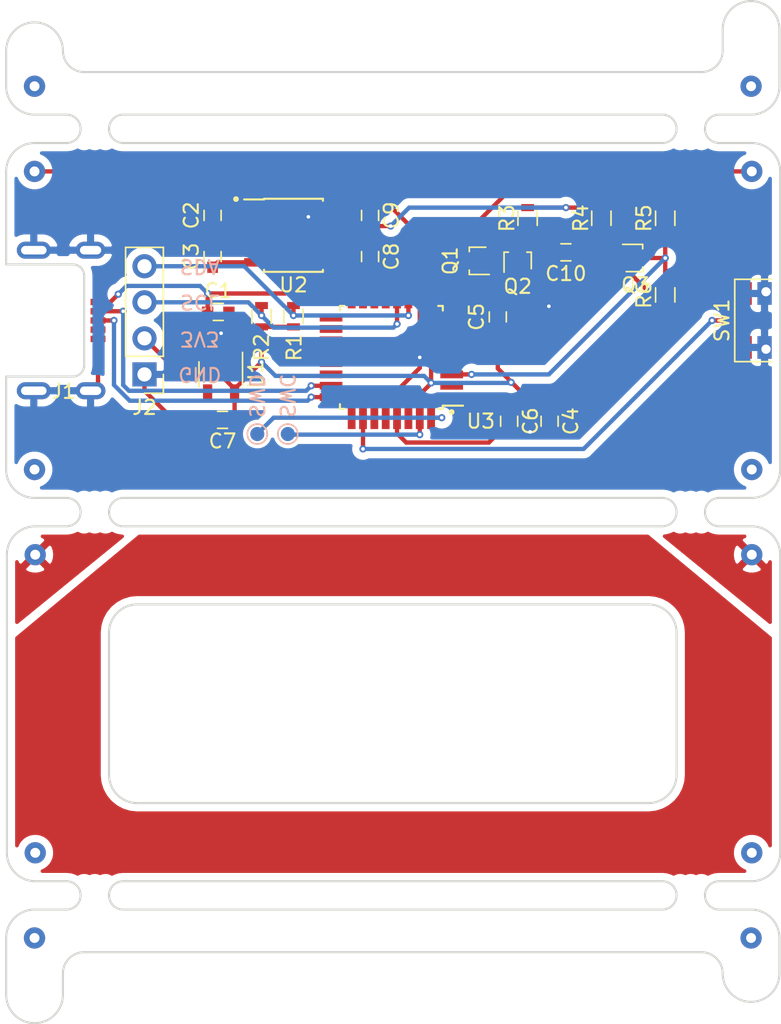
<source format=kicad_pcb>
(kicad_pcb (version 20171130) (host pcbnew "(5.1.4-0-10_14)")

  (general
    (thickness 1.6)
    (drawings 88)
    (tracks 195)
    (zones 0)
    (modules 46)
    (nets 45)
  )

  (page A4)
  (layers
    (0 Top signal)
    (31 Bottom signal)
    (34 B.Paste user)
    (35 F.Paste user)
    (36 B.SilkS user)
    (37 F.SilkS user)
    (38 B.Mask user)
    (39 F.Mask user)
    (40 Dwgs.User user)
    (41 Cmts.User user)
    (42 Eco1.User user)
    (43 Eco2.User user)
    (44 Edge.Cuts user)
    (45 Margin user)
    (46 B.CrtYd user)
    (47 F.CrtYd user)
  )

  (setup
    (last_trace_width 0.3048)
    (user_trace_width 0.3048)
    (trace_clearance 0.1524)
    (zone_clearance 0.508)
    (zone_45_only no)
    (trace_min 0.1524)
    (via_size 0.508)
    (via_drill 0.254)
    (via_min_size 0.508)
    (via_min_drill 0.254)
    (uvia_size 0.508)
    (uvia_drill 0.254)
    (uvias_allowed no)
    (uvia_min_size 0.2)
    (uvia_min_drill 0.1)
    (edge_width 0.15)
    (segment_width 0.2)
    (pcb_text_width 0.3)
    (pcb_text_size 1.5 1.5)
    (mod_edge_width 0.15)
    (mod_text_size 1 1)
    (mod_text_width 0.15)
    (pad_size 1.524 1.524)
    (pad_drill 0.762)
    (pad_to_mask_clearance 0.0508)
    (aux_axis_origin 130 125.5)
    (visible_elements FFFFFF7F)
    (pcbplotparams
      (layerselection 0x010f0_ffffffff)
      (usegerberextensions true)
      (usegerberattributes false)
      (usegerberadvancedattributes false)
      (creategerberjobfile false)
      (excludeedgelayer true)
      (linewidth 0.100000)
      (plotframeref false)
      (viasonmask false)
      (mode 1)
      (useauxorigin true)
      (hpglpennumber 1)
      (hpglpenspeed 20)
      (hpglpendiameter 15.000000)
      (psnegative false)
      (psa4output false)
      (plotreference true)
      (plotvalue true)
      (plotinvisibletext false)
      (padsonsilk false)
      (subtractmaskfromsilk false)
      (outputformat 1)
      (mirror false)
      (drillshape 0)
      (scaleselection 1)
      (outputdirectory "gerbers/"))
  )

  (net 0 "")
  (net 1 +12V)
  (net 2 "Net-(C2-Pad1)")
  (net 3 "Net-(C2-Pad2)")
  (net 4 "Net-(C3-Pad1)")
  (net 5 "Net-(C3-Pad2)")
  (net 6 +3V3)
  (net 7 "Net-(C6-Pad2)")
  (net 8 "Net-(C10-Pad1)")
  (net 9 "Net-(C10-Pad2)")
  (net 10 /D-)
  (net 11 /D+)
  (net 12 "Net-(Q1-Pad1)")
  (net 13 /NOISE)
  (net 14 "Net-(SW1-Pad1)")
  (net 15 GND)
  (net 16 VBUS)
  (net 17 /SDA)
  (net 18 /SCL)
  (net 19 /SWD)
  (net 20 /SWC)
  (net 21 /CAP1)
  (net 22 /CAP2)
  (net 23 "Net-(J1-Pad4)")
  (net 24 "Net-(Q1-Pad3)")
  (net 25 "Net-(U1-Pad4)")
  (net 26 "Net-(U3-Pad1)")
  (net 27 "Net-(U3-Pad2)")
  (net 28 "Net-(U3-Pad4)")
  (net 29 "Net-(U3-Pad5)")
  (net 30 "Net-(U3-Pad6)")
  (net 31 "Net-(U3-Pad13)")
  (net 32 "Net-(U3-Pad14)")
  (net 33 "Net-(U3-Pad15)")
  (net 34 "Net-(U3-Pad16)")
  (net 35 "Net-(U3-Pad17)")
  (net 36 "Net-(U3-Pad18)")
  (net 37 "Net-(U3-Pad19)")
  (net 38 "Net-(U3-Pad20)")
  (net 39 "Net-(U3-Pad21)")
  (net 40 "Net-(U3-Pad22)")
  (net 41 "Net-(U3-Pad25)")
  (net 42 "Net-(U3-Pad27)")
  (net 43 /TouchL)
  (net 44 /TouchR)

  (net_class Default "This is the default net class."
    (clearance 0.1524)
    (trace_width 0.1524)
    (via_dia 0.508)
    (via_drill 0.254)
    (uvia_dia 0.508)
    (uvia_drill 0.254)
    (diff_pair_width 0.1524)
    (diff_pair_gap 0.1524)
    (add_net +12V)
    (add_net +3V3)
    (add_net /CAP1)
    (add_net /CAP2)
    (add_net /D+)
    (add_net /D-)
    (add_net /NOISE)
    (add_net /SCL)
    (add_net /SDA)
    (add_net /SWC)
    (add_net /SWD)
    (add_net /TouchL)
    (add_net /TouchR)
    (add_net GND)
    (add_net "Net-(C10-Pad1)")
    (add_net "Net-(C10-Pad2)")
    (add_net "Net-(C2-Pad1)")
    (add_net "Net-(C2-Pad2)")
    (add_net "Net-(C3-Pad1)")
    (add_net "Net-(C3-Pad2)")
    (add_net "Net-(C6-Pad2)")
    (add_net "Net-(J1-Pad4)")
    (add_net "Net-(Q1-Pad1)")
    (add_net "Net-(Q1-Pad3)")
    (add_net "Net-(SW1-Pad1)")
    (add_net "Net-(U1-Pad4)")
    (add_net "Net-(U3-Pad1)")
    (add_net "Net-(U3-Pad13)")
    (add_net "Net-(U3-Pad14)")
    (add_net "Net-(U3-Pad15)")
    (add_net "Net-(U3-Pad16)")
    (add_net "Net-(U3-Pad17)")
    (add_net "Net-(U3-Pad18)")
    (add_net "Net-(U3-Pad19)")
    (add_net "Net-(U3-Pad2)")
    (add_net "Net-(U3-Pad20)")
    (add_net "Net-(U3-Pad21)")
    (add_net "Net-(U3-Pad22)")
    (add_net "Net-(U3-Pad25)")
    (add_net "Net-(U3-Pad27)")
    (add_net "Net-(U3-Pad4)")
    (add_net "Net-(U3-Pad5)")
    (add_net "Net-(U3-Pad6)")
    (add_net VBUS)
  )

  (module Package_TO_SOT_SMD:SOT-416 (layer Top) (tedit 5BAABB2E) (tstamp 5D94442F)
    (at 175.05 71.1)
    (descr "SOT-416, https://www.nxp.com/docs/en/package-information/SOT416.pdf")
    (tags SOT-416)
    (path /5D19C6E9)
    (attr smd)
    (fp_text reference Q3 (at 0 1.9) (layer F.SilkS)
      (effects (font (size 1 1) (thickness 0.15)))
    )
    (fp_text value MMBT3904 (at 0 -1.7) (layer F.Fab)
      (effects (font (size 1 1) (thickness 0.15)))
    )
    (fp_line (start -0.15 -0.9) (end -0.45 -0.6) (layer F.Fab) (width 0.1))
    (fp_line (start 0.51 0.96) (end -0.65 0.96) (layer F.SilkS) (width 0.12))
    (fp_line (start 0.51 -0.96) (end -0.9 -0.96) (layer F.SilkS) (width 0.12))
    (fp_line (start -1.2 1.15) (end -1.2 -1.15) (layer F.CrtYd) (width 0.05))
    (fp_line (start 1.2 1.15) (end -1.2 1.15) (layer F.CrtYd) (width 0.05))
    (fp_line (start 1.2 -1.15) (end 1.2 1.15) (layer F.CrtYd) (width 0.05))
    (fp_line (start -1.2 -1.15) (end 1.2 -1.15) (layer F.CrtYd) (width 0.05))
    (fp_line (start 0.51 -0.96) (end 0.51 -0.65) (layer F.SilkS) (width 0.12))
    (fp_line (start 0.51 0.96) (end 0.51 0.65) (layer F.SilkS) (width 0.12))
    (fp_line (start -0.45 0.9) (end 0.45 0.9) (layer F.Fab) (width 0.1))
    (fp_line (start 0.45 -0.9) (end 0.45 0.9) (layer F.Fab) (width 0.1))
    (fp_line (start -0.15 -0.9) (end 0.45 -0.9) (layer F.Fab) (width 0.1))
    (fp_line (start -0.45 -0.6) (end -0.45 0.9) (layer F.Fab) (width 0.1))
    (fp_text user %R (at 0 0 90) (layer F.Fab)
      (effects (font (size 0.35 0.35) (thickness 0.05)))
    )
    (pad 3 smd rect (at 0.65 0) (size 0.6 0.5) (layers Top F.Paste F.Mask)
      (net 13 /NOISE))
    (pad 2 smd rect (at -0.65 0.5) (size 0.6 0.5) (layers Top F.Paste F.Mask)
      (net 15 GND))
    (pad 1 smd rect (at -0.65 -0.5) (size 0.6 0.5) (layers Top F.Paste F.Mask)
      (net 8 "Net-(C10-Pad1)"))
    (model ${KISYS3DMOD}/Package_TO_SOT_SMD.3dshapes/SOT-416.wrl
      (at (xyz 0 0 0))
      (scale (xyz 1 1 1))
      (rotate (xyz 0 0 0))
    )
  )

  (module Package_TO_SOT_SMD:SOT-416 (layer Top) (tedit 5BAABB2E) (tstamp 5D9443CC)
    (at 166.75 71.2 90)
    (descr "SOT-416, https://www.nxp.com/docs/en/package-information/SOT416.pdf")
    (tags SOT-416)
    (path /5D199B5A)
    (attr smd)
    (fp_text reference Q2 (at -1.9 0 180) (layer F.SilkS)
      (effects (font (size 1 1) (thickness 0.15)))
    )
    (fp_text value MMBT3904 (at 0 -1.7 90) (layer F.Fab)
      (effects (font (size 1 1) (thickness 0.15)))
    )
    (fp_line (start -0.15 -0.9) (end -0.45 -0.6) (layer F.Fab) (width 0.1))
    (fp_line (start 0.51 0.96) (end -0.65 0.96) (layer F.SilkS) (width 0.12))
    (fp_line (start 0.51 -0.96) (end -0.9 -0.96) (layer F.SilkS) (width 0.12))
    (fp_line (start -1.2 1.15) (end -1.2 -1.15) (layer F.CrtYd) (width 0.05))
    (fp_line (start 1.2 1.15) (end -1.2 1.15) (layer F.CrtYd) (width 0.05))
    (fp_line (start 1.2 -1.15) (end 1.2 1.15) (layer F.CrtYd) (width 0.05))
    (fp_line (start -1.2 -1.15) (end 1.2 -1.15) (layer F.CrtYd) (width 0.05))
    (fp_line (start 0.51 -0.96) (end 0.51 -0.65) (layer F.SilkS) (width 0.12))
    (fp_line (start 0.51 0.96) (end 0.51 0.65) (layer F.SilkS) (width 0.12))
    (fp_line (start -0.45 0.9) (end 0.45 0.9) (layer F.Fab) (width 0.1))
    (fp_line (start 0.45 -0.9) (end 0.45 0.9) (layer F.Fab) (width 0.1))
    (fp_line (start -0.15 -0.9) (end 0.45 -0.9) (layer F.Fab) (width 0.1))
    (fp_line (start -0.45 -0.6) (end -0.45 0.9) (layer F.Fab) (width 0.1))
    (fp_text user %R (at 0 0) (layer F.Fab)
      (effects (font (size 0.35 0.35) (thickness 0.05)))
    )
    (pad 3 smd rect (at 0.65 0 90) (size 0.6 0.5) (layers Top F.Paste F.Mask)
      (net 9 "Net-(C10-Pad2)"))
    (pad 2 smd rect (at -0.65 0.5 90) (size 0.6 0.5) (layers Top F.Paste F.Mask)
      (net 15 GND))
    (pad 1 smd rect (at -0.65 -0.5 90) (size 0.6 0.5) (layers Top F.Paste F.Mask)
      (net 12 "Net-(Q1-Pad1)"))
    (model ${KISYS3DMOD}/Package_TO_SOT_SMD.3dshapes/SOT-416.wrl
      (at (xyz 0 0 0))
      (scale (xyz 1 1 1))
      (rotate (xyz 0 0 0))
    )
  )

  (module Package_TO_SOT_SMD:SOT-416 (layer Top) (tedit 5BAABB2E) (tstamp 5D9448E8)
    (at 163.85 71.3 180)
    (descr "SOT-416, https://www.nxp.com/docs/en/package-information/SOT416.pdf")
    (tags SOT-416)
    (path /5D19A965)
    (attr smd)
    (fp_text reference Q1 (at 1.85 0 90) (layer F.SilkS)
      (effects (font (size 1 1) (thickness 0.15)))
    )
    (fp_text value MMBT3904 (at 0 -1.7) (layer F.Fab)
      (effects (font (size 1 1) (thickness 0.15)))
    )
    (fp_line (start -0.15 -0.9) (end -0.45 -0.6) (layer F.Fab) (width 0.1))
    (fp_line (start 0.51 0.96) (end -0.65 0.96) (layer F.SilkS) (width 0.12))
    (fp_line (start 0.51 -0.96) (end -0.9 -0.96) (layer F.SilkS) (width 0.12))
    (fp_line (start -1.2 1.15) (end -1.2 -1.15) (layer F.CrtYd) (width 0.05))
    (fp_line (start 1.2 1.15) (end -1.2 1.15) (layer F.CrtYd) (width 0.05))
    (fp_line (start 1.2 -1.15) (end 1.2 1.15) (layer F.CrtYd) (width 0.05))
    (fp_line (start -1.2 -1.15) (end 1.2 -1.15) (layer F.CrtYd) (width 0.05))
    (fp_line (start 0.51 -0.96) (end 0.51 -0.65) (layer F.SilkS) (width 0.12))
    (fp_line (start 0.51 0.96) (end 0.51 0.65) (layer F.SilkS) (width 0.12))
    (fp_line (start -0.45 0.9) (end 0.45 0.9) (layer F.Fab) (width 0.1))
    (fp_line (start 0.45 -0.9) (end 0.45 0.9) (layer F.Fab) (width 0.1))
    (fp_line (start -0.15 -0.9) (end 0.45 -0.9) (layer F.Fab) (width 0.1))
    (fp_line (start -0.45 -0.6) (end -0.45 0.9) (layer F.Fab) (width 0.1))
    (fp_text user %R (at 0 0 90) (layer F.Fab)
      (effects (font (size 0.35 0.35) (thickness 0.05)))
    )
    (pad 3 smd rect (at 0.65 0 180) (size 0.6 0.5) (layers Top F.Paste F.Mask)
      (net 24 "Net-(Q1-Pad3)"))
    (pad 2 smd rect (at -0.65 0.5 180) (size 0.6 0.5) (layers Top F.Paste F.Mask)
      (net 9 "Net-(C10-Pad2)"))
    (pad 1 smd rect (at -0.65 -0.5 180) (size 0.6 0.5) (layers Top F.Paste F.Mask)
      (net 12 "Net-(Q1-Pad1)"))
    (model ${KISYS3DMOD}/Package_TO_SOT_SMD.3dshapes/SOT-416.wrl
      (at (xyz 0 0 0))
      (scale (xyz 1 1 1))
      (rotate (xyz 0 0 0))
    )
  )

  (module rng-pcb:mouse-bite-2mm-slot (layer Top) (tedit 5DBF6266) (tstamp 5D94653A)
    (at 178.95 116)
    (fp_text reference mouse-bite-2mm-slot (at 0 -2) (layer F.SilkS) hide
      (effects (font (size 1 1) (thickness 0.2)))
    )
    (fp_text value VAL** (at 0 2.1) (layer F.SilkS) hide
      (effects (font (size 1 1) (thickness 0.2)))
    )
    (fp_line (start 2 0) (end 2 0) (layer Eco1.User) (width 2))
    (fp_line (start -2 0) (end -2 0) (layer Eco1.User) (width 2))
    (fp_circle (center -2 0) (end -2 -0.06) (layer Dwgs.User) (width 0.05))
    (fp_circle (center 2 0) (end 2.06 0) (layer Dwgs.User) (width 0.05))
    (pad "" np_thru_hole circle (at 0.75 0.75) (size 0.5 0.5) (drill 0.5) (layers *.Cu *.Mask))
    (pad "" np_thru_hole circle (at -0.75 0.75) (size 0.5 0.5) (drill 0.5) (layers *.Cu *.Mask))
    (pad "" np_thru_hole circle (at -0.75 -0.75) (size 0.5 0.5) (drill 0.5) (layers *.Cu *.Mask))
    (pad "" np_thru_hole circle (at 0.75 -0.75) (size 0.5 0.5) (drill 0.5) (layers *.Cu *.Mask))
    (pad "" np_thru_hole circle (at 0 0.75) (size 0.5 0.5) (drill 0.5) (layers *.Cu *.Mask))
    (pad "" np_thru_hole circle (at 0 -0.75) (size 0.5 0.5) (drill 0.5) (layers *.Cu *.Mask))
  )

  (module rng-pcb:mouse-bite-2mm-slot (layer Top) (tedit 5DBF6266) (tstamp 5D9464EE)
    (at 136.95 116)
    (fp_text reference mouse-bite-2mm-slot (at 0 -2) (layer F.SilkS) hide
      (effects (font (size 1 1) (thickness 0.2)))
    )
    (fp_text value VAL** (at 0 2.1) (layer F.SilkS) hide
      (effects (font (size 1 1) (thickness 0.2)))
    )
    (fp_line (start 2 0) (end 2 0) (layer Eco1.User) (width 2))
    (fp_line (start -2 0) (end -2 0) (layer Eco1.User) (width 2))
    (fp_circle (center -2 0) (end -2 -0.06) (layer Dwgs.User) (width 0.05))
    (fp_circle (center 2 0) (end 2.06 0) (layer Dwgs.User) (width 0.05))
    (pad "" np_thru_hole circle (at 0.75 0.75) (size 0.5 0.5) (drill 0.5) (layers *.Cu *.Mask))
    (pad "" np_thru_hole circle (at -0.75 0.75) (size 0.5 0.5) (drill 0.5) (layers *.Cu *.Mask))
    (pad "" np_thru_hole circle (at -0.75 -0.75) (size 0.5 0.5) (drill 0.5) (layers *.Cu *.Mask))
    (pad "" np_thru_hole circle (at 0.75 -0.75) (size 0.5 0.5) (drill 0.5) (layers *.Cu *.Mask))
    (pad "" np_thru_hole circle (at 0 0.75) (size 0.5 0.5) (drill 0.5) (layers *.Cu *.Mask))
    (pad "" np_thru_hole circle (at 0 -0.75) (size 0.5 0.5) (drill 0.5) (layers *.Cu *.Mask))
  )

  (module rng-pcb:mouse-bite-2mm-slot (layer Top) (tedit 5DBF6266) (tstamp 5D9464A2)
    (at 136.95 89)
    (fp_text reference mouse-bite-2mm-slot (at 0 -2) (layer F.SilkS) hide
      (effects (font (size 1 1) (thickness 0.2)))
    )
    (fp_text value VAL** (at 0 2.1) (layer F.SilkS) hide
      (effects (font (size 1 1) (thickness 0.2)))
    )
    (fp_line (start 2 0) (end 2 0) (layer Eco1.User) (width 2))
    (fp_line (start -2 0) (end -2 0) (layer Eco1.User) (width 2))
    (fp_circle (center -2 0) (end -2 -0.06) (layer Dwgs.User) (width 0.05))
    (fp_circle (center 2 0) (end 2.06 0) (layer Dwgs.User) (width 0.05))
    (pad "" np_thru_hole circle (at 0.75 0.75) (size 0.5 0.5) (drill 0.5) (layers *.Cu *.Mask))
    (pad "" np_thru_hole circle (at -0.75 0.75) (size 0.5 0.5) (drill 0.5) (layers *.Cu *.Mask))
    (pad "" np_thru_hole circle (at -0.75 -0.75) (size 0.5 0.5) (drill 0.5) (layers *.Cu *.Mask))
    (pad "" np_thru_hole circle (at 0.75 -0.75) (size 0.5 0.5) (drill 0.5) (layers *.Cu *.Mask))
    (pad "" np_thru_hole circle (at 0 0.75) (size 0.5 0.5) (drill 0.5) (layers *.Cu *.Mask))
    (pad "" np_thru_hole circle (at 0 -0.75) (size 0.5 0.5) (drill 0.5) (layers *.Cu *.Mask))
  )

  (module rng-pcb:mouse-bite-2mm-slot (layer Top) (tedit 5DBF6266) (tstamp 5D946456)
    (at 178.95 89)
    (fp_text reference mouse-bite-2mm-slot (at 0 -2) (layer F.SilkS) hide
      (effects (font (size 1 1) (thickness 0.2)))
    )
    (fp_text value VAL** (at 0 2.1) (layer F.SilkS) hide
      (effects (font (size 1 1) (thickness 0.2)))
    )
    (fp_line (start 2 0) (end 2 0) (layer Eco1.User) (width 2))
    (fp_line (start -2 0) (end -2 0) (layer Eco1.User) (width 2))
    (fp_circle (center -2 0) (end -2 -0.06) (layer Dwgs.User) (width 0.05))
    (fp_circle (center 2 0) (end 2.06 0) (layer Dwgs.User) (width 0.05))
    (pad "" np_thru_hole circle (at 0.75 0.75) (size 0.5 0.5) (drill 0.5) (layers *.Cu *.Mask))
    (pad "" np_thru_hole circle (at -0.75 0.75) (size 0.5 0.5) (drill 0.5) (layers *.Cu *.Mask))
    (pad "" np_thru_hole circle (at -0.75 -0.75) (size 0.5 0.5) (drill 0.5) (layers *.Cu *.Mask))
    (pad "" np_thru_hole circle (at 0.75 -0.75) (size 0.5 0.5) (drill 0.5) (layers *.Cu *.Mask))
    (pad "" np_thru_hole circle (at 0 0.75) (size 0.5 0.5) (drill 0.5) (layers *.Cu *.Mask))
    (pad "" np_thru_hole circle (at 0 -0.75) (size 0.5 0.5) (drill 0.5) (layers *.Cu *.Mask))
  )

  (module rng-pcb:mouse-bite-2mm-slot (layer Top) (tedit 5DBF6266) (tstamp 5D94640A)
    (at 178.95 62)
    (fp_text reference mouse-bite-2mm-slot (at 0 -2) (layer F.SilkS) hide
      (effects (font (size 1 1) (thickness 0.2)))
    )
    (fp_text value VAL** (at 0 2.1) (layer F.SilkS) hide
      (effects (font (size 1 1) (thickness 0.2)))
    )
    (fp_line (start 2 0) (end 2 0) (layer Eco1.User) (width 2))
    (fp_line (start -2 0) (end -2 0) (layer Eco1.User) (width 2))
    (fp_circle (center -2 0) (end -2 -0.06) (layer Dwgs.User) (width 0.05))
    (fp_circle (center 2 0) (end 2.06 0) (layer Dwgs.User) (width 0.05))
    (pad "" np_thru_hole circle (at 0.75 0.75) (size 0.5 0.5) (drill 0.5) (layers *.Cu *.Mask))
    (pad "" np_thru_hole circle (at -0.75 0.75) (size 0.5 0.5) (drill 0.5) (layers *.Cu *.Mask))
    (pad "" np_thru_hole circle (at -0.75 -0.75) (size 0.5 0.5) (drill 0.5) (layers *.Cu *.Mask))
    (pad "" np_thru_hole circle (at 0.75 -0.75) (size 0.5 0.5) (drill 0.5) (layers *.Cu *.Mask))
    (pad "" np_thru_hole circle (at 0 0.75) (size 0.5 0.5) (drill 0.5) (layers *.Cu *.Mask))
    (pad "" np_thru_hole circle (at 0 -0.75) (size 0.5 0.5) (drill 0.5) (layers *.Cu *.Mask))
  )

  (module rng-pcb:mouse-bite-2mm-slot (layer Top) (tedit 5DBF6266) (tstamp 5D9463BE)
    (at 136.95 62)
    (fp_text reference mouse-bite-2mm-slot (at 0 -2) (layer F.SilkS) hide
      (effects (font (size 1 1) (thickness 0.2)))
    )
    (fp_text value VAL** (at 0 2.1) (layer F.SilkS) hide
      (effects (font (size 1 1) (thickness 0.2)))
    )
    (fp_line (start 2 0) (end 2 0) (layer Eco1.User) (width 2))
    (fp_line (start -2 0) (end -2 0) (layer Eco1.User) (width 2))
    (fp_circle (center -2 0) (end -2 -0.06) (layer Dwgs.User) (width 0.05))
    (fp_circle (center 2 0) (end 2.06 0) (layer Dwgs.User) (width 0.05))
    (pad "" np_thru_hole circle (at 0.75 0.75) (size 0.5 0.5) (drill 0.5) (layers *.Cu *.Mask))
    (pad "" np_thru_hole circle (at -0.75 0.75) (size 0.5 0.5) (drill 0.5) (layers *.Cu *.Mask))
    (pad "" np_thru_hole circle (at -0.75 -0.75) (size 0.5 0.5) (drill 0.5) (layers *.Cu *.Mask))
    (pad "" np_thru_hole circle (at 0.75 -0.75) (size 0.5 0.5) (drill 0.5) (layers *.Cu *.Mask))
    (pad "" np_thru_hole circle (at 0 0.75) (size 0.5 0.5) (drill 0.5) (layers *.Cu *.Mask))
    (pad "" np_thru_hole circle (at 0 -0.75) (size 0.5 0.5) (drill 0.5) (layers *.Cu *.Mask))
  )

  (module rng-pcb:triangle_pattern (layer Top) (tedit 5D9912CC) (tstamp 5D9A047C)
    (at 157.95 102.45)
    (fp_text reference G*** (at 0 -13.7) (layer F.SilkS) hide
      (effects (font (size 1.524 1.524) (thickness 0.3)))
    )
    (fp_text value LOGO (at 0.75 13.95) (layer F.SilkS) hide
      (effects (font (size 1.524 1.524) (thickness 0.3)))
    )
    (fp_line (start 27.25 10.55) (end 27.25 -10.45) (layer F.CrtYd) (width 0.12))
    (fp_line (start -25.25 12.55) (end 25.25 12.55) (layer F.CrtYd) (width 0.12))
    (fp_line (start -27.25 -10.45) (end -27.25 10.55) (layer F.CrtYd) (width 0.12))
    (fp_line (start 25.25 -12.45) (end -25.25 -12.45) (layer F.CrtYd) (width 0.12))
    (fp_arc (start -25.25 -10.45) (end -25.25 -12.45) (angle -90) (layer F.CrtYd) (width 0.12))
    (fp_arc (start 25.25 -10.45) (end 27.25 -10.45) (angle -90) (layer F.CrtYd) (width 0.12))
    (fp_arc (start 25.25 10.55) (end 25.25 12.55) (angle -90) (layer F.CrtYd) (width 0.12))
    (fp_arc (start -25.25 10.55) (end -27.25 10.55) (angle -90) (layer F.CrtYd) (width 0.12))
    (fp_line (start -15 11.5) (end -14.5 12.55) (layer F.Mask) (width 0.12))
    (fp_line (start -15 11.5) (end -15.4 12.55) (layer F.Mask) (width 0.12))
    (fp_line (start -19.25 12.2) (end -15 11.5) (layer F.Mask) (width 0.12))
    (fp_line (start -19.25 12.2) (end -18.6 12.55) (layer F.Mask) (width 0.12))
    (fp_line (start -19.25 12.2) (end -19.3 12.55) (layer F.Mask) (width 0.12))
    (fp_line (start -19.25 12.2) (end -19.15 9.9) (layer F.Mask) (width 0.12))
    (fp_line (start -20.9 12.55) (end -19.25 12.2) (layer F.Mask) (width 0.12))
    (fp_line (start -19.15 9.9) (end -21.5 12.55) (layer F.Mask) (width 0.12))
    (fp_line (start -15.05 10.15) (end -19.15 9.9) (layer F.Mask) (width 0.12))
    (fp_line (start -15 11.5) (end -15.05 10.15) (layer F.Mask) (width 0.12))
    (fp_line (start -12.65 8.9) (end -15 11.5) (layer F.Mask) (width 0.12))
    (fp_line (start -14.35 7.05) (end -12.65 8.9) (layer F.Mask) (width 0.12))
    (fp_line (start -12.65 8.9) (end -12.4 7.05) (layer F.Mask) (width 0.12))
    (fp_line (start -15.05 10.15) (end -12.65 8.9) (layer F.Mask) (width 0.12))
    (fp_line (start -16.05 7.05) (end -15.05 10.15) (layer F.Mask) (width 0.12))
    (fp_line (start -19.15 9.9) (end -18 7.05) (layer F.Mask) (width 0.12))
    (fp_line (start -20 6.05) (end -19.15 9.9) (layer F.Mask) (width 0.12))
    (fp_line (start -19.15 9.9) (end -20.9 8.2) (layer F.Mask) (width 0.12))
    (fp_line (start -15 11.5) (end -19.15 9.9) (layer F.Mask) (width 0.12))
    (fp_line (start -11.2 11.55) (end -15 11.5) (layer F.Mask) (width 0.12))
    (fp_line (start -12.75 12.55) (end -11.2 11.55) (layer F.Mask) (width 0.12))
    (fp_line (start -11.2 11.55) (end -11.8 12.55) (layer F.Mask) (width 0.12))
    (fp_line (start -11.2 11.55) (end -10.3 12.55) (layer F.Mask) (width 0.12))
    (fp_line (start -11.1 7.65) (end -11.2 11.55) (layer F.Mask) (width 0.12))
    (fp_line (start -11.2 11.55) (end -7.2 10.6) (layer F.Mask) (width 0.12))
    (fp_line (start -12.65 8.9) (end -11.2 11.55) (layer F.Mask) (width 0.12))
    (fp_line (start -11.1 7.65) (end -12.65 8.9) (layer F.Mask) (width 0.12))
    (fp_line (start -11.3 7.05) (end -11.1 7.65) (layer F.Mask) (width 0.12))
    (fp_line (start -11.1 7.65) (end -10.65 7.05) (layer F.Mask) (width 0.12))
    (fp_line (start -7.2 10.6) (end -11.1 7.65) (layer F.Mask) (width 0.12))
    (fp_line (start -9.65 7.05) (end -7.2 10.6) (layer F.Mask) (width 0.12))
    (fp_line (start -8.65 7.05) (end -6.1 8.15) (layer F.Mask) (width 0.12))
    (fp_line (start -7.2 10.6) (end -8.55 12.55) (layer F.Mask) (width 0.12))
    (fp_line (start -6.05 12.55) (end -7.2 10.6) (layer F.Mask) (width 0.12))
    (fp_line (start -7.2 10.6) (end -3.35 11.7) (layer F.Mask) (width 0.12))
    (fp_line (start -6.1 8.15) (end -7.2 10.6) (layer F.Mask) (width 0.12))
    (fp_line (start -5.5 7.05) (end -6.1 8.15) (layer F.Mask) (width 0.12))
    (fp_line (start -6.1 8.15) (end -2.2 7.7) (layer F.Mask) (width 0.12))
    (fp_line (start -3.35 11.7) (end -6.1 8.15) (layer F.Mask) (width 0.12))
    (fp_line (start -3.8 12.55) (end -3.35 11.7) (layer F.Mask) (width 0.12))
    (fp_line (start -3.35 11.7) (end -2.35 12.55) (layer F.Mask) (width 0.12))
    (fp_line (start -2.2 7.7) (end -3.35 11.7) (layer F.Mask) (width 0.12))
    (fp_line (start -4.75 7.05) (end -2.2 7.7) (layer F.Mask) (width 0.12))
    (fp_line (start -2.2 7.7) (end -2.3 7.05) (layer F.Mask) (width 0.12))
    (fp_line (start 0.5 11.15) (end 0.9 12.55) (layer F.Mask) (width 0.12))
    (fp_line (start 0.5 11.15) (end 0.05 12.55) (layer F.Mask) (width 0.12))
    (fp_line (start 0.35 7.35) (end 0.5 11.15) (layer F.Mask) (width 0.12))
    (fp_line (start -1.25 9.15) (end 0.35 7.35) (layer F.Mask) (width 0.12))
    (fp_line (start 0.5 11.15) (end -1.25 9.15) (layer F.Mask) (width 0.12))
    (fp_line (start -3.35 11.7) (end 0.5 11.15) (layer F.Mask) (width 0.12))
    (fp_line (start -1.25 9.15) (end -3.35 11.7) (layer F.Mask) (width 0.12))
    (fp_line (start -2.2 7.7) (end -1.25 9.15) (layer F.Mask) (width 0.12))
    (fp_line (start 0.35 7.35) (end -2.2 7.7) (layer F.Mask) (width 0.12))
    (fp_line (start 0.35 7.35) (end -0.25 7.05) (layer F.Mask) (width 0.12))
    (fp_line (start 0.35 7.35) (end 0.75 7.05) (layer F.Mask) (width 0.12))
    (fp_line (start 0.35 7.35) (end 0.25 7.05) (layer F.Mask) (width 0.12))
    (fp_line (start 3.35 9.3) (end 0.35 7.35) (layer F.Mask) (width 0.12))
    (fp_line (start 0.5 11.15) (end 3.35 9.3) (layer F.Mask) (width 0.12))
    (fp_line (start 3.1 11.75) (end 0.5 11.15) (layer F.Mask) (width 0.12))
    (fp_line (start 2.5 12.55) (end 3.1 11.75) (layer F.Mask) (width 0.12))
    (fp_line (start 3.1 11.75) (end 3.4 12.55) (layer F.Mask) (width 0.12))
    (fp_line (start 3.1 11.75) (end 6.95 12.05) (layer F.Mask) (width 0.12))
    (fp_line (start 3.35 9.3) (end 3.1 11.75) (layer F.Mask) (width 0.12))
    (fp_line (start 3.05 7.05) (end 3.35 9.3) (layer F.Mask) (width 0.12))
    (fp_line (start 3.35 9.3) (end 5.15 7.55) (layer F.Mask) (width 0.12))
    (fp_line (start 6.95 12.05) (end 3.35 9.3) (layer F.Mask) (width 0.12))
    (fp_line (start 5.15 7.55) (end 6.95 12.05) (layer F.Mask) (width 0.12))
    (fp_line (start 5.15 7.55) (end 9.2 9.7) (layer F.Mask) (width 0.12))
    (fp_line (start 5.15 7.55) (end 6.55 7.05) (layer F.Mask) (width 0.12))
    (fp_line (start 5.15 7.55) (end 5.5 7.05) (layer F.Mask) (width 0.12))
    (fp_line (start 4.6 7.05) (end 5.15 7.55) (layer F.Mask) (width 0.12))
    (fp_line (start 6.95 12.05) (end 6.6 12.55) (layer F.Mask) (width 0.12))
    (fp_line (start 6.95 12.05) (end 7.65 12.55) (layer F.Mask) (width 0.12))
    (fp_line (start 9.2 9.7) (end 6.95 12.05) (layer F.Mask) (width 0.12))
    (fp_line (start 9.2 9.7) (end 8.15 12.55) (layer F.Mask) (width 0.12))
    (fp_line (start 9.2 9.7) (end 9.7 12.55) (layer F.Mask) (width 0.12))
    (fp_line (start 9.2 9.7) (end 11.45 12.55) (layer F.Mask) (width 0.12))
    (fp_line (start 13.1 12.55) (end 14.75 10.55) (layer F.Mask) (width 0.12))
    (fp_line (start 11.7 9.25) (end 12.1 12.55) (layer F.Mask) (width 0.12))
    (fp_line (start 14.75 10.55) (end 11.7 9.25) (layer F.Mask) (width 0.12))
    (fp_line (start 15.5 7) (end 14.75 10.55) (layer F.Mask) (width 0.12))
    (fp_line (start 11.7 9.25) (end 14.35 7.05) (layer F.Mask) (width 0.12))
    (fp_line (start 9.2 9.7) (end 11.7 9.25) (layer F.Mask) (width 0.12))
    (fp_line (start 9.55 7.05) (end 9.2 9.7) (layer F.Mask) (width 0.12))
    (fp_line (start 16.15 12.2) (end 15.1 12.55) (layer F.Mask) (width 0.12))
    (fp_line (start 16.15 12.2) (end 15.95 12.55) (layer F.Mask) (width 0.12))
    (fp_line (start 16.15 12.2) (end 16.4 12.55) (layer F.Mask) (width 0.12))
    (fp_line (start 19.7 10.95) (end 16.15 12.2) (layer F.Mask) (width 0.12))
    (fp_line (start 17.95 7.75) (end 19.7 10.95) (layer F.Mask) (width 0.12))
    (fp_line (start 16.15 12.2) (end 17.95 7.75) (layer F.Mask) (width 0.12))
    (fp_line (start 14.75 10.55) (end 16.15 12.2) (layer F.Mask) (width 0.12))
    (fp_line (start 17.95 7.75) (end 14.75 10.55) (layer F.Mask) (width 0.12))
    (fp_line (start 17.95 7.75) (end 17.95 7.05) (layer F.Mask) (width 0.12))
    (fp_line (start 17.15 7.05) (end 17.95 7.75) (layer F.Mask) (width 0.12))
    (fp_line (start 17.95 7.75) (end 21.9 10.05) (layer F.Mask) (width 0.12))
    (fp_line (start 18.6 6.95) (end 17.95 7.75) (layer F.Mask) (width 0.12))
    (fp_line (start 19.7 10.95) (end 19.5 12.55) (layer F.Mask) (width 0.12))
    (fp_line (start 19.7 10.95) (end 21.6 12.55) (layer F.Mask) (width 0.12))
    (fp_line (start 21.9 10.05) (end 19.7 10.95) (layer F.Mask) (width 0.12))
    (fp_line (start 21.9 10.05) (end 25 12.05) (layer F.Mask) (width 0.12))
    (fp_line (start 21.6 12.55) (end 21.9 10.05) (layer F.Mask) (width 0.12))
    (fp_line (start 25 12.05) (end 21.8 12.55) (layer F.Mask) (width 0.12))
    (fp_line (start 25 12.05) (end 24.75 12.55) (layer F.Mask) (width 0.12))
    (fp_line (start 25 12.05) (end 25.65 12.5) (layer F.Mask) (width 0.12))
    (fp_line (start 24.1 8.7) (end 27.1 11.3) (layer F.Mask) (width 0.12))
    (fp_line (start 27.15 11.15) (end 26.5 7.8) (layer F.Mask) (width 0.12))
    (fp_line (start 25 12.05) (end 27.05 11.45) (layer F.Mask) (width 0.12))
    (fp_line (start 24.1 8.7) (end 25 12.05) (layer F.Mask) (width 0.12))
    (fp_line (start 21.9 10.05) (end 24.1 8.7) (layer F.Mask) (width 0.12))
    (fp_line (start 20.3 5.35) (end 21.9 10.05) (layer F.Mask) (width 0.12))
    (fp_line (start 25.25 4.75) (end 20.3 5.35) (layer F.Mask) (width 0.12))
    (fp_line (start 26.5 7.8) (end 27.25 7.4) (layer F.Mask) (width 0.12))
    (fp_line (start 25.3 4.7) (end 24.1 8.7) (layer F.Mask) (width 0.12))
    (fp_line (start 26.5 7.8) (end 25.3 4.7) (layer F.Mask) (width 0.12))
    (fp_line (start 24.1 8.7) (end 26.5 7.8) (layer F.Mask) (width 0.12))
    (fp_line (start 20.3 5.35) (end 24.1 8.7) (layer F.Mask) (width 0.12))
    (fp_line (start 20.3 5.35) (end 19.85 5.8) (layer F.Mask) (width 0.12))
    (fp_line (start 20.3 5.35) (end 19.95 5.35) (layer F.Mask) (width 0.12))
    (fp_line (start 20.3 5.35) (end 20.05 4.5) (layer F.Mask) (width 0.12))
    (fp_line (start 25.3 4.7) (end 24 3.6) (layer F.Mask) (width 0.12))
    (fp_line (start 27.25 5.75) (end 25.3 4.7) (layer F.Mask) (width 0.12))
    (fp_line (start 25.3 4.7) (end 27.25 4.55) (layer F.Mask) (width 0.12))
    (fp_line (start 27.25 2.65) (end 25.3 4.7) (layer F.Mask) (width 0.12))
    (fp_line (start 23.95 3.6) (end 27.25 2.35) (layer F.Mask) (width 0.12))
    (fp_line (start 23.95 3.6) (end 21.15 1.7) (layer F.Mask) (width 0.12))
    (fp_line (start 23.35 0.1) (end 27.25 2.1) (layer F.Mask) (width 0.12))
    (fp_line (start 23.95 3.6) (end 23.35 0.1) (layer F.Mask) (width 0.12))
    (fp_line (start 20.3 5.35) (end 23.95 3.6) (layer F.Mask) (width 0.12))
    (fp_line (start 21.15 1.7) (end 20.3 5.35) (layer F.Mask) (width 0.12))
    (fp_line (start 20 2.5) (end 21.15 1.7) (layer F.Mask) (width 0.12))
    (fp_line (start 21.15 1.7) (end 20.7 -1.65) (layer F.Mask) (width 0.12))
    (fp_line (start 21.15 1.7) (end 20 1.15) (layer F.Mask) (width 0.12))
    (fp_line (start 23.35 0.1) (end 21.15 1.7) (layer F.Mask) (width 0.12))
    (fp_line (start 20.7 -1.65) (end 23.35 0.1) (layer F.Mask) (width 0.12))
    (fp_line (start 23.35 0.1) (end 23.1 -2.9) (layer F.Mask) (width 0.12))
    (fp_line (start 27.2 0.55) (end 23.35 0.1) (layer F.Mask) (width 0.12))
    (fp_line (start 23.1 -2.9) (end 27.25 0.15) (layer F.Mask) (width 0.12))
    (fp_line (start 27.25 -0.8) (end 25.2 -4.85) (layer F.Mask) (width 0.12))
    (fp_line (start 25.2 -4.85) (end 27.25 -4.45) (layer F.Mask) (width 0.12))
    (fp_line (start 26.55 -5.8) (end 27.25 -5.35) (layer F.Mask) (width 0.12))
    (fp_line (start 26.55 -5.8) (end 27.25 -6.2) (layer F.Mask) (width 0.12))
    (fp_line (start 25.2 -4.85) (end 26.05 -8.4) (layer F.Mask) (width 0.12))
    (fp_line (start 26.55 -5.8) (end 25.2 -4.85) (layer F.Mask) (width 0.12))
    (fp_line (start 26.05 -8.4) (end 26.55 -5.8) (layer F.Mask) (width 0.12))
    (fp_line (start 22.65 -6.15) (end 26.05 -8.4) (layer F.Mask) (width 0.12))
    (fp_line (start 25.2 -4.85) (end 22.65 -6.15) (layer F.Mask) (width 0.12))
    (fp_line (start 23.1 -2.9) (end 25.2 -4.85) (layer F.Mask) (width 0.12))
    (fp_line (start 20.7 -1.65) (end 20 -1.3) (layer F.Mask) (width 0.12))
    (fp_line (start 20.7 -1.65) (end 20 -2.1) (layer F.Mask) (width 0.12))
    (fp_line (start 23.1 -2.9) (end 20.7 -1.65) (layer F.Mask) (width 0.12))
    (fp_line (start 22.65 -6.15) (end 23.1 -2.9) (layer F.Mask) (width 0.12))
    (fp_line (start 20.7 -1.65) (end 22.65 -6.15) (layer F.Mask) (width 0.12))
    (fp_line (start 19.95 -6.85) (end 20.7 -1.65) (layer F.Mask) (width 0.12))
    (fp_line (start 22.65 -6.15) (end 19.95 -6.85) (layer F.Mask) (width 0.12))
    (fp_line (start 22.65 -6.15) (end 21.65 -8.55) (layer F.Mask) (width 0.12))
    (fp_line (start 26.7 -10.8) (end 22.75 -12.45) (layer F.Mask) (width 0.12))
    (fp_line (start 26.15 -12.2) (end 26.7 -10.8) (layer F.Mask) (width 0.12))
    (fp_line (start 26.7 -10.8) (end 27.15 -11.05) (layer F.Mask) (width 0.12))
    (fp_line (start 26.05 -8.4) (end 26.7 -10.8) (layer F.Mask) (width 0.12))
    (fp_line (start 27.2 -10.05) (end 26.05 -8.4) (layer F.Mask) (width 0.12))
    (fp_line (start 26.05 -8.4) (end 27.25 -8.45) (layer F.Mask) (width 0.12))
    (fp_line (start 26.05 -8.4) (end 21.65 -8.55) (layer F.Mask) (width 0.12))
    (fp_line (start 22.75 -12.45) (end 26.05 -8.4) (layer F.Mask) (width 0.12))
    (fp_line (start 19.95 -6.85) (end 19.4 -6.4) (layer F.Mask) (width 0.12))
    (fp_line (start 21.6 -8.5) (end 19.95 -6.85) (layer F.Mask) (width 0.12))
    (fp_line (start 19.95 -6.85) (end 18.55 -8.65) (layer F.Mask) (width 0.12))
    (fp_line (start -20 -4.95) (end -20 5.05) (layer F.CrtYd) (width 0.12))
    (fp_line (start 18 -6.95) (end -18 -6.95) (layer F.CrtYd) (width 0.12))
    (fp_line (start 20 5.05) (end 20 -4.95) (layer F.CrtYd) (width 0.12))
    (fp_line (start -18 7.05) (end 18 7.05) (layer F.CrtYd) (width 0.12))
    (fp_arc (start 18 -4.95) (end 20 -4.95) (angle -90) (layer F.CrtYd) (width 0.12))
    (fp_arc (start 18 5.05) (end 18 7.05) (angle -90) (layer F.CrtYd) (width 0.12))
    (fp_arc (start -18 5.05) (end -20 5.05) (angle -90) (layer F.CrtYd) (width 0.12))
    (fp_arc (start -18 -4.95) (end -18 -6.95) (angle -90) (layer F.CrtYd) (width 0.12))
    (fp_line (start 21.65 -8.55) (end 18.55 -8.65) (layer F.Mask) (width 0.12))
    (fp_line (start 22.75 -12.45) (end 21.65 -8.55) (layer F.Mask) (width 0.12))
    (fp_line (start 18.55 -8.65) (end 22.75 -12.45) (layer F.Mask) (width 0.12))
    (fp_line (start 18.5 -12.45) (end 18.55 -8.65) (layer F.Mask) (width 0.12))
    (fp_line (start 14.7 -9.15) (end 17.6 -12.45) (layer F.Mask) (width 0.12))
    (fp_line (start 18.55 -8.65) (end 14.7 -9.15) (layer F.Mask) (width 0.12))
    (fp_line (start 16.8 -7.35) (end 18.55 -8.65) (layer F.Mask) (width 0.12))
    (fp_line (start 16.8 -7.35) (end 19.95 -6.85) (layer F.Mask) (width 0.12))
    (fp_line (start 16.8 -7.35) (end 16.85 -6.95) (layer F.Mask) (width 0.12))
    (fp_line (start 16.8 -7.35) (end 15.9 -6.95) (layer F.Mask) (width 0.12))
    (fp_line (start 14.7 -9.15) (end 16.8 -7.35) (layer F.Mask) (width 0.12))
    (fp_line (start 14.7 -9.15) (end 13.45 -6.95) (layer F.Mask) (width 0.12))
    (fp_line (start 10.4 -9.45) (end 10.45 -9.45) (layer F.Mask) (width 0.12))
    (fp_line (start 14.7 -9.15) (end 10.4 -9.45) (layer F.Mask) (width 0.12))
    (fp_line (start 14.7 -9.15) (end 14 -12.45) (layer F.Mask) (width 0.12))
    (fp_line (start 11.65 -10.4) (end 14.7 -9.15) (layer F.Mask) (width 0.12))
    (fp_line (start 13.45 -12.45) (end 11.65 -10.4) (layer F.Mask) (width 0.12))
    (fp_line (start 11.65 -10.4) (end 11.65 -12.45) (layer F.Mask) (width 0.12))
    (fp_line (start 9 -6.95) (end 9.65 -7.75) (layer F.Mask) (width 0.12))
    (fp_line (start 9.65 -7.75) (end 10.05 -6.95) (layer F.Mask) (width 0.12))
    (fp_line (start 10.85 -6.95) (end 9.65 -7.75) (layer F.Mask) (width 0.12))
    (fp_line (start 10.4 -9.45) (end 11.9 -6.95) (layer F.Mask) (width 0.12))
    (fp_line (start 9.65 -7.75) (end 10.4 -9.45) (layer F.Mask) (width 0.12))
    (fp_line (start 7.2 -7.8) (end 9.65 -7.75) (layer F.Mask) (width 0.12))
    (fp_line (start 7.2 -7.8) (end 7.3 -6.95) (layer F.Mask) (width 0.12))
    (fp_line (start 10.4 -9.45) (end 7.2 -7.8) (layer F.Mask) (width 0.12))
    (fp_line (start 11.65 -10.4) (end 10.4 -9.45) (layer F.Mask) (width 0.12))
    (fp_line (start 9.7 -11.8) (end 11.65 -10.4) (layer F.Mask) (width 0.12))
    (fp_line (start 10.4 -9.45) (end 9.7 -11.8) (layer F.Mask) (width 0.12))
    (fp_line (start 6.7 -11.2) (end 10.4 -9.45) (layer F.Mask) (width 0.12))
    (fp_line (start 9.7 -11.8) (end 6.7 -11.2) (layer F.Mask) (width 0.12))
    (fp_line (start 10.25 -12.45) (end 9.7 -11.8) (layer F.Mask) (width 0.12))
    (fp_line (start 9.7 -11.8) (end 9.75 -12.45) (layer F.Mask) (width 0.12))
    (fp_line (start 8.4 -12.45) (end 9.7 -11.8) (layer F.Mask) (width 0.12))
    (fp_line (start 6.7 -11.2) (end 6.2 -12.45) (layer F.Mask) (width 0.12))
    (fp_line (start 7.2 -7.8) (end 6.7 -11.2) (layer F.Mask) (width 0.12))
    (fp_line (start 2.65 -8.15) (end 7.2 -7.8) (layer F.Mask) (width 0.12))
    (fp_line (start 6.7 -11.2) (end 2.65 -8.15) (layer F.Mask) (width 0.12))
    (fp_line (start 4 -12.45) (end 6.7 -11.2) (layer F.Mask) (width 0.12))
    (fp_line (start 2.65 -8.15) (end 4.45 -6.95) (layer F.Mask) (width 0.12))
    (fp_line (start 2.65 -8.15) (end 2.45 -6.95) (layer F.Mask) (width 0.12))
    (fp_line (start 2.65 -8.15) (end 0.6 -6.95) (layer F.Mask) (width 0.12))
    (fp_line (start 2.65 -8.15) (end 1.55 -8.75) (layer F.Mask) (width 0.12))
    (fp_line (start 4 -12.45) (end 2.65 -8.15) (layer F.Mask) (width 0.12))
    (fp_line (start 1.55 -8.75) (end 4 -12.45) (layer F.Mask) (width 0.12))
    (fp_line (start 1.55 -8.75) (end 0.05 -6.95) (layer F.Mask) (width 0.12))
    (fp_line (start 1.55 -8.75) (end -0.95 -9.5) (layer F.Mask) (width 0.12))
    (fp_line (start -0.95 -12.05) (end 1.55 -8.75) (layer F.Mask) (width 0.12))
    (fp_line (start -0.95 -12.05) (end 2.05 -12.45) (layer F.Mask) (width 0.12))
    (fp_line (start -0.95 -9.5) (end -0.95 -12.05) (layer F.Mask) (width 0.12))
    (fp_line (start -0.95 -9.5) (end -0.6 -6.95) (layer F.Mask) (width 0.12))
    (fp_line (start -0.95 -9.5) (end -3.25 -6.95) (layer F.Mask) (width 0.12))
    (fp_line (start -0.95 -9.5) (end -3.1 -11.1) (layer F.Mask) (width 0.12))
    (fp_line (start -0.95 -12.05) (end -3.1 -11.1) (layer F.Mask) (width 0.12))
    (fp_line (start -1.8 -12.5) (end -0.95 -12.05) (layer F.Mask) (width 0.12))
    (fp_line (start -3.1 -11.1) (end -2.45 -12.45) (layer F.Mask) (width 0.12))
    (fp_line (start -6.6 -8.25) (end -4.95 -6.95) (layer F.Mask) (width 0.12))
    (fp_line (start -3.1 -11.1) (end -3.9 -6.95) (layer F.Mask) (width 0.12))
    (fp_line (start -3.1 -11.1) (end -5.15 -12.45) (layer F.Mask) (width 0.12))
    (fp_line (start -6.6 -8.25) (end -3.1 -11.1) (layer F.Mask) (width 0.12))
    (fp_line (start -5.15 -12.45) (end -6.6 -8.25) (layer F.Mask) (width 0.12))
    (fp_line (start -8.85 -9.95) (end -5.15 -12.45) (layer F.Mask) (width 0.12))
    (fp_line (start -6.6 -8.25) (end -8.85 -9.95) (layer F.Mask) (width 0.12))
    (fp_line (start -6.6 -8.25) (end -6.25 -7) (layer F.Mask) (width 0.12))
    (fp_line (start -7.45 -7.95) (end -6.6 -8.25) (layer F.Mask) (width 0.12))
    (fp_line (start -7.45 -7.95) (end -6.85 -6.95) (layer F.Mask) (width 0.12))
    (fp_line (start -7.45 -7.95) (end -7.8 -6.95) (layer F.Mask) (width 0.12))
    (fp_line (start -7.45 -7.95) (end -8.85 -9.95) (layer F.Mask) (width 0.12))
    (fp_line (start -11.95 -9.85) (end -7.45 -7.95) (layer F.Mask) (width 0.12))
    (fp_line (start -8.85 -9.95) (end -11.95 -9.85) (layer F.Mask) (width 0.12))
    (fp_line (start -7.9 -12.45) (end -8.85 -9.95) (layer F.Mask) (width 0.12))
    (fp_line (start -8.85 -9.95) (end -10.65 -12.45) (layer F.Mask) (width 0.12))
    (fp_line (start -11.35 -11.5) (end -8.85 -9.95) (layer F.Mask) (width 0.12))
    (fp_line (start -20.1 4.2) (end -20 6) (layer F.Mask) (width 0.12))
    (fp_line (start -20.65 4.5) (end -20 6) (layer F.Mask) (width 0.12))
    (fp_line (start -23.65 4.5) (end -20.9 8.2) (layer F.Mask) (width 0.12))
    (fp_line (start -20 6) (end -23.65 4.5) (layer F.Mask) (width 0.12))
    (fp_line (start -20.9 8.2) (end -20 6) (layer F.Mask) (width 0.12))
    (fp_line (start -20.9 8.2) (end -21.65 12.5) (layer F.Mask) (width 0.12))
    (fp_line (start -20.9 8.2) (end -26.1 7.55) (layer F.Mask) (width 0.12))
    (fp_line (start -25.15 11.15) (end -20.9 8.2) (layer F.Mask) (width 0.12))
    (fp_line (start -25.15 11.15) (end -22.1 12.55) (layer F.Mask) (width 0.12))
    (fp_line (start -25.15 11.15) (end -24.55 12.55) (layer F.Mask) (width 0.12))
    (fp_line (start -26.25 12.3) (end -25.15 11.15) (layer F.Mask) (width 0.12))
    (fp_line (start -25.15 11.15) (end -26.85 11.75) (layer F.Mask) (width 0.12))
    (fp_line (start -25.15 11.15) (end -27.25 8.5) (layer F.Mask) (width 0.12))
    (fp_line (start -26.1 7.55) (end -25.15 11.15) (layer F.Mask) (width 0.12))
    (fp_line (start -26.1 7.55) (end -27.25 8) (layer F.Mask) (width 0.12))
    (fp_line (start -26.1 7.55) (end -27.25 5.75) (layer F.Mask) (width 0.12))
    (fp_line (start -23.65 4.5) (end -26.1 7.55) (layer F.Mask) (width 0.12))
    (fp_line (start -23.65 4.5) (end -20.65 4.5) (layer F.Mask) (width 0.12))
    (fp_line (start -20.65 4.5) (end -21.7 2.75) (layer F.Mask) (width 0.12))
    (fp_line (start -20.1 4.2) (end -20.65 4.5) (layer F.Mask) (width 0.12))
    (fp_line (start -21.7 2.75) (end -20.1 4.2) (layer F.Mask) (width 0.12))
    (fp_line (start -23.65 4.5) (end -21.7 2.75) (layer F.Mask) (width 0.12))
    (fp_line (start -27.25 5.3) (end -23.65 4.5) (layer F.Mask) (width 0.12))
    (fp_line (start -26.6 3.55) (end -27.25 4.8) (layer F.Mask) (width 0.12))
    (fp_line (start -26.6 3.55) (end -27.25 3.85) (layer F.Mask) (width 0.12))
    (fp_line (start -26.6 3.55) (end -27 1.1) (layer F.Mask) (width 0.12))
    (fp_line (start -23.65 4.5) (end -26.6 3.55) (layer F.Mask) (width 0.12))
    (fp_line (start -27 1.1) (end -23.65 4.5) (layer F.Mask) (width 0.12))
    (fp_line (start -27 1.1) (end -21.45 0.45) (layer F.Mask) (width 0.12))
    (fp_line (start -27 1.1) (end -25.15 -1.7) (layer F.Mask) (width 0.12))
    (fp_line (start -27 1.1) (end -27.25 1.1) (layer F.Mask) (width 0.12))
    (fp_line (start -21.7 2.75) (end -27 1.1) (layer F.Mask) (width 0.12))
    (fp_line (start -21.7 2.75) (end -20.05 1.05) (layer F.Mask) (width 0.12))
    (fp_line (start -21.45 0.45) (end -21.7 2.75) (layer F.Mask) (width 0.12))
    (fp_line (start -25.15 -1.7) (end -21.45 0.45) (layer F.Mask) (width 0.12))
    (fp_line (start -20.05 -2.45) (end -21.6 -4.95) (layer F.Mask) (width 0.12))
    (fp_line (start -21.45 0.45) (end -20.05 0.05) (layer F.Mask) (width 0.12))
    (fp_line (start -21.6 -4.95) (end -21.45 0.45) (layer F.Mask) (width 0.12))
    (fp_line (start -21.6 -4.95) (end -20.05 -4.35) (layer F.Mask) (width 0.12))
    (fp_line (start -25.15 -1.7) (end -21.6 -4.95) (layer F.Mask) (width 0.12))
    (fp_line (start -25.15 -1.7) (end -27.25 -3.15) (layer F.Mask) (width 0.12))
    (fp_line (start -25.65 -3.1) (end -25.15 -1.7) (layer F.Mask) (width 0.12))
    (fp_line (start -27.25 -3.5) (end -25.65 -3.1) (layer F.Mask) (width 0.12))
    (fp_line (start -26.65 -5.25) (end -27.25 -4.55) (layer F.Mask) (width 0.12))
    (fp_line (start -25.65 -3.1) (end -26.65 -5.25) (layer F.Mask) (width 0.12))
    (fp_line (start -21.6 -4.95) (end -25.65 -3.1) (layer F.Mask) (width 0.12))
    (fp_line (start -21.6 -4.95) (end -18.3 -7) (layer F.Mask) (width 0.12))
    (fp_line (start -14.7 -9.8) (end -16.55 -6.95) (layer F.Mask) (width 0.12))
    (fp_line (start -11.95 -9.85) (end -9.85 -6.95) (layer F.Mask) (width 0.12))
    (fp_line (start -13.55 -6.95) (end -11.95 -9.85) (layer F.Mask) (width 0.12))
    (fp_line (start -14.7 -9.8) (end -13.55 -6.95) (layer F.Mask) (width 0.12))
    (fp_line (start -11.95 -9.85) (end -14.7 -9.8) (layer F.Mask) (width 0.12))
    (fp_line (start -11.35 -11.5) (end -11.95 -9.85) (layer F.Mask) (width 0.12))
    (fp_line (start -11.35 -11.5) (end -11.2 -12.45) (layer F.Mask) (width 0.12))
    (fp_line (start -11.65 -12.45) (end -11.35 -11.5) (layer F.Mask) (width 0.12))
    (fp_line (start -11.35 -11.5) (end -15.8 -11.45) (layer F.Mask) (width 0.12))
    (fp_line (start -14.7 -9.8) (end -11.35 -11.5) (layer F.Mask) (width 0.12))
    (fp_line (start -15.8 -11.45) (end -14.7 -9.8) (layer F.Mask) (width 0.12))
    (fp_line (start -15.8 -11.45) (end -14.75 -12.45) (layer F.Mask) (width 0.12))
    (fp_line (start -16.35 -12.45) (end -15.8 -11.45) (layer F.Mask) (width 0.12))
    (fp_line (start -15.8 -11.45) (end -17.05 -12.45) (layer F.Mask) (width 0.12))
    (fp_line (start -17.7 -10.85) (end -15.8 -11.45) (layer F.Mask) (width 0.12))
    (fp_line (start -14.7 -9.8) (end -17.7 -10.85) (layer F.Mask) (width 0.12))
    (fp_line (start -18.3 -7) (end -14.7 -9.8) (layer F.Mask) (width 0.12))
    (fp_line (start -21.45 -7.45) (end -18.3 -7) (layer F.Mask) (width 0.12))
    (fp_line (start -18.3 -7) (end -21.65 -10.2) (layer F.Mask) (width 0.12))
    (fp_line (start -17.7 -10.85) (end -18.3 -7) (layer F.Mask) (width 0.12))
    (fp_line (start -18.15 -12.45) (end -17.7 -10.85) (layer F.Mask) (width 0.12))
    (fp_line (start -17.7 -10.85) (end -20.2 -12.45) (layer F.Mask) (width 0.12))
    (fp_line (start -21.65 -10.2) (end -17.7 -10.85) (layer F.Mask) (width 0.12))
    (fp_line (start -21.2 -12.45) (end -21.65 -10.2) (layer F.Mask) (width 0.12))
    (fp_line (start -21.65 -10.2) (end -23.3 -12.45) (layer F.Mask) (width 0.12))
    (fp_line (start -21.45 -7.45) (end -26.65 -5.25) (layer F.Mask) (width 0.12))
    (fp_line (start -26.65 -5.25) (end -27.15 -7.45) (layer F.Mask) (width 0.12))
    (fp_line (start -21.6 -4.95) (end -26.65 -5.25) (layer F.Mask) (width 0.12))
    (fp_line (start -21.45 -7.45) (end -21.6 -4.95) (layer F.Mask) (width 0.12))
    (fp_line (start -21.65 -10.2) (end -21.45 -7.45) (layer F.Mask) (width 0.12))
    (fp_line (start -25.55 -11) (end -21.65 -10.2) (layer F.Mask) (width 0.12))
    (fp_line (start -21.45 -7.45) (end -25.55 -11) (layer F.Mask) (width 0.12))
    (fp_line (start -27.15 -7.45) (end -21.45 -7.45) (layer F.Mask) (width 0.12))
    (fp_line (start -25.55 -11) (end -27.15 -7.45) (layer F.Mask) (width 0.12))
    (fp_line (start -25.55 -11) (end -24.95 -12.45) (layer F.Mask) (width 0.12))
    (fp_line (start -27.05 -11.3) (end -25.55 -11) (layer F.Mask) (width 0.12))
  )

  (module rng-pcb:TH_Pad (layer Top) (tedit 5D637C19) (tstamp 5D94667F)
    (at 183.2 119)
    (fp_text reference REF** (at 0 -1.5) (layer F.SilkS) hide
      (effects (font (size 1 1) (thickness 0.15)))
    )
    (fp_text value Through_Hole (at 0 1.5) (layer F.Fab)
      (effects (font (size 1 1) (thickness 0.15)))
    )
    (pad 1 thru_hole circle (at 0 0) (size 1.5 1.5) (drill 0.7) (layers *.Cu *.Mask))
  )

  (module rng-pcb:TH_Pad (layer Top) (tedit 5D637C19) (tstamp 5D94667F)
    (at 132.7 119)
    (fp_text reference REF** (at 0 -1.5) (layer F.SilkS) hide
      (effects (font (size 1 1) (thickness 0.15)))
    )
    (fp_text value Through_Hole (at 0 1.5) (layer F.Fab)
      (effects (font (size 1 1) (thickness 0.15)))
    )
    (pad 1 thru_hole circle (at 0 0) (size 1.5 1.5) (drill 0.7) (layers *.Cu *.Mask))
  )

  (module rng-pcb:TH_Pad (layer Top) (tedit 5D637C19) (tstamp 5D94667F)
    (at 183.25 113)
    (fp_text reference REF** (at 0 -1.5) (layer F.SilkS) hide
      (effects (font (size 1 1) (thickness 0.15)))
    )
    (fp_text value Through_Hole (at 0 1.5) (layer F.Fab)
      (effects (font (size 1 1) (thickness 0.15)))
    )
    (pad 1 thru_hole circle (at 0 0) (size 1.5 1.5) (drill 0.7) (layers *.Cu *.Mask))
  )

  (module rng-pcb:TH_Pad (layer Top) (tedit 5D637C19) (tstamp 5D94667F)
    (at 132.75 113)
    (fp_text reference REF** (at 0 -1.5) (layer F.SilkS) hide
      (effects (font (size 1 1) (thickness 0.15)))
    )
    (fp_text value Through_Hole (at 0 1.5) (layer F.Fab)
      (effects (font (size 1 1) (thickness 0.15)))
    )
    (pad 1 thru_hole circle (at 0 0) (size 1.5 1.5) (drill 0.7) (layers *.Cu *.Mask))
  )

  (module rng-pcb:TH_Pad (layer Top) (tedit 5D637C19) (tstamp 5D94667F)
    (at 132.7 59)
    (fp_text reference REF** (at 0 -1.5) (layer F.SilkS) hide
      (effects (font (size 1 1) (thickness 0.15)))
    )
    (fp_text value Through_Hole (at 0 1.5) (layer F.Fab)
      (effects (font (size 1 1) (thickness 0.15)))
    )
    (pad 1 thru_hole circle (at 0 0) (size 1.5 1.5) (drill 0.7) (layers *.Cu *.Mask))
  )

  (module rng-pcb:TH_Pad (layer Top) (tedit 5D637C19) (tstamp 5D94667F)
    (at 183.2 59)
    (fp_text reference REF** (at 0 -1.5) (layer F.SilkS) hide
      (effects (font (size 1 1) (thickness 0.15)))
    )
    (fp_text value Through_Hole (at 0 1.5) (layer F.Fab)
      (effects (font (size 1 1) (thickness 0.15)))
    )
    (pad 1 thru_hole circle (at 0 0) (size 1.5 1.5) (drill 0.7) (layers *.Cu *.Mask))
  )

  (module rng-pcb:TH_Pad (layer Top) (tedit 5D637C19) (tstamp 5D98412F)
    (at 183.25 86)
    (fp_text reference REF** (at 0 -1.5) (layer F.SilkS) hide
      (effects (font (size 1 1) (thickness 0.15)))
    )
    (fp_text value Through_Hole (at 0 1.5) (layer F.Fab)
      (effects (font (size 1 1) (thickness 0.15)))
    )
    (pad 1 thru_hole circle (at 0 0) (size 1.5 1.5) (drill 0.7) (layers *.Cu *.Mask))
  )

  (module rng-pcb:TH_Pad (layer Top) (tedit 5D637C19) (tstamp 5D946663)
    (at 132.7 86)
    (fp_text reference REF** (at 0 -1.5) (layer F.SilkS) hide
      (effects (font (size 1 1) (thickness 0.15)))
    )
    (fp_text value Through_Hole (at 0 1.5) (layer F.Fab)
      (effects (font (size 1 1) (thickness 0.15)))
    )
    (pad 1 thru_hole circle (at 0 0) (size 1.5 1.5) (drill 0.7) (layers *.Cu *.Mask))
  )

  (module rng-pcb:Molex-476420001 (layer Top) (tedit 5D74471F) (tstamp 5D944462)
    (at 134.75 75.5 270)
    (path /5D1A843B)
    (fp_text reference J1 (at 5 0 180) (layer F.SilkS)
      (effects (font (size 1 1) (thickness 0.15)))
    )
    (fp_text value USB_B_Micro (at 0 5.7 90) (layer F.Fab)
      (effects (font (size 1 1) (thickness 0.15)))
    )
    (fp_arc (start -3.15 -0.65) (end -3.15 -1.45) (angle -90) (layer Dwgs.User) (width 0.05))
    (fp_line (start 4.95 4.05) (end -4.95 4.05) (layer Dwgs.User) (width 0.05))
    (fp_arc (start 3.15 -0.65) (end 3.95 -0.65) (angle -90) (layer Dwgs.User) (width 0.05))
    (fp_line (start -3.95 -0.65) (end -3.95 4.05) (layer Dwgs.User) (width 0.05))
    (fp_line (start -3.15 -1.45) (end 3.15 -1.45) (layer Dwgs.User) (width 0.05))
    (fp_line (start 3.95 -0.65) (end 3.95 4.05) (layer Dwgs.User) (width 0.05))
    (fp_text user "PCB Edge" (at 0 4.05 270) (layer Dwgs.User)
      (effects (font (size 0.5 0.5) (thickness 0.08)))
    )
    (pad 6 thru_hole oval (at -4.95 2.1 270) (size 1.2 2.4) (drill oval 0.6 1.8) (layers *.Cu *.Mask)
      (net 15 GND))
    (pad 6 thru_hole oval (at -4.95 -1.9 270) (size 1.2 2.1) (drill oval 0.6 1.5) (layers *.Cu *.Mask)
      (net 15 GND))
    (pad 6 thru_hole oval (at 4.95 2.1 270) (size 1.2 2.4) (drill oval 0.6 1.8) (layers *.Cu *.Mask)
      (net 15 GND))
    (pad 6 thru_hole oval (at 4.95 -1.9 270) (size 1.2 2.1) (drill oval 0.6 1.5) (layers *.Cu *.Mask)
      (net 15 GND))
    (pad 1 smd rect (at -1.3 -2.425 270) (size 0.45 1.05) (layers Top F.Paste F.Mask)
      (net 16 VBUS))
    (pad 2 smd rect (at -0.65 -2.425 270) (size 0.45 1.05) (layers Top F.Paste F.Mask)
      (net 10 /D-))
    (pad 3 smd rect (at 0 -2.425 270) (size 0.45 1.05) (layers Top F.Paste F.Mask)
      (net 11 /D+))
    (pad 4 smd rect (at 0.65 -2.425 270) (size 0.45 1.05) (layers Top F.Paste F.Mask)
      (net 23 "Net-(J1-Pad4)"))
    (pad 5 smd rect (at 1.3 -2.425 270) (size 0.45 1.05) (layers Top F.Paste F.Mask)
      (net 15 GND))
  )

  (module rng-pcb:Wurth-434331013822 (layer Top) (tedit 5D4F4478) (tstamp 5D944397)
    (at 183.45 75.5 90)
    (path /5D1B4F1D)
    (fp_text reference SW1 (at 0 -2.3 90) (layer F.SilkS)
      (effects (font (size 1 1) (thickness 0.15)))
    )
    (fp_text value SW_Push (at 0 -3 90) (layer F.Fab)
      (effects (font (size 1 1) (thickness 0.15)))
    )
    (fp_line (start -3 1.8) (end 3.1 1.8) (layer Dwgs.User) (width 0.12))
    (fp_line (start 2.9 -1.4) (end 2.9 1.2) (layer F.SilkS) (width 0.12))
    (fp_line (start -2.9 -1.4) (end -2.9 1.2) (layer F.SilkS) (width 0.12))
    (fp_line (start -2.9 -1.4) (end 2.9 -1.4) (layer F.SilkS) (width 0.12))
    (pad 2 thru_hole rect (at 2.025 0.8 90) (size 1.6 1) (drill 0.65 (offset -0.125 -0.1)) (layers *.Cu *.Mask)
      (net 15 GND))
    (pad 2 thru_hole rect (at -2.025 0.8 90) (size 1.6 1) (drill 0.65 (offset 0.125 -0.1)) (layers *.Cu *.Mask)
      (net 15 GND))
    (pad 1 smd rect (at 1.9 -0.7 90) (size 1.6 1) (layers Top F.Paste F.Mask)
      (net 14 "Net-(SW1-Pad1)"))
    (pad 1 smd rect (at -1.9 -0.7 90) (size 1.6 1) (layers Top F.Paste F.Mask)
      (net 14 "Net-(SW1-Pad1)"))
  )

  (module rng-pcb:TH_Pad (layer Top) (tedit 5D637C19) (tstamp 5D9465AC)
    (at 183.25 92 270)
    (path /5D54DA1C)
    (fp_text reference J6 (at 0 -1.5 90) (layer F.SilkS) hide
      (effects (font (size 1 1) (thickness 0.15)))
    )
    (fp_text value Conn_01x01_Male (at 0 1.5 90) (layer F.Fab)
      (effects (font (size 1 1) (thickness 0.15)))
    )
    (pad 1 thru_hole circle (at 0 0 270) (size 1.5 1.5) (drill 0.7) (layers *.Cu *.Mask)
      (net 44 /TouchR))
  )

  (module rng-pcb:TH_Pad (layer Top) (tedit 5D637C19) (tstamp 5D94448C)
    (at 132.75 92)
    (path /5D54D593)
    (fp_text reference J5 (at 0 -1.5) (layer F.SilkS) hide
      (effects (font (size 1 1) (thickness 0.15)))
    )
    (fp_text value Conn_01x01_Male (at 0 1.5) (layer F.Fab)
      (effects (font (size 1 1) (thickness 0.15)))
    )
    (pad 1 thru_hole circle (at 0 0) (size 1.5 1.5) (drill 0.7) (layers *.Cu *.Mask)
      (net 43 /TouchL))
  )

  (module rng-pcb:TH_Pad (layer Top) (tedit 5D637C19) (tstamp 5D944498)
    (at 132.7 65)
    (path /5D52B6A6)
    (fp_text reference J4 (at 0 -1.5) (layer F.SilkS) hide
      (effects (font (size 1 1) (thickness 0.15)))
    )
    (fp_text value Conn_01x01_Male (at 0 1.5) (layer F.Fab)
      (effects (font (size 1 1) (thickness 0.15)))
    )
    (pad 1 thru_hole circle (at 0 0) (size 1.5 1.5) (drill 0.7) (layers *.Cu *.Mask)
      (net 22 /CAP2))
  )

  (module rng-pcb:TH_Pad (layer Top) (tedit 5D637C19) (tstamp 5D944447)
    (at 183.25 65)
    (path /5D52A86A)
    (fp_text reference J3 (at 0 -1.5) (layer F.SilkS) hide
      (effects (font (size 1 1) (thickness 0.15)))
    )
    (fp_text value Conn_01x01_Male (at 0 1.5) (layer F.Fab)
      (effects (font (size 1 1) (thickness 0.15)))
    )
    (pad 1 thru_hole circle (at 0 0) (size 1.5 1.5) (drill 0.7) (layers *.Cu *.Mask)
      (net 21 /CAP1))
  )

  (module Connectors_TestPoints:Test_Point_Pad_d1.0mm (layer Bottom) (tedit 59B53D91) (tstamp 5D9443B4)
    (at 148.4 83.5)
    (descr "SMD pad as test Point, diameter 1.0mm")
    (tags "test point SMD pad")
    (path /5D49F5B7)
    (attr virtual)
    (fp_text reference TP2 (at 0 1.448) (layer B.SilkS) hide
      (effects (font (size 1 1) (thickness 0.15)) (justify mirror))
    )
    (fp_text value TestPoint (at 0 -1.55) (layer B.Fab)
      (effects (font (size 1 1) (thickness 0.15)) (justify mirror))
    )
    (fp_text user %R (at 0 1.45) (layer B.Fab)
      (effects (font (size 1 1) (thickness 0.15)) (justify mirror))
    )
    (fp_circle (center 0 0) (end 1 0) (layer B.CrtYd) (width 0.05))
    (fp_circle (center 0 0) (end 0 -0.7) (layer B.SilkS) (width 0.12))
    (pad 1 smd circle (at 0 0) (size 1 1) (layers Bottom B.Mask)
      (net 19 /SWD))
  )

  (module Connectors_TestPoints:Test_Point_Pad_d1.0mm (layer Bottom) (tedit 59B53D91) (tstamp 5D94432A)
    (at 150.55 83.5)
    (descr "SMD pad as test Point, diameter 1.0mm")
    (tags "test point SMD pad")
    (path /5D49F042)
    (attr virtual)
    (fp_text reference TP1 (at 0 1.448) (layer B.SilkS) hide
      (effects (font (size 1 1) (thickness 0.15)) (justify mirror))
    )
    (fp_text value TestPoint (at 0 -1.55) (layer B.Fab)
      (effects (font (size 1 1) (thickness 0.15)) (justify mirror))
    )
    (fp_text user %R (at 0 1.45) (layer B.Fab)
      (effects (font (size 1 1) (thickness 0.15)) (justify mirror))
    )
    (fp_circle (center 0 0) (end 1 0) (layer B.CrtYd) (width 0.05))
    (fp_circle (center 0 0) (end 0 -0.7) (layer B.SilkS) (width 0.12))
    (pad 1 smd circle (at 0 0) (size 1 1) (layers Bottom B.Mask)
      (net 20 /SWC))
  )

  (module Connector_PinHeader_2.54mm:PinHeader_1x04_P2.54mm_Vertical (layer Top) (tedit 59FED5CC) (tstamp 5D9443F7)
    (at 140.45 79.3 180)
    (descr "Through hole straight pin header, 1x04, 2.54mm pitch, single row")
    (tags "Through hole pin header THT 1x04 2.54mm single row")
    (path /5D1C8DA6)
    (fp_text reference J2 (at 0 -2.33) (layer F.SilkS)
      (effects (font (size 1 1) (thickness 0.15)))
    )
    (fp_text value OLED (at 0 9.95) (layer F.Fab)
      (effects (font (size 1 1) (thickness 0.15)))
    )
    (fp_text user %R (at 0 3.81 90) (layer F.Fab)
      (effects (font (size 1 1) (thickness 0.15)))
    )
    (fp_line (start 1.8 -1.8) (end -1.8 -1.8) (layer F.CrtYd) (width 0.05))
    (fp_line (start 1.8 9.4) (end 1.8 -1.8) (layer F.CrtYd) (width 0.05))
    (fp_line (start -1.8 9.4) (end 1.8 9.4) (layer F.CrtYd) (width 0.05))
    (fp_line (start -1.8 -1.8) (end -1.8 9.4) (layer F.CrtYd) (width 0.05))
    (fp_line (start -1.33 -1.33) (end 0 -1.33) (layer F.SilkS) (width 0.12))
    (fp_line (start -1.33 0) (end -1.33 -1.33) (layer F.SilkS) (width 0.12))
    (fp_line (start -1.33 1.27) (end 1.33 1.27) (layer F.SilkS) (width 0.12))
    (fp_line (start 1.33 1.27) (end 1.33 8.95) (layer F.SilkS) (width 0.12))
    (fp_line (start -1.33 1.27) (end -1.33 8.95) (layer F.SilkS) (width 0.12))
    (fp_line (start -1.33 8.95) (end 1.33 8.95) (layer F.SilkS) (width 0.12))
    (fp_line (start -1.27 -0.635) (end -0.635 -1.27) (layer F.Fab) (width 0.1))
    (fp_line (start -1.27 8.89) (end -1.27 -0.635) (layer F.Fab) (width 0.1))
    (fp_line (start 1.27 8.89) (end -1.27 8.89) (layer F.Fab) (width 0.1))
    (fp_line (start 1.27 -1.27) (end 1.27 8.89) (layer F.Fab) (width 0.1))
    (fp_line (start -0.635 -1.27) (end 1.27 -1.27) (layer F.Fab) (width 0.1))
    (pad 4 thru_hole oval (at 0 7.62 180) (size 1.7 1.7) (drill 1) (layers *.Cu *.Mask)
      (net 17 /SDA))
    (pad 3 thru_hole oval (at 0 5.08 180) (size 1.7 1.7) (drill 1) (layers *.Cu *.Mask)
      (net 18 /SCL))
    (pad 2 thru_hole oval (at 0 2.54 180) (size 1.7 1.7) (drill 1) (layers *.Cu *.Mask)
      (net 6 +3V3))
    (pad 1 thru_hole rect (at 0 0 180) (size 1.7 1.7) (drill 1) (layers *.Cu *.Mask)
      (net 15 GND))
    (model ${KISYS3DMOD}/Connector_PinHeader_2.54mm.3dshapes/PinHeader_1x04_P2.54mm_Vertical.wrl
      (at (xyz 0 0 0))
      (scale (xyz 1 1 1))
      (rotate (xyz 0 0 0))
    )
  )

  (module Housings_SOIC:SOIC-8_3.9x4.9mm_Pitch1.27mm (layer Top) (tedit 58CD0CDA) (tstamp 5D944354)
    (at 150.95 69.5)
    (descr "8-Lead Plastic Small Outline (SN) - Narrow, 3.90 mm Body [SOIC] (see Microchip Packaging Specification 00000049BS.pdf)")
    (tags "SOIC 1.27")
    (path /5D203401)
    (attr smd)
    (fp_text reference U2 (at 0 3.5) (layer F.SilkS)
      (effects (font (size 1 1) (thickness 0.15)))
    )
    (fp_text value ST662A (at 0 3.5) (layer F.Fab)
      (effects (font (size 1 1) (thickness 0.15)))
    )
    (fp_text user %R (at 0 0) (layer F.Fab)
      (effects (font (size 1 1) (thickness 0.15)))
    )
    (fp_line (start -0.95 -2.45) (end 1.95 -2.45) (layer F.Fab) (width 0.1))
    (fp_line (start 1.95 -2.45) (end 1.95 2.45) (layer F.Fab) (width 0.1))
    (fp_line (start 1.95 2.45) (end -1.95 2.45) (layer F.Fab) (width 0.1))
    (fp_line (start -1.95 2.45) (end -1.95 -1.45) (layer F.Fab) (width 0.1))
    (fp_line (start -1.95 -1.45) (end -0.95 -2.45) (layer F.Fab) (width 0.1))
    (fp_line (start -3.73 -2.7) (end -3.73 2.7) (layer F.CrtYd) (width 0.05))
    (fp_line (start 3.73 -2.7) (end 3.73 2.7) (layer F.CrtYd) (width 0.05))
    (fp_line (start -3.73 -2.7) (end 3.73 -2.7) (layer F.CrtYd) (width 0.05))
    (fp_line (start -3.73 2.7) (end 3.73 2.7) (layer F.CrtYd) (width 0.05))
    (fp_line (start -2.075 -2.575) (end -2.075 -2.525) (layer F.SilkS) (width 0.15))
    (fp_line (start 2.075 -2.575) (end 2.075 -2.43) (layer F.SilkS) (width 0.15))
    (fp_line (start 2.075 2.575) (end 2.075 2.43) (layer F.SilkS) (width 0.15))
    (fp_line (start -2.075 2.575) (end -2.075 2.43) (layer F.SilkS) (width 0.15))
    (fp_line (start -2.075 -2.575) (end 2.075 -2.575) (layer F.SilkS) (width 0.15))
    (fp_line (start -2.075 2.575) (end 2.075 2.575) (layer F.SilkS) (width 0.15))
    (fp_line (start -2.075 -2.525) (end -3.475 -2.525) (layer F.SilkS) (width 0.15))
    (pad 1 smd rect (at -2.7 -1.905) (size 1.55 0.6) (layers Top F.Paste F.Mask)
      (net 2 "Net-(C2-Pad1)"))
    (pad 2 smd rect (at -2.7 -0.635) (size 1.55 0.6) (layers Top F.Paste F.Mask)
      (net 3 "Net-(C2-Pad2)"))
    (pad 3 smd rect (at -2.7 0.635) (size 1.55 0.6) (layers Top F.Paste F.Mask)
      (net 5 "Net-(C3-Pad2)"))
    (pad 4 smd rect (at -2.7 1.905) (size 1.55 0.6) (layers Top F.Paste F.Mask)
      (net 4 "Net-(C3-Pad1)"))
    (pad 5 smd rect (at 2.7 1.905) (size 1.55 0.6) (layers Top F.Paste F.Mask)
      (net 16 VBUS))
    (pad 6 smd rect (at 2.7 0.635) (size 1.55 0.6) (layers Top F.Paste F.Mask)
      (net 1 +12V))
    (pad 7 smd rect (at 2.7 -0.635) (size 1.55 0.6) (layers Top F.Paste F.Mask)
      (net 15 GND))
    (pad 8 smd rect (at 2.7 -1.905) (size 1.55 0.6) (layers Top F.Paste F.Mask)
      (net 15 GND))
    (model ${KISYS3DMOD}/Housings_SOIC.3dshapes/SOIC-8_3.9x4.9mm_Pitch1.27mm.wrl
      (at (xyz 0 0 0))
      (scale (xyz 1 1 1))
      (rotate (xyz 0 0 0))
    )
  )

  (module Resistors_SMD:R_0603 (layer Top) (tedit 58E0A804) (tstamp 5D9448BE)
    (at 148.7 75.2 270)
    (descr "Resistor SMD 0603, reflow soldering, Vishay (see dcrcw.pdf)")
    (tags "resistor 0603")
    (path /5D1A86EA)
    (attr smd)
    (fp_text reference R2 (at 2.2 0 90) (layer F.SilkS)
      (effects (font (size 1 1) (thickness 0.15)))
    )
    (fp_text value 4k7 (at 0 1.5 90) (layer F.Fab)
      (effects (font (size 1 1) (thickness 0.15)))
    )
    (fp_text user %R (at 0 0 90) (layer F.Fab)
      (effects (font (size 0.4 0.4) (thickness 0.075)))
    )
    (fp_line (start -0.8 0.4) (end -0.8 -0.4) (layer F.Fab) (width 0.1))
    (fp_line (start 0.8 0.4) (end -0.8 0.4) (layer F.Fab) (width 0.1))
    (fp_line (start 0.8 -0.4) (end 0.8 0.4) (layer F.Fab) (width 0.1))
    (fp_line (start -0.8 -0.4) (end 0.8 -0.4) (layer F.Fab) (width 0.1))
    (fp_line (start 0.5 0.68) (end -0.5 0.68) (layer F.SilkS) (width 0.12))
    (fp_line (start -0.5 -0.68) (end 0.5 -0.68) (layer F.SilkS) (width 0.12))
    (fp_line (start -1.25 -0.7) (end 1.25 -0.7) (layer F.CrtYd) (width 0.05))
    (fp_line (start -1.25 -0.7) (end -1.25 0.7) (layer F.CrtYd) (width 0.05))
    (fp_line (start 1.25 0.7) (end 1.25 -0.7) (layer F.CrtYd) (width 0.05))
    (fp_line (start 1.25 0.7) (end -1.25 0.7) (layer F.CrtYd) (width 0.05))
    (pad 1 smd rect (at -0.75 0 270) (size 0.5 0.9) (layers Top F.Paste F.Mask)
      (net 18 /SCL))
    (pad 2 smd rect (at 0.75 0 270) (size 0.5 0.9) (layers Top F.Paste F.Mask)
      (net 6 +3V3))
    (model ${KISYS3DMOD}/Resistors_SMD.3dshapes/R_0603.wrl
      (at (xyz 0 0 0))
      (scale (xyz 1 1 1))
      (rotate (xyz 0 0 0))
    )
  )

  (module Capacitors_SMD:C_0603 (layer Top) (tedit 59958EE7) (tstamp 5D94490C)
    (at 145.25 68.1 270)
    (descr "Capacitor SMD 0603, reflow soldering, AVX (see smccp.pdf)")
    (tags "capacitor 0603")
    (path /5D2078CE)
    (attr smd)
    (fp_text reference C2 (at 0 1.5 90) (layer F.SilkS)
      (effects (font (size 1 1) (thickness 0.15)))
    )
    (fp_text value 0.22u (at 0 1.5 90) (layer F.Fab)
      (effects (font (size 1 1) (thickness 0.15)))
    )
    (fp_line (start 1.4 0.65) (end -1.4 0.65) (layer F.CrtYd) (width 0.05))
    (fp_line (start 1.4 0.65) (end 1.4 -0.65) (layer F.CrtYd) (width 0.05))
    (fp_line (start -1.4 -0.65) (end -1.4 0.65) (layer F.CrtYd) (width 0.05))
    (fp_line (start -1.4 -0.65) (end 1.4 -0.65) (layer F.CrtYd) (width 0.05))
    (fp_line (start 0.35 0.6) (end -0.35 0.6) (layer F.SilkS) (width 0.12))
    (fp_line (start -0.35 -0.6) (end 0.35 -0.6) (layer F.SilkS) (width 0.12))
    (fp_line (start -0.8 -0.4) (end 0.8 -0.4) (layer F.Fab) (width 0.1))
    (fp_line (start 0.8 -0.4) (end 0.8 0.4) (layer F.Fab) (width 0.1))
    (fp_line (start 0.8 0.4) (end -0.8 0.4) (layer F.Fab) (width 0.1))
    (fp_line (start -0.8 0.4) (end -0.8 -0.4) (layer F.Fab) (width 0.1))
    (fp_text user %R (at 0 0 90) (layer F.Fab)
      (effects (font (size 0.3 0.3) (thickness 0.075)))
    )
    (pad 2 smd rect (at 0.75 0 270) (size 0.8 0.75) (layers Top F.Paste F.Mask)
      (net 3 "Net-(C2-Pad2)"))
    (pad 1 smd rect (at -0.75 0 270) (size 0.8 0.75) (layers Top F.Paste F.Mask)
      (net 2 "Net-(C2-Pad1)"))
    (model Capacitors_SMD.3dshapes/C_0603.wrl
      (at (xyz 0 0 0))
      (scale (xyz 1 1 1))
      (rotate (xyz 0 0 0))
    )
  )

  (module Resistors_SMD:R_0603 (layer Top) (tedit 58E0A804) (tstamp 5D94488E)
    (at 177.15 73.7 90)
    (descr "Resistor SMD 0603, reflow soldering, Vishay (see dcrcw.pdf)")
    (tags "resistor 0603")
    (path /5D19EED2)
    (attr smd)
    (fp_text reference R6 (at 0 -1.5 90) (layer F.SilkS)
      (effects (font (size 1 1) (thickness 0.15)))
    )
    (fp_text value 1k5 (at 0 1.5 90) (layer F.Fab)
      (effects (font (size 1 1) (thickness 0.15)))
    )
    (fp_text user %R (at 0 0 90) (layer F.Fab)
      (effects (font (size 0.4 0.4) (thickness 0.075)))
    )
    (fp_line (start -0.8 0.4) (end -0.8 -0.4) (layer F.Fab) (width 0.1))
    (fp_line (start 0.8 0.4) (end -0.8 0.4) (layer F.Fab) (width 0.1))
    (fp_line (start 0.8 -0.4) (end 0.8 0.4) (layer F.Fab) (width 0.1))
    (fp_line (start -0.8 -0.4) (end 0.8 -0.4) (layer F.Fab) (width 0.1))
    (fp_line (start 0.5 0.68) (end -0.5 0.68) (layer F.SilkS) (width 0.12))
    (fp_line (start -0.5 -0.68) (end 0.5 -0.68) (layer F.SilkS) (width 0.12))
    (fp_line (start -1.25 -0.7) (end 1.25 -0.7) (layer F.CrtYd) (width 0.05))
    (fp_line (start -1.25 -0.7) (end -1.25 0.7) (layer F.CrtYd) (width 0.05))
    (fp_line (start 1.25 0.7) (end 1.25 -0.7) (layer F.CrtYd) (width 0.05))
    (fp_line (start 1.25 0.7) (end -1.25 0.7) (layer F.CrtYd) (width 0.05))
    (pad 1 smd rect (at -0.75 0 90) (size 0.5 0.9) (layers Top F.Paste F.Mask)
      (net 15 GND))
    (pad 2 smd rect (at 0.75 0 90) (size 0.5 0.9) (layers Top F.Paste F.Mask)
      (net 13 /NOISE))
    (model ${KISYS3DMOD}/Resistors_SMD.3dshapes/R_0603.wrl
      (at (xyz 0 0 0))
      (scale (xyz 1 1 1))
      (rotate (xyz 0 0 0))
    )
  )

  (module Resistors_SMD:R_0603 (layer Top) (tedit 58E0A804) (tstamp 5D94485E)
    (at 177.15 68.3 90)
    (descr "Resistor SMD 0603, reflow soldering, Vishay (see dcrcw.pdf)")
    (tags "resistor 0603")
    (path /5D19FAD2)
    (attr smd)
    (fp_text reference R5 (at 0 -1.5 90) (layer F.SilkS)
      (effects (font (size 1 1) (thickness 0.15)))
    )
    (fp_text value 4k7 (at 0 1.5 90) (layer F.Fab)
      (effects (font (size 1 1) (thickness 0.15)))
    )
    (fp_text user %R (at 0 0 90) (layer F.Fab)
      (effects (font (size 0.4 0.4) (thickness 0.075)))
    )
    (fp_line (start -0.8 0.4) (end -0.8 -0.4) (layer F.Fab) (width 0.1))
    (fp_line (start 0.8 0.4) (end -0.8 0.4) (layer F.Fab) (width 0.1))
    (fp_line (start 0.8 -0.4) (end 0.8 0.4) (layer F.Fab) (width 0.1))
    (fp_line (start -0.8 -0.4) (end 0.8 -0.4) (layer F.Fab) (width 0.1))
    (fp_line (start 0.5 0.68) (end -0.5 0.68) (layer F.SilkS) (width 0.12))
    (fp_line (start -0.5 -0.68) (end 0.5 -0.68) (layer F.SilkS) (width 0.12))
    (fp_line (start -1.25 -0.7) (end 1.25 -0.7) (layer F.CrtYd) (width 0.05))
    (fp_line (start -1.25 -0.7) (end -1.25 0.7) (layer F.CrtYd) (width 0.05))
    (fp_line (start 1.25 0.7) (end 1.25 -0.7) (layer F.CrtYd) (width 0.05))
    (fp_line (start 1.25 0.7) (end -1.25 0.7) (layer F.CrtYd) (width 0.05))
    (pad 1 smd rect (at -0.75 0 90) (size 0.5 0.9) (layers Top F.Paste F.Mask)
      (net 13 /NOISE))
    (pad 2 smd rect (at 0.75 0 90) (size 0.5 0.9) (layers Top F.Paste F.Mask)
      (net 1 +12V))
    (model ${KISYS3DMOD}/Resistors_SMD.3dshapes/R_0603.wrl
      (at (xyz 0 0 0))
      (scale (xyz 1 1 1))
      (rotate (xyz 0 0 0))
    )
  )

  (module Resistors_SMD:R_0603 (layer Top) (tedit 58E0A804) (tstamp 5D94482E)
    (at 172.65 68.3 90)
    (descr "Resistor SMD 0603, reflow soldering, Vishay (see dcrcw.pdf)")
    (tags "resistor 0603")
    (path /5D198B8F)
    (attr smd)
    (fp_text reference R4 (at 0 -1.45 90) (layer F.SilkS)
      (effects (font (size 1 1) (thickness 0.15)))
    )
    (fp_text value 1M (at 0 1.5 90) (layer F.Fab)
      (effects (font (size 1 1) (thickness 0.15)))
    )
    (fp_text user %R (at 0 0 90) (layer F.Fab)
      (effects (font (size 0.4 0.4) (thickness 0.075)))
    )
    (fp_line (start -0.8 0.4) (end -0.8 -0.4) (layer F.Fab) (width 0.1))
    (fp_line (start 0.8 0.4) (end -0.8 0.4) (layer F.Fab) (width 0.1))
    (fp_line (start 0.8 -0.4) (end 0.8 0.4) (layer F.Fab) (width 0.1))
    (fp_line (start -0.8 -0.4) (end 0.8 -0.4) (layer F.Fab) (width 0.1))
    (fp_line (start 0.5 0.68) (end -0.5 0.68) (layer F.SilkS) (width 0.12))
    (fp_line (start -0.5 -0.68) (end 0.5 -0.68) (layer F.SilkS) (width 0.12))
    (fp_line (start -1.25 -0.7) (end 1.25 -0.7) (layer F.CrtYd) (width 0.05))
    (fp_line (start -1.25 -0.7) (end -1.25 0.7) (layer F.CrtYd) (width 0.05))
    (fp_line (start 1.25 0.7) (end 1.25 -0.7) (layer F.CrtYd) (width 0.05))
    (fp_line (start 1.25 0.7) (end -1.25 0.7) (layer F.CrtYd) (width 0.05))
    (pad 1 smd rect (at -0.75 0 90) (size 0.5 0.9) (layers Top F.Paste F.Mask)
      (net 8 "Net-(C10-Pad1)"))
    (pad 2 smd rect (at 0.75 0 90) (size 0.5 0.9) (layers Top F.Paste F.Mask)
      (net 1 +12V))
    (model ${KISYS3DMOD}/Resistors_SMD.3dshapes/R_0603.wrl
      (at (xyz 0 0 0))
      (scale (xyz 1 1 1))
      (rotate (xyz 0 0 0))
    )
  )

  (module Resistors_SMD:R_0603 (layer Top) (tedit 58E0A804) (tstamp 5D9447FE)
    (at 167.45 68.3 90)
    (descr "Resistor SMD 0603, reflow soldering, Vishay (see dcrcw.pdf)")
    (tags "resistor 0603")
    (path /5D1977EE)
    (attr smd)
    (fp_text reference R3 (at 0 -1.45 90) (layer F.SilkS)
      (effects (font (size 1 1) (thickness 0.15)))
    )
    (fp_text value 4k7 (at 0 1.5 90) (layer F.Fab)
      (effects (font (size 1 1) (thickness 0.15)))
    )
    (fp_text user %R (at 0 0 90) (layer F.Fab)
      (effects (font (size 0.4 0.4) (thickness 0.075)))
    )
    (fp_line (start -0.8 0.4) (end -0.8 -0.4) (layer F.Fab) (width 0.1))
    (fp_line (start 0.8 0.4) (end -0.8 0.4) (layer F.Fab) (width 0.1))
    (fp_line (start 0.8 -0.4) (end 0.8 0.4) (layer F.Fab) (width 0.1))
    (fp_line (start -0.8 -0.4) (end 0.8 -0.4) (layer F.Fab) (width 0.1))
    (fp_line (start 0.5 0.68) (end -0.5 0.68) (layer F.SilkS) (width 0.12))
    (fp_line (start -0.5 -0.68) (end 0.5 -0.68) (layer F.SilkS) (width 0.12))
    (fp_line (start -1.25 -0.7) (end 1.25 -0.7) (layer F.CrtYd) (width 0.05))
    (fp_line (start -1.25 -0.7) (end -1.25 0.7) (layer F.CrtYd) (width 0.05))
    (fp_line (start 1.25 0.7) (end 1.25 -0.7) (layer F.CrtYd) (width 0.05))
    (fp_line (start 1.25 0.7) (end -1.25 0.7) (layer F.CrtYd) (width 0.05))
    (pad 1 smd rect (at -0.75 0 90) (size 0.5 0.9) (layers Top F.Paste F.Mask)
      (net 9 "Net-(C10-Pad2)"))
    (pad 2 smd rect (at 0.75 0 90) (size 0.5 0.9) (layers Top F.Paste F.Mask)
      (net 1 +12V))
    (model ${KISYS3DMOD}/Resistors_SMD.3dshapes/R_0603.wrl
      (at (xyz 0 0 0))
      (scale (xyz 1 1 1))
      (rotate (xyz 0 0 0))
    )
  )

  (module Resistors_SMD:R_0603 (layer Top) (tedit 58E0A804) (tstamp 5D9447CE)
    (at 150.95 75.2 90)
    (descr "Resistor SMD 0603, reflow soldering, Vishay (see dcrcw.pdf)")
    (tags "resistor 0603")
    (path /5D1A7AF0)
    (attr smd)
    (fp_text reference R1 (at -2.2 0.05 90) (layer F.SilkS)
      (effects (font (size 1 1) (thickness 0.15)))
    )
    (fp_text value 4k7 (at 0 1.5 90) (layer F.Fab)
      (effects (font (size 1 1) (thickness 0.15)))
    )
    (fp_text user %R (at 0 0 90) (layer F.Fab)
      (effects (font (size 0.4 0.4) (thickness 0.075)))
    )
    (fp_line (start -0.8 0.4) (end -0.8 -0.4) (layer F.Fab) (width 0.1))
    (fp_line (start 0.8 0.4) (end -0.8 0.4) (layer F.Fab) (width 0.1))
    (fp_line (start 0.8 -0.4) (end 0.8 0.4) (layer F.Fab) (width 0.1))
    (fp_line (start -0.8 -0.4) (end 0.8 -0.4) (layer F.Fab) (width 0.1))
    (fp_line (start 0.5 0.68) (end -0.5 0.68) (layer F.SilkS) (width 0.12))
    (fp_line (start -0.5 -0.68) (end 0.5 -0.68) (layer F.SilkS) (width 0.12))
    (fp_line (start -1.25 -0.7) (end 1.25 -0.7) (layer F.CrtYd) (width 0.05))
    (fp_line (start -1.25 -0.7) (end -1.25 0.7) (layer F.CrtYd) (width 0.05))
    (fp_line (start 1.25 0.7) (end 1.25 -0.7) (layer F.CrtYd) (width 0.05))
    (fp_line (start 1.25 0.7) (end -1.25 0.7) (layer F.CrtYd) (width 0.05))
    (pad 1 smd rect (at -0.75 0 90) (size 0.5 0.9) (layers Top F.Paste F.Mask)
      (net 6 +3V3))
    (pad 2 smd rect (at 0.75 0 90) (size 0.5 0.9) (layers Top F.Paste F.Mask)
      (net 17 /SDA))
    (model ${KISYS3DMOD}/Resistors_SMD.3dshapes/R_0603.wrl
      (at (xyz 0 0 0))
      (scale (xyz 1 1 1))
      (rotate (xyz 0 0 0))
    )
  )

  (module Capacitors_SMD:C_0603 (layer Top) (tedit 59958EE7) (tstamp 5D94479E)
    (at 170.15 70.7 180)
    (descr "Capacitor SMD 0603, reflow soldering, AVX (see smccp.pdf)")
    (tags "capacitor 0603")
    (path /5D195F8A)
    (attr smd)
    (fp_text reference C10 (at 0 -1.5) (layer F.SilkS)
      (effects (font (size 1 1) (thickness 0.15)))
    )
    (fp_text value 0.1u (at 0 1.5) (layer F.Fab)
      (effects (font (size 1 1) (thickness 0.15)))
    )
    (fp_line (start 1.4 0.65) (end -1.4 0.65) (layer F.CrtYd) (width 0.05))
    (fp_line (start 1.4 0.65) (end 1.4 -0.65) (layer F.CrtYd) (width 0.05))
    (fp_line (start -1.4 -0.65) (end -1.4 0.65) (layer F.CrtYd) (width 0.05))
    (fp_line (start -1.4 -0.65) (end 1.4 -0.65) (layer F.CrtYd) (width 0.05))
    (fp_line (start 0.35 0.6) (end -0.35 0.6) (layer F.SilkS) (width 0.12))
    (fp_line (start -0.35 -0.6) (end 0.35 -0.6) (layer F.SilkS) (width 0.12))
    (fp_line (start -0.8 -0.4) (end 0.8 -0.4) (layer F.Fab) (width 0.1))
    (fp_line (start 0.8 -0.4) (end 0.8 0.4) (layer F.Fab) (width 0.1))
    (fp_line (start 0.8 0.4) (end -0.8 0.4) (layer F.Fab) (width 0.1))
    (fp_line (start -0.8 0.4) (end -0.8 -0.4) (layer F.Fab) (width 0.1))
    (fp_text user %R (at 0 0) (layer F.Fab)
      (effects (font (size 0.3 0.3) (thickness 0.075)))
    )
    (pad 2 smd rect (at 0.75 0 180) (size 0.8 0.75) (layers Top F.Paste F.Mask)
      (net 9 "Net-(C10-Pad2)"))
    (pad 1 smd rect (at -0.75 0 180) (size 0.8 0.75) (layers Top F.Paste F.Mask)
      (net 8 "Net-(C10-Pad1)"))
    (model Capacitors_SMD.3dshapes/C_0603.wrl
      (at (xyz 0 0 0))
      (scale (xyz 1 1 1))
      (rotate (xyz 0 0 0))
    )
  )

  (module Capacitors_SMD:C_0603 (layer Top) (tedit 59958EE7) (tstamp 5D94476E)
    (at 156.35 68.1 90)
    (descr "Capacitor SMD 0603, reflow soldering, AVX (see smccp.pdf)")
    (tags "capacitor 0603")
    (path /5D2AADC5)
    (attr smd)
    (fp_text reference C9 (at 0 1.5 90) (layer F.SilkS)
      (effects (font (size 1 1) (thickness 0.15)))
    )
    (fp_text value 1u (at 0 1.5 90) (layer F.Fab)
      (effects (font (size 1 1) (thickness 0.15)))
    )
    (fp_line (start 1.4 0.65) (end -1.4 0.65) (layer F.CrtYd) (width 0.05))
    (fp_line (start 1.4 0.65) (end 1.4 -0.65) (layer F.CrtYd) (width 0.05))
    (fp_line (start -1.4 -0.65) (end -1.4 0.65) (layer F.CrtYd) (width 0.05))
    (fp_line (start -1.4 -0.65) (end 1.4 -0.65) (layer F.CrtYd) (width 0.05))
    (fp_line (start 0.35 0.6) (end -0.35 0.6) (layer F.SilkS) (width 0.12))
    (fp_line (start -0.35 -0.6) (end 0.35 -0.6) (layer F.SilkS) (width 0.12))
    (fp_line (start -0.8 -0.4) (end 0.8 -0.4) (layer F.Fab) (width 0.1))
    (fp_line (start 0.8 -0.4) (end 0.8 0.4) (layer F.Fab) (width 0.1))
    (fp_line (start 0.8 0.4) (end -0.8 0.4) (layer F.Fab) (width 0.1))
    (fp_line (start -0.8 0.4) (end -0.8 -0.4) (layer F.Fab) (width 0.1))
    (fp_text user %R (at 0 0 90) (layer F.Fab)
      (effects (font (size 0.3 0.3) (thickness 0.075)))
    )
    (pad 2 smd rect (at 0.75 0 90) (size 0.8 0.75) (layers Top F.Paste F.Mask)
      (net 15 GND))
    (pad 1 smd rect (at -0.75 0 90) (size 0.8 0.75) (layers Top F.Paste F.Mask)
      (net 1 +12V))
    (model Capacitors_SMD.3dshapes/C_0603.wrl
      (at (xyz 0 0 0))
      (scale (xyz 1 1 1))
      (rotate (xyz 0 0 0))
    )
  )

  (module Capacitors_SMD:C_0603 (layer Top) (tedit 59958EE7) (tstamp 5D94473E)
    (at 156.35 71 90)
    (descr "Capacitor SMD 0603, reflow soldering, AVX (see smccp.pdf)")
    (tags "capacitor 0603")
    (path /5D2AA6EE)
    (attr smd)
    (fp_text reference C8 (at 0 1.5 90) (layer F.SilkS)
      (effects (font (size 1 1) (thickness 0.15)))
    )
    (fp_text value 0.1u (at 0 1.5 90) (layer F.Fab)
      (effects (font (size 1 1) (thickness 0.15)))
    )
    (fp_line (start 1.4 0.65) (end -1.4 0.65) (layer F.CrtYd) (width 0.05))
    (fp_line (start 1.4 0.65) (end 1.4 -0.65) (layer F.CrtYd) (width 0.05))
    (fp_line (start -1.4 -0.65) (end -1.4 0.65) (layer F.CrtYd) (width 0.05))
    (fp_line (start -1.4 -0.65) (end 1.4 -0.65) (layer F.CrtYd) (width 0.05))
    (fp_line (start 0.35 0.6) (end -0.35 0.6) (layer F.SilkS) (width 0.12))
    (fp_line (start -0.35 -0.6) (end 0.35 -0.6) (layer F.SilkS) (width 0.12))
    (fp_line (start -0.8 -0.4) (end 0.8 -0.4) (layer F.Fab) (width 0.1))
    (fp_line (start 0.8 -0.4) (end 0.8 0.4) (layer F.Fab) (width 0.1))
    (fp_line (start 0.8 0.4) (end -0.8 0.4) (layer F.Fab) (width 0.1))
    (fp_line (start -0.8 0.4) (end -0.8 -0.4) (layer F.Fab) (width 0.1))
    (fp_text user %R (at 0 0 90) (layer F.Fab)
      (effects (font (size 0.3 0.3) (thickness 0.075)))
    )
    (pad 2 smd rect (at 0.75 0 90) (size 0.8 0.75) (layers Top F.Paste F.Mask)
      (net 1 +12V))
    (pad 1 smd rect (at -0.75 0 90) (size 0.8 0.75) (layers Top F.Paste F.Mask)
      (net 16 VBUS))
    (model Capacitors_SMD.3dshapes/C_0603.wrl
      (at (xyz 0 0 0))
      (scale (xyz 1 1 1))
      (rotate (xyz 0 0 0))
    )
  )

  (module Capacitors_SMD:C_0603 (layer Top) (tedit 59958EE7) (tstamp 5D94470E)
    (at 145.95 82.5)
    (descr "Capacitor SMD 0603, reflow soldering, AVX (see smccp.pdf)")
    (tags "capacitor 0603")
    (path /5D1C270C)
    (attr smd)
    (fp_text reference C7 (at 0 1.5) (layer F.SilkS)
      (effects (font (size 1 1) (thickness 0.15)))
    )
    (fp_text value 10u (at 0 1.5) (layer F.Fab)
      (effects (font (size 1 1) (thickness 0.15)))
    )
    (fp_line (start 1.4 0.65) (end -1.4 0.65) (layer F.CrtYd) (width 0.05))
    (fp_line (start 1.4 0.65) (end 1.4 -0.65) (layer F.CrtYd) (width 0.05))
    (fp_line (start -1.4 -0.65) (end -1.4 0.65) (layer F.CrtYd) (width 0.05))
    (fp_line (start -1.4 -0.65) (end 1.4 -0.65) (layer F.CrtYd) (width 0.05))
    (fp_line (start 0.35 0.6) (end -0.35 0.6) (layer F.SilkS) (width 0.12))
    (fp_line (start -0.35 -0.6) (end 0.35 -0.6) (layer F.SilkS) (width 0.12))
    (fp_line (start -0.8 -0.4) (end 0.8 -0.4) (layer F.Fab) (width 0.1))
    (fp_line (start 0.8 -0.4) (end 0.8 0.4) (layer F.Fab) (width 0.1))
    (fp_line (start 0.8 0.4) (end -0.8 0.4) (layer F.Fab) (width 0.1))
    (fp_line (start -0.8 0.4) (end -0.8 -0.4) (layer F.Fab) (width 0.1))
    (fp_text user %R (at 0 0) (layer F.Fab)
      (effects (font (size 0.3 0.3) (thickness 0.075)))
    )
    (pad 2 smd rect (at 0.75 0) (size 0.8 0.75) (layers Top F.Paste F.Mask)
      (net 6 +3V3))
    (pad 1 smd rect (at -0.75 0) (size 0.8 0.75) (layers Top F.Paste F.Mask)
      (net 15 GND))
    (model Capacitors_SMD.3dshapes/C_0603.wrl
      (at (xyz 0 0 0))
      (scale (xyz 1 1 1))
      (rotate (xyz 0 0 0))
    )
  )

  (module Capacitors_SMD:C_0603 (layer Top) (tedit 59958EE7) (tstamp 5D94496C)
    (at 166.15 82.6 270)
    (descr "Capacitor SMD 0603, reflow soldering, AVX (see smccp.pdf)")
    (tags "capacitor 0603")
    (path /5D1BE71C)
    (attr smd)
    (fp_text reference C6 (at 0 -1.5 90) (layer F.SilkS)
      (effects (font (size 1 1) (thickness 0.15)))
    )
    (fp_text value 1u (at 0 1.5 90) (layer F.Fab)
      (effects (font (size 1 1) (thickness 0.15)))
    )
    (fp_line (start 1.4 0.65) (end -1.4 0.65) (layer F.CrtYd) (width 0.05))
    (fp_line (start 1.4 0.65) (end 1.4 -0.65) (layer F.CrtYd) (width 0.05))
    (fp_line (start -1.4 -0.65) (end -1.4 0.65) (layer F.CrtYd) (width 0.05))
    (fp_line (start -1.4 -0.65) (end 1.4 -0.65) (layer F.CrtYd) (width 0.05))
    (fp_line (start 0.35 0.6) (end -0.35 0.6) (layer F.SilkS) (width 0.12))
    (fp_line (start -0.35 -0.6) (end 0.35 -0.6) (layer F.SilkS) (width 0.12))
    (fp_line (start -0.8 -0.4) (end 0.8 -0.4) (layer F.Fab) (width 0.1))
    (fp_line (start 0.8 -0.4) (end 0.8 0.4) (layer F.Fab) (width 0.1))
    (fp_line (start 0.8 0.4) (end -0.8 0.4) (layer F.Fab) (width 0.1))
    (fp_line (start -0.8 0.4) (end -0.8 -0.4) (layer F.Fab) (width 0.1))
    (fp_text user %R (at 0 0 90) (layer F.Fab)
      (effects (font (size 0.3 0.3) (thickness 0.075)))
    )
    (pad 2 smd rect (at 0.75 0 270) (size 0.8 0.75) (layers Top F.Paste F.Mask)
      (net 7 "Net-(C6-Pad2)"))
    (pad 1 smd rect (at -0.75 0 270) (size 0.8 0.75) (layers Top F.Paste F.Mask)
      (net 15 GND))
    (model Capacitors_SMD.3dshapes/C_0603.wrl
      (at (xyz 0 0 0))
      (scale (xyz 1 1 1))
      (rotate (xyz 0 0 0))
    )
  )

  (module Capacitors_SMD:C_0603 (layer Top) (tedit 59958EE7) (tstamp 5D94493C)
    (at 165.35 75.25 90)
    (descr "Capacitor SMD 0603, reflow soldering, AVX (see smccp.pdf)")
    (tags "capacitor 0603")
    (path /5D1C05B0)
    (attr smd)
    (fp_text reference C5 (at 0 -1.5 90) (layer F.SilkS)
      (effects (font (size 1 1) (thickness 0.15)))
    )
    (fp_text value 0.1u (at 0 1.5 90) (layer F.Fab)
      (effects (font (size 1 1) (thickness 0.15)))
    )
    (fp_line (start 1.4 0.65) (end -1.4 0.65) (layer F.CrtYd) (width 0.05))
    (fp_line (start 1.4 0.65) (end 1.4 -0.65) (layer F.CrtYd) (width 0.05))
    (fp_line (start -1.4 -0.65) (end -1.4 0.65) (layer F.CrtYd) (width 0.05))
    (fp_line (start -1.4 -0.65) (end 1.4 -0.65) (layer F.CrtYd) (width 0.05))
    (fp_line (start 0.35 0.6) (end -0.35 0.6) (layer F.SilkS) (width 0.12))
    (fp_line (start -0.35 -0.6) (end 0.35 -0.6) (layer F.SilkS) (width 0.12))
    (fp_line (start -0.8 -0.4) (end 0.8 -0.4) (layer F.Fab) (width 0.1))
    (fp_line (start 0.8 -0.4) (end 0.8 0.4) (layer F.Fab) (width 0.1))
    (fp_line (start 0.8 0.4) (end -0.8 0.4) (layer F.Fab) (width 0.1))
    (fp_line (start -0.8 0.4) (end -0.8 -0.4) (layer F.Fab) (width 0.1))
    (fp_text user %R (at 0 0 90) (layer F.Fab)
      (effects (font (size 0.3 0.3) (thickness 0.075)))
    )
    (pad 2 smd rect (at 0.75 0 90) (size 0.8 0.75) (layers Top F.Paste F.Mask)
      (net 15 GND))
    (pad 1 smd rect (at -0.75 0 90) (size 0.8 0.75) (layers Top F.Paste F.Mask)
      (net 6 +3V3))
    (model Capacitors_SMD.3dshapes/C_0603.wrl
      (at (xyz 0 0 0))
      (scale (xyz 1 1 1))
      (rotate (xyz 0 0 0))
    )
  )

  (module Capacitors_SMD:C_0603 (layer Top) (tedit 59958EE7) (tstamp 5D9445DC)
    (at 169 82.6 270)
    (descr "Capacitor SMD 0603, reflow soldering, AVX (see smccp.pdf)")
    (tags "capacitor 0603")
    (path /5D1BB93C)
    (attr smd)
    (fp_text reference C4 (at 0 -1.5 90) (layer F.SilkS)
      (effects (font (size 1 1) (thickness 0.15)))
    )
    (fp_text value 0.1u (at 0 1.5 90) (layer F.Fab)
      (effects (font (size 1 1) (thickness 0.15)))
    )
    (fp_line (start 1.4 0.65) (end -1.4 0.65) (layer F.CrtYd) (width 0.05))
    (fp_line (start 1.4 0.65) (end 1.4 -0.65) (layer F.CrtYd) (width 0.05))
    (fp_line (start -1.4 -0.65) (end -1.4 0.65) (layer F.CrtYd) (width 0.05))
    (fp_line (start -1.4 -0.65) (end 1.4 -0.65) (layer F.CrtYd) (width 0.05))
    (fp_line (start 0.35 0.6) (end -0.35 0.6) (layer F.SilkS) (width 0.12))
    (fp_line (start -0.35 -0.6) (end 0.35 -0.6) (layer F.SilkS) (width 0.12))
    (fp_line (start -0.8 -0.4) (end 0.8 -0.4) (layer F.Fab) (width 0.1))
    (fp_line (start 0.8 -0.4) (end 0.8 0.4) (layer F.Fab) (width 0.1))
    (fp_line (start 0.8 0.4) (end -0.8 0.4) (layer F.Fab) (width 0.1))
    (fp_line (start -0.8 0.4) (end -0.8 -0.4) (layer F.Fab) (width 0.1))
    (fp_text user %R (at 0 0 90) (layer F.Fab)
      (effects (font (size 0.3 0.3) (thickness 0.075)))
    )
    (pad 2 smd rect (at 0.75 0 270) (size 0.8 0.75) (layers Top F.Paste F.Mask)
      (net 15 GND))
    (pad 1 smd rect (at -0.75 0 270) (size 0.8 0.75) (layers Top F.Paste F.Mask)
      (net 6 +3V3))
    (model Capacitors_SMD.3dshapes/C_0603.wrl
      (at (xyz 0 0 0))
      (scale (xyz 1 1 1))
      (rotate (xyz 0 0 0))
    )
  )

  (module Capacitors_SMD:C_0603 (layer Top) (tedit 59958EE7) (tstamp 5D94460C)
    (at 145.25 71 90)
    (descr "Capacitor SMD 0603, reflow soldering, AVX (see smccp.pdf)")
    (tags "capacitor 0603")
    (path /5D20986A)
    (attr smd)
    (fp_text reference C3 (at 0 -1.5 90) (layer F.SilkS)
      (effects (font (size 1 1) (thickness 0.15)))
    )
    (fp_text value 0.22u (at 0 1.5 90) (layer F.Fab)
      (effects (font (size 1 1) (thickness 0.15)))
    )
    (fp_line (start 1.4 0.65) (end -1.4 0.65) (layer F.CrtYd) (width 0.05))
    (fp_line (start 1.4 0.65) (end 1.4 -0.65) (layer F.CrtYd) (width 0.05))
    (fp_line (start -1.4 -0.65) (end -1.4 0.65) (layer F.CrtYd) (width 0.05))
    (fp_line (start -1.4 -0.65) (end 1.4 -0.65) (layer F.CrtYd) (width 0.05))
    (fp_line (start 0.35 0.6) (end -0.35 0.6) (layer F.SilkS) (width 0.12))
    (fp_line (start -0.35 -0.6) (end 0.35 -0.6) (layer F.SilkS) (width 0.12))
    (fp_line (start -0.8 -0.4) (end 0.8 -0.4) (layer F.Fab) (width 0.1))
    (fp_line (start 0.8 -0.4) (end 0.8 0.4) (layer F.Fab) (width 0.1))
    (fp_line (start 0.8 0.4) (end -0.8 0.4) (layer F.Fab) (width 0.1))
    (fp_line (start -0.8 0.4) (end -0.8 -0.4) (layer F.Fab) (width 0.1))
    (fp_text user %R (at 0 0 90) (layer F.Fab)
      (effects (font (size 0.3 0.3) (thickness 0.075)))
    )
    (pad 2 smd rect (at 0.75 0 90) (size 0.8 0.75) (layers Top F.Paste F.Mask)
      (net 5 "Net-(C3-Pad2)"))
    (pad 1 smd rect (at -0.75 0 90) (size 0.8 0.75) (layers Top F.Paste F.Mask)
      (net 4 "Net-(C3-Pad1)"))
    (model Capacitors_SMD.3dshapes/C_0603.wrl
      (at (xyz 0 0 0))
      (scale (xyz 1 1 1))
      (rotate (xyz 0 0 0))
    )
  )

  (module Capacitors_SMD:C_0603 (layer Top) (tedit 59958EE7) (tstamp 5D94463C)
    (at 145.65 74.9 180)
    (descr "Capacitor SMD 0603, reflow soldering, AVX (see smccp.pdf)")
    (tags "capacitor 0603")
    (path /5D1BBFD8)
    (attr smd)
    (fp_text reference C1 (at 0 1.5) (layer F.SilkS)
      (effects (font (size 1 1) (thickness 0.15)))
    )
    (fp_text value 10u (at 0 1.5) (layer F.Fab)
      (effects (font (size 1 1) (thickness 0.15)))
    )
    (fp_line (start 1.4 0.65) (end -1.4 0.65) (layer F.CrtYd) (width 0.05))
    (fp_line (start 1.4 0.65) (end 1.4 -0.65) (layer F.CrtYd) (width 0.05))
    (fp_line (start -1.4 -0.65) (end -1.4 0.65) (layer F.CrtYd) (width 0.05))
    (fp_line (start -1.4 -0.65) (end 1.4 -0.65) (layer F.CrtYd) (width 0.05))
    (fp_line (start 0.35 0.6) (end -0.35 0.6) (layer F.SilkS) (width 0.12))
    (fp_line (start -0.35 -0.6) (end 0.35 -0.6) (layer F.SilkS) (width 0.12))
    (fp_line (start -0.8 -0.4) (end 0.8 -0.4) (layer F.Fab) (width 0.1))
    (fp_line (start 0.8 -0.4) (end 0.8 0.4) (layer F.Fab) (width 0.1))
    (fp_line (start 0.8 0.4) (end -0.8 0.4) (layer F.Fab) (width 0.1))
    (fp_line (start -0.8 0.4) (end -0.8 -0.4) (layer F.Fab) (width 0.1))
    (fp_text user %R (at 0 0) (layer F.Fab)
      (effects (font (size 0.3 0.3) (thickness 0.075)))
    )
    (pad 2 smd rect (at 0.75 0 180) (size 0.8 0.75) (layers Top F.Paste F.Mask)
      (net 16 VBUS))
    (pad 1 smd rect (at -0.75 0 180) (size 0.8 0.75) (layers Top F.Paste F.Mask)
      (net 15 GND))
    (model Capacitors_SMD.3dshapes/C_0603.wrl
      (at (xyz 0 0 0))
      (scale (xyz 1 1 1))
      (rotate (xyz 0 0 0))
    )
  )

  (module Housings_QFP:TQFP-32_7x7mm_Pitch0.8mm (layer Top) (tedit 58CC9A48) (tstamp 5D944692)
    (at 157.85 78.1 180)
    (descr "32-Lead Plastic Thin Quad Flatpack (PT) - 7x7x1.0 mm Body, 2.00 mm [TQFP] (see Microchip Packaging Specification 00000049BS.pdf)")
    (tags "QFP 0.8")
    (path /5D193D2C)
    (attr smd)
    (fp_text reference U3 (at -6.3 -4.5) (layer F.SilkS)
      (effects (font (size 1 1) (thickness 0.15)))
    )
    (fp_text value ATSAMD21E18A (at 0 6.05) (layer F.Fab)
      (effects (font (size 1 1) (thickness 0.15)))
    )
    (fp_text user %R (at 0 0) (layer F.Fab)
      (effects (font (size 1 1) (thickness 0.15)))
    )
    (fp_line (start -2.5 -3.5) (end 3.5 -3.5) (layer F.Fab) (width 0.15))
    (fp_line (start 3.5 -3.5) (end 3.5 3.5) (layer F.Fab) (width 0.15))
    (fp_line (start 3.5 3.5) (end -3.5 3.5) (layer F.Fab) (width 0.15))
    (fp_line (start -3.5 3.5) (end -3.5 -2.5) (layer F.Fab) (width 0.15))
    (fp_line (start -3.5 -2.5) (end -2.5 -3.5) (layer F.Fab) (width 0.15))
    (fp_line (start -5.3 -5.3) (end -5.3 5.3) (layer F.CrtYd) (width 0.05))
    (fp_line (start 5.3 -5.3) (end 5.3 5.3) (layer F.CrtYd) (width 0.05))
    (fp_line (start -5.3 -5.3) (end 5.3 -5.3) (layer F.CrtYd) (width 0.05))
    (fp_line (start -5.3 5.3) (end 5.3 5.3) (layer F.CrtYd) (width 0.05))
    (fp_line (start -3.625 -3.625) (end -3.625 -3.4) (layer F.SilkS) (width 0.15))
    (fp_line (start 3.625 -3.625) (end 3.625 -3.3) (layer F.SilkS) (width 0.15))
    (fp_line (start 3.625 3.625) (end 3.625 3.3) (layer F.SilkS) (width 0.15))
    (fp_line (start -3.625 3.625) (end -3.625 3.3) (layer F.SilkS) (width 0.15))
    (fp_line (start -3.625 -3.625) (end -3.3 -3.625) (layer F.SilkS) (width 0.15))
    (fp_line (start -3.625 3.625) (end -3.3 3.625) (layer F.SilkS) (width 0.15))
    (fp_line (start 3.625 3.625) (end 3.3 3.625) (layer F.SilkS) (width 0.15))
    (fp_line (start 3.625 -3.625) (end 3.3 -3.625) (layer F.SilkS) (width 0.15))
    (fp_line (start -3.625 -3.4) (end -5.05 -3.4) (layer F.SilkS) (width 0.15))
    (pad 1 smd rect (at -4.25 -2.8 180) (size 1.6 0.55) (layers Top F.Paste F.Mask)
      (net 26 "Net-(U3-Pad1)"))
    (pad 2 smd rect (at -4.25 -2 180) (size 1.6 0.55) (layers Top F.Paste F.Mask)
      (net 27 "Net-(U3-Pad2)"))
    (pad 3 smd rect (at -4.25 -1.2 180) (size 1.6 0.55) (layers Top F.Paste F.Mask)
      (net 13 /NOISE))
    (pad 4 smd rect (at -4.25 -0.4 180) (size 1.6 0.55) (layers Top F.Paste F.Mask)
      (net 28 "Net-(U3-Pad4)"))
    (pad 5 smd rect (at -4.25 0.4 180) (size 1.6 0.55) (layers Top F.Paste F.Mask)
      (net 29 "Net-(U3-Pad5)"))
    (pad 6 smd rect (at -4.25 1.2 180) (size 1.6 0.55) (layers Top F.Paste F.Mask)
      (net 30 "Net-(U3-Pad6)"))
    (pad 7 smd rect (at -4.25 2 180) (size 1.6 0.55) (layers Top F.Paste F.Mask)
      (net 21 /CAP1))
    (pad 8 smd rect (at -4.25 2.8 180) (size 1.6 0.55) (layers Top F.Paste F.Mask)
      (net 22 /CAP2))
    (pad 9 smd rect (at -2.8 4.25 270) (size 1.6 0.55) (layers Top F.Paste F.Mask)
      (net 6 +3V3))
    (pad 10 smd rect (at -2 4.25 270) (size 1.6 0.55) (layers Top F.Paste F.Mask)
      (net 15 GND))
    (pad 11 smd rect (at -1.2 4.25 270) (size 1.6 0.55) (layers Top F.Paste F.Mask)
      (net 17 /SDA))
    (pad 12 smd rect (at -0.4 4.25 270) (size 1.6 0.55) (layers Top F.Paste F.Mask)
      (net 18 /SCL))
    (pad 13 smd rect (at 0.4 4.25 270) (size 1.6 0.55) (layers Top F.Paste F.Mask)
      (net 31 "Net-(U3-Pad13)"))
    (pad 14 smd rect (at 1.2 4.25 270) (size 1.6 0.55) (layers Top F.Paste F.Mask)
      (net 32 "Net-(U3-Pad14)"))
    (pad 15 smd rect (at 2 4.25 270) (size 1.6 0.55) (layers Top F.Paste F.Mask)
      (net 33 "Net-(U3-Pad15)"))
    (pad 16 smd rect (at 2.8 4.25 270) (size 1.6 0.55) (layers Top F.Paste F.Mask)
      (net 34 "Net-(U3-Pad16)"))
    (pad 17 smd rect (at 4.25 2.8 180) (size 1.6 0.55) (layers Top F.Paste F.Mask)
      (net 35 "Net-(U3-Pad17)"))
    (pad 18 smd rect (at 4.25 2 180) (size 1.6 0.55) (layers Top F.Paste F.Mask)
      (net 36 "Net-(U3-Pad18)"))
    (pad 19 smd rect (at 4.25 1.2 180) (size 1.6 0.55) (layers Top F.Paste F.Mask)
      (net 37 "Net-(U3-Pad19)"))
    (pad 20 smd rect (at 4.25 0.4 180) (size 1.6 0.55) (layers Top F.Paste F.Mask)
      (net 38 "Net-(U3-Pad20)"))
    (pad 21 smd rect (at 4.25 -0.4 180) (size 1.6 0.55) (layers Top F.Paste F.Mask)
      (net 39 "Net-(U3-Pad21)"))
    (pad 22 smd rect (at 4.25 -1.2 180) (size 1.6 0.55) (layers Top F.Paste F.Mask)
      (net 40 "Net-(U3-Pad22)"))
    (pad 23 smd rect (at 4.25 -2 180) (size 1.6 0.55) (layers Top F.Paste F.Mask)
      (net 10 /D-))
    (pad 24 smd rect (at 4.25 -2.8 180) (size 1.6 0.55) (layers Top F.Paste F.Mask)
      (net 11 /D+))
    (pad 25 smd rect (at 2.8 -4.25 270) (size 1.6 0.55) (layers Top F.Paste F.Mask)
      (net 41 "Net-(U3-Pad25)"))
    (pad 26 smd rect (at 2 -4.25 270) (size 1.6 0.55) (layers Top F.Paste F.Mask)
      (net 14 "Net-(SW1-Pad1)"))
    (pad 27 smd rect (at 1.2 -4.25 270) (size 1.6 0.55) (layers Top F.Paste F.Mask)
      (net 42 "Net-(U3-Pad27)"))
    (pad 28 smd rect (at 0.4 -4.25 270) (size 1.6 0.55) (layers Top F.Paste F.Mask)
      (net 15 GND))
    (pad 29 smd rect (at -0.4 -4.25 270) (size 1.6 0.55) (layers Top F.Paste F.Mask)
      (net 7 "Net-(C6-Pad2)"))
    (pad 30 smd rect (at -1.2 -4.25 270) (size 1.6 0.55) (layers Top F.Paste F.Mask)
      (net 6 +3V3))
    (pad 31 smd rect (at -2 -4.25 270) (size 1.6 0.55) (layers Top F.Paste F.Mask)
      (net 20 /SWC))
    (pad 32 smd rect (at -2.8 -4.25 270) (size 1.6 0.55) (layers Top F.Paste F.Mask)
      (net 19 /SWD))
    (model ${KISYS3DMOD}/Housings_QFP.3dshapes/TQFP-32_7x7mm_Pitch0.8mm.wrl
      (at (xyz 0 0 0))
      (scale (xyz 1 1 1))
      (rotate (xyz 0 0 0))
    )
  )

  (module TO_SOT_Packages_SMD:TSOT-23-5 (layer Top) (tedit 58CE4E80) (tstamp 5D9445A4)
    (at 145.85 79.3 270)
    (descr "5-pin TSOT23 package, http://cds.linear.com/docs/en/packaging/SOT_5_05-08-1635.pdf")
    (tags TSOT-23-5)
    (path /5D1937E2)
    (attr smd)
    (fp_text reference U1 (at 0 -2.45 90) (layer F.SilkS)
      (effects (font (size 1 1) (thickness 0.15)))
    )
    (fp_text value AP2112K-3.3 (at 0 2.5 90) (layer F.Fab)
      (effects (font (size 1 1) (thickness 0.15)))
    )
    (fp_text user %R (at 0 0) (layer F.Fab)
      (effects (font (size 0.5 0.5) (thickness 0.075)))
    )
    (fp_line (start -0.88 1.56) (end 0.88 1.56) (layer F.SilkS) (width 0.12))
    (fp_line (start 0.88 -1.51) (end -1.55 -1.51) (layer F.SilkS) (width 0.12))
    (fp_line (start -0.88 -1) (end -0.43 -1.45) (layer F.Fab) (width 0.1))
    (fp_line (start 0.88 -1.45) (end -0.43 -1.45) (layer F.Fab) (width 0.1))
    (fp_line (start -0.88 -1) (end -0.88 1.45) (layer F.Fab) (width 0.1))
    (fp_line (start 0.88 1.45) (end -0.88 1.45) (layer F.Fab) (width 0.1))
    (fp_line (start 0.88 -1.45) (end 0.88 1.45) (layer F.Fab) (width 0.1))
    (fp_line (start -2.17 -1.7) (end 2.17 -1.7) (layer F.CrtYd) (width 0.05))
    (fp_line (start -2.17 -1.7) (end -2.17 1.7) (layer F.CrtYd) (width 0.05))
    (fp_line (start 2.17 1.7) (end 2.17 -1.7) (layer F.CrtYd) (width 0.05))
    (fp_line (start 2.17 1.7) (end -2.17 1.7) (layer F.CrtYd) (width 0.05))
    (pad 1 smd rect (at -1.31 -0.95 270) (size 1.22 0.65) (layers Top F.Paste F.Mask)
      (net 16 VBUS))
    (pad 2 smd rect (at -1.31 0 270) (size 1.22 0.65) (layers Top F.Paste F.Mask)
      (net 15 GND))
    (pad 3 smd rect (at -1.31 0.95 270) (size 1.22 0.65) (layers Top F.Paste F.Mask)
      (net 16 VBUS))
    (pad 4 smd rect (at 1.31 0.95 270) (size 1.22 0.65) (layers Top F.Paste F.Mask)
      (net 25 "Net-(U1-Pad4)"))
    (pad 5 smd rect (at 1.31 -0.95 270) (size 1.22 0.65) (layers Top F.Paste F.Mask)
      (net 6 +3V3))
    (model ${KISYS3DMOD}/TO_SOT_Packages_SMD.3dshapes/TSOT-23-5.wrl
      (at (xyz 0 0 0))
      (scale (xyz 1 1 1))
      (rotate (xyz 0 0 0))
    )
  )

  (gr_line (start 185.2 55) (end 185.2 59) (layer Edge.Cuts) (width 0.15) (tstamp 5D9840A2))
  (gr_arc (start 136.2 56.5) (end 134.7 56.5) (angle -90) (layer Edge.Cuts) (width 0.15) (tstamp 5D946564))
  (gr_arc (start 179.7 56.5) (end 179.7 58) (angle -90) (layer Edge.Cuts) (width 0.15) (tstamp 5D946563))
  (gr_line (start 181.2 55) (end 181.2 56.5) (layer Edge.Cuts) (width 0.15) (tstamp 5D946562))
  (gr_arc (start 183.2 55) (end 185.2 55) (angle -180) (layer Edge.Cuts) (width 0.15) (tstamp 5D98409F))
  (gr_arc (start 132.7 59) (end 130.7 59) (angle -90) (layer Edge.Cuts) (width 0.15) (tstamp 5D946560))
  (gr_arc (start 132.7 56.5) (end 134.7 56.5) (angle -180) (layer Edge.Cuts) (width 0.15) (tstamp 5D94655F))
  (gr_arc (start 183.2 59) (end 183.2 61) (angle -90) (layer Edge.Cuts) (width 0.15) (tstamp 5D98409C))
  (gr_line (start 179.7 58) (end 136.2 58) (layer Edge.Cuts) (width 0.15) (tstamp 5D94655D))
  (gr_line (start 130.7 56.5) (end 130.7 59) (layer Edge.Cuts) (width 0.15) (tstamp 5D94655C))
  (gr_line (start 185.2 121.5) (end 185.2 119) (layer Edge.Cuts) (width 0.15) (tstamp 5D94655B))
  (gr_line (start 180.95 61) (end 183.2 61) (layer Edge.Cuts) (width 0.15) (tstamp 5D946551))
  (gr_line (start 132.7 61) (end 134.95 61) (layer Edge.Cuts) (width 0.15) (tstamp 5D946551))
  (gr_line (start 132.7 117) (end 134.95 117) (layer Edge.Cuts) (width 0.15) (tstamp 5D946551))
  (gr_line (start 180.95 117) (end 183.2 117) (layer Edge.Cuts) (width 0.15) (tstamp 5D946551))
  (gr_line (start 180.95 115) (end 183.25 115) (layer Edge.Cuts) (width 0.15) (tstamp 5D94654F))
  (gr_line (start 134.95 115) (end 132.75 115) (layer Edge.Cuts) (width 0.15) (tstamp 5D94654E))
  (gr_line (start 132.7 88) (end 134.95 88) (layer Edge.Cuts) (width 0.15) (tstamp 5D94654D))
  (gr_line (start 134.95 90) (end 132.75 90) (layer Edge.Cuts) (width 0.15) (tstamp 5D94654C))
  (gr_line (start 180.95 90) (end 183.25 90) (layer Edge.Cuts) (width 0.15) (tstamp 5D94654B))
  (gr_line (start 183.25 88) (end 180.95 88) (layer Edge.Cuts) (width 0.15) (tstamp 5D94654A))
  (gr_line (start 180.95 63) (end 183.25 63) (layer Edge.Cuts) (width 0.15) (tstamp 5D946549))
  (gr_line (start 134.95 63) (end 132.7 63) (layer Edge.Cuts) (width 0.15) (tstamp 5D946548))
  (gr_line (start 134.7 123) (end 134.7 121.5) (layer Edge.Cuts) (width 0.15))
  (gr_arc (start 136.2 121.5) (end 136.2 120) (angle -90) (layer Edge.Cuts) (width 0.15) (tstamp 5D9462FF))
  (gr_arc (start 179.7 121.5) (end 181.2 121.5) (angle -90) (layer Edge.Cuts) (width 0.15))
  (gr_line (start 130.7 123) (end 130.7 119) (layer Edge.Cuts) (width 0.15) (tstamp 5D9462CE))
  (gr_line (start 136.2 120) (end 179.7 120) (layer Edge.Cuts) (width 0.15) (tstamp 5D9462CD))
  (gr_arc (start 132.7 119) (end 132.7 117) (angle -90) (layer Edge.Cuts) (width 0.15) (tstamp 5D9462CA))
  (gr_arc (start 183.2 119) (end 185.2 119) (angle -90) (layer Edge.Cuts) (width 0.15) (tstamp 5D9462C9))
  (gr_arc (start 183.2 121.5) (end 181.2 121.5) (angle -180) (layer Edge.Cuts) (width 0.15) (tstamp 5D9462C8))
  (gr_arc (start 132.7 123) (end 130.7 123) (angle -180) (layer Edge.Cuts) (width 0.15) (tstamp 5D9462C7))
  (gr_line (start 135.4 71.55) (end 130.7 71.55) (layer Edge.Cuts) (width 0.15) (tstamp 5D94458E))
  (gr_line (start 130.7 65) (end 130.7 71.55) (layer Edge.Cuts) (width 0.15) (tstamp 5D94458B))
  (gr_line (start 130.7 79.45) (end 130.7 86) (layer Edge.Cuts) (width 0.15) (tstamp 5D944588))
  (gr_line (start 135.4 79.45) (end 130.7 79.45) (layer Edge.Cuts) (width 0.15) (tstamp 5D944585))
  (gr_line (start 136.2 72.35) (end 136.2 78.65) (layer Edge.Cuts) (width 0.15) (tstamp 5D944582))
  (gr_arc (start 135.4 78.65) (end 135.4 79.45) (angle -90) (layer Edge.Cuts) (width 0.15) (tstamp 5D94457F))
  (gr_arc (start 135.4 72.35) (end 136.2 72.35) (angle -90) (layer Edge.Cuts) (width 0.15) (tstamp 5D94457C))
  (gr_arc (start 134.95 116) (end 134.95 117) (angle -180) (layer Edge.Cuts) (width 0.15) (tstamp 5D944F31))
  (gr_arc (start 176.95 116) (end 176.95 117) (angle -180) (layer Edge.Cuts) (width 0.15) (tstamp 5D944576))
  (gr_arc (start 180.95 116) (end 180.95 115) (angle -180) (layer Edge.Cuts) (width 0.15) (tstamp 5D944573))
  (gr_arc (start 138.95 116) (end 138.95 115) (angle -180) (layer Edge.Cuts) (width 0.15) (tstamp 5D944570))
  (gr_line (start 138.95 115) (end 176.95 115) (layer Edge.Cuts) (width 0.15) (tstamp 5D94456D))
  (gr_line (start 176.95 117) (end 138.95 117) (layer Edge.Cuts) (width 0.15) (tstamp 5D94456A))
  (gr_line (start 137.95 97.5) (end 137.95 107.5) (layer Edge.Cuts) (width 0.15) (tstamp 5D944546))
  (gr_line (start 139.95 109.5) (end 175.95 109.5) (layer Edge.Cuts) (width 0.15) (tstamp 5D944543))
  (gr_arc (start 139.95 107.5) (end 137.95 107.5) (angle -90) (layer Edge.Cuts) (width 0.15) (tstamp 5D944540))
  (gr_arc (start 175.95 107.5) (end 175.95 109.5) (angle -90) (layer Edge.Cuts) (width 0.15) (tstamp 5D94453D))
  (gr_line (start 177.95 97.5) (end 177.95 107.5) (layer Edge.Cuts) (width 0.15) (tstamp 5D94453A))
  (gr_arc (start 175.95 97.5) (end 177.95 97.5) (angle -90) (layer Edge.Cuts) (width 0.15) (tstamp 5D944537))
  (gr_line (start 139.95 95.5) (end 175.95 95.5) (layer Edge.Cuts) (width 0.15) (tstamp 5D944534))
  (gr_arc (start 139.95 97.5) (end 139.95 95.5) (angle -90) (layer Edge.Cuts) (width 0.15) (tstamp 5D944531))
  (gr_line (start 176.95 63) (end 138.95 63) (layer Edge.Cuts) (width 0.15) (tstamp 5D944528))
  (gr_line (start 138.95 61) (end 176.95 61) (layer Edge.Cuts) (width 0.15) (tstamp 5D944525))
  (gr_arc (start 138.95 62) (end 138.95 61) (angle -180) (layer Edge.Cuts) (width 0.15) (tstamp 5D944522))
  (gr_arc (start 180.95 62) (end 180.95 61) (angle -180) (layer Edge.Cuts) (width 0.15) (tstamp 5D94451F))
  (gr_arc (start 176.95 62) (end 176.95 63) (angle -180) (layer Edge.Cuts) (width 0.15) (tstamp 5D94451C))
  (gr_arc (start 134.95 62) (end 134.95 63) (angle -180) (layer Edge.Cuts) (width 0.15) (tstamp 5D944519))
  (gr_line (start 176.95 90) (end 138.95 90) (layer Edge.Cuts) (width 0.15) (tstamp 5D944516))
  (gr_line (start 138.95 88) (end 176.95 88) (layer Edge.Cuts) (width 0.15) (tstamp 5D944513))
  (gr_arc (start 138.95 89) (end 138.95 88) (angle -180) (layer Edge.Cuts) (width 0.15) (tstamp 5D944510))
  (gr_arc (start 176.95 89) (end 176.95 90) (angle -180) (layer Edge.Cuts) (width 0.15) (tstamp 5D94450D))
  (gr_arc (start 180.95 89) (end 180.95 88) (angle -180) (layer Edge.Cuts) (width 0.15) (tstamp 5D94450A))
  (gr_arc (start 134.95 89) (end 134.95 90) (angle -180) (layer Edge.Cuts) (width 0.15) (tstamp 5D94633F))
  (gr_arc (start 132.75 92) (end 132.75 90) (angle -90) (layer Edge.Cuts) (width 0.15) (tstamp 5D944504))
  (gr_arc (start 183.25 92) (end 185.25 92) (angle -90) (layer Edge.Cuts) (width 0.15) (tstamp 5D944501))
  (gr_arc (start 183.25 113) (end 183.25 115) (angle -90) (layer Edge.Cuts) (width 0.15) (tstamp 5D9444FE))
  (gr_arc (start 132.75 113) (end 130.75 113) (angle -90) (layer Edge.Cuts) (width 0.15) (tstamp 5D944F2E))
  (gr_line (start 185.25 113) (end 185.25 92) (layer Edge.Cuts) (width 0.15) (tstamp 5D9444F8))
  (gr_line (start 130.75 92) (end 130.75 113) (layer Edge.Cuts) (width 0.15) (tstamp 5D9444F5))
  (gr_line (start 185.25 86) (end 185.25 65) (layer Edge.Cuts) (width 0.15) (tstamp 5D9444D7))
  (gr_arc (start 132.7 86) (end 130.7 86) (angle -90) (layer Edge.Cuts) (width 0.15) (tstamp 5D9444D4))
  (gr_arc (start 183.25 86) (end 183.25 88) (angle -90) (layer Edge.Cuts) (width 0.15) (tstamp 5D9444D1))
  (gr_arc (start 183.25 65) (end 185.25 65) (angle -90) (layer Edge.Cuts) (width 0.15) (tstamp 5D9444CE))
  (gr_arc (start 132.7 65) (end 132.7 63) (angle -90) (layer Edge.Cuts) (width 0.15) (tstamp 5D9444CB))
  (gr_line (start 137.45 66.5) (end 178.45 66.5) (layer Dwgs.User) (width 0.15) (tstamp 5D9444C8))
  (gr_line (start 137.45 66.5) (end 137.45 84.5) (layer Dwgs.User) (width 0.15) (tstamp 5D9444C5))
  (gr_line (start 178.45 66.5) (end 178.45 84.5) (layer Dwgs.User) (width 0.15) (tstamp 5D9444C2))
  (gr_line (start 137.45 84.5) (end 178.45 84.5) (layer Dwgs.User) (width 0.15) (tstamp 5D9444BF))
  (gr_text GND (at 144.35 79.3 180) (layer B.SilkS) (tstamp 5D944BB5)
    (effects (font (size 1 1) (thickness 0.15)) (justify mirror))
  )
  (gr_text 3V3 (at 144.35 76.8 180) (layer B.SilkS) (tstamp 5D944BB8)
    (effects (font (size 1 1) (thickness 0.15)) (justify mirror))
  )
  (gr_text SCL (at 144.35 74.2 180) (layer B.SilkS) (tstamp 5D944BBB)
    (effects (font (size 1 1) (thickness 0.15)) (justify mirror))
  )
  (gr_text SDA (at 144.35 71.7 180) (layer B.SilkS) (tstamp 5D944BBE)
    (effects (font (size 1 1) (thickness 0.15)) (justify mirror))
  )
  (gr_text SWD (at 148.35 80.8 270) (layer B.SilkS) (tstamp 5D944BC1)
    (effects (font (size 1 1) (thickness 0.15)) (justify mirror))
  )
  (gr_text SWC (at 150.5 80.8 270) (layer B.SilkS) (tstamp 5D944BC4)
    (effects (font (size 1 1) (thickness 0.15)) (justify mirror))
  )
  (gr_circle (center 146.9 66.95) (end 147 66.95) (layer F.SilkS) (width 0.2) (tstamp 5D9444BC))
  (gr_circle (center 162.1 81.95) (end 162.2 81.95) (layer F.SilkS) (width 0.2) (tstamp 5D9444B9))

  (segment (start 156.235 70.135) (end 156.35 70.25) (width 0.3048) (layer Top) (net 1) (tstamp 5D944BB2))
  (segment (start 153.65 70.135) (end 156.235 70.135) (width 0.3048) (layer Top) (net 1) (tstamp 5D944BAF))
  (segment (start 156.35 68.85) (end 156.35 70.25) (width 0.3048) (layer Top) (net 1) (tstamp 5D944BAC))
  (segment (start 177.15 67.55) (end 172.65 67.55) (width 0.3048) (layer Top) (net 1) (tstamp 5D944B9A))
  (via (at 157.8 68.85) (size 0.508) (drill 0.254) (layers Top Bottom) (net 1))
  (segment (start 156.35 68.85) (end 157.8 68.85) (width 0.3048) (layer Top) (net 1))
  (segment (start 157.8 68.85) (end 159.1 67.55) (width 0.3048) (layer Bottom) (net 1))
  (via (at 170.15 67.55) (size 0.508) (drill 0.254) (layers Top Bottom) (net 1))
  (segment (start 159.1 67.55) (end 170.15 67.55) (width 0.3048) (layer Bottom) (net 1))
  (segment (start 172.65 67.55) (end 170.15 67.55) (width 0.3048) (layer Top) (net 1))
  (segment (start 170.15 67.55) (end 167.45 67.55) (width 0.3048) (layer Top) (net 1))
  (segment (start 145.495 67.595) (end 145.25 67.35) (width 0.3048) (layer Top) (net 2) (tstamp 5D944B97))
  (segment (start 148.25 67.595) (end 145.495 67.595) (width 0.3048) (layer Top) (net 2) (tstamp 5D944B94))
  (segment (start 145.265 68.865) (end 145.25 68.85) (width 0.3048) (layer Top) (net 3) (tstamp 5D944B91))
  (segment (start 148.25 68.865) (end 145.265 68.865) (width 0.3048) (layer Top) (net 3) (tstamp 5D944B8E))
  (segment (start 145.595 71.405) (end 145.25 71.75) (width 0.3048) (layer Top) (net 4) (tstamp 5D944B8B))
  (segment (start 148.25 71.405) (end 145.595 71.405) (width 0.3048) (layer Top) (net 4) (tstamp 5D944B88))
  (segment (start 145.365 70.135) (end 145.25 70.25) (width 0.3048) (layer Top) (net 5) (tstamp 5D944B85))
  (segment (start 148.25 70.135) (end 145.365 70.135) (width 0.3048) (layer Top) (net 5) (tstamp 5D944B82))
  (segment (start 146.8 82.4) (end 146.7 82.5) (width 0.3048) (layer Top) (net 6) (tstamp 5D944B7F))
  (segment (start 146.8 80.61) (end 146.8 82.4) (width 0.3048) (layer Top) (net 6) (tstamp 5D944B7C))
  (segment (start 150.95 75.95) (end 148.7 75.95) (width 0.3048) (layer Top) (net 6) (tstamp 5D944B79))
  (segment (start 148.7 76.5048) (end 148.7 75.95) (width 0.3048) (layer Top) (net 6) (tstamp 5D944B76))
  (segment (start 148.7 78.425) (end 148.7 78.425) (width 0.3048) (layer Top) (net 6) (tstamp 5D944B73))
  (segment (start 146.8 80.325) (end 148.7 78.425) (width 0.3048) (layer Top) (net 6) (tstamp 5D944B70))
  (segment (start 159.05 81.526358) (end 159.05 82.35) (width 0.3048) (layer Top) (net 6) (tstamp 5D944B6D))
  (segment (start 160.65 79.926358) (end 159.05 81.526358) (width 0.3048) (layer Top) (net 6) (tstamp 5D944B6A))
  (segment (start 160.65 73.85) (end 160.65 79.9) (width 0.3048) (layer Top) (net 6) (tstamp 5D944B67))
  (segment (start 160.65 79.9) (end 160.65 79.926358) (width 0.3048) (layer Top) (net 6) (tstamp 5D944B64))
  (via (at 160.65 79.9) (size 0.508) (drill 0.254) (layers Top Bottom) (net 6) (tstamp 5D944B61))
  (segment (start 148.7 78.425) (end 148.7 76.5048) (width 0.3048) (layer Top) (net 6) (tstamp 5D944B5E))
  (via (at 148.7 78.425) (size 0.508) (drill 0.254) (layers Top Bottom) (net 6) (tstamp 5D944B5B))
  (segment (start 160.154001 79.404001) (end 160.396001 79.646001) (width 0.3048) (layer Bottom) (net 6) (tstamp 5D944B58))
  (segment (start 160.396001 79.646001) (end 160.65 79.9) (width 0.3048) (layer Bottom) (net 6) (tstamp 5D944B55))
  (segment (start 149.679001 79.404001) (end 160.154001 79.404001) (width 0.3048) (layer Bottom) (net 6) (tstamp 5D944B52))
  (segment (start 148.7 78.425) (end 149.679001 79.404001) (width 0.3048) (layer Bottom) (net 6) (tstamp 5D944B4F))
  (segment (start 168.3202 81.85) (end 169 81.85) (width 0.3048) (layer Top) (net 6) (tstamp 5D944B4C))
  (segment (start 165.35 76) (end 165.35 78.8798) (width 0.3048) (layer Top) (net 6) (tstamp 5D944B46))
  (segment (start 143.052009 79.362009) (end 141.299999 77.609999) (width 0.3048) (layer Top) (net 6) (tstamp 5D944B37))
  (segment (start 145.83701 79.362009) (end 143.052009 79.362009) (width 0.3048) (layer Top) (net 6) (tstamp 5D944B34))
  (segment (start 141.299999 77.609999) (end 140.45 76.76) (width 0.3048) (layer Top) (net 6) (tstamp 5D944B31))
  (segment (start 146.8 80.325) (end 145.83701 79.362009) (width 0.3048) (layer Top) (net 6) (tstamp 5D944B2E))
  (segment (start 146.8 80.61) (end 146.8 80.325) (width 0.3048) (layer Top) (net 6) (tstamp 5D944B2B))
  (segment (start 165.35 78.8798) (end 168.3202 81.85) (width 0.3048) (layer Top) (net 6) (tstamp 5D944B49))
  (via (at 166.2851 79.8588) (size 0.508) (drill 0.254) (layers Top Bottom) (net 6))
  (segment (start 160.65 79.9) (end 166.2439 79.9) (width 0.3048) (layer Bottom) (net 6))
  (segment (start 166.2439 79.9) (end 166.2851 79.8588) (width 0.3048) (layer Bottom) (net 6))
  (segment (start 158.25 83.4548) (end 158.8952 84.1) (width 0.3048) (layer Top) (net 7) (tstamp 5D944B28))
  (segment (start 158.25 82.35) (end 158.25 83.4548) (width 0.3048) (layer Top) (net 7) (tstamp 5D944B25))
  (segment (start 158.8952 84.1) (end 164.7202 84.1) (width 0.3048) (layer Top) (net 7) (tstamp 5D944B22))
  (segment (start 165.4702 83.35) (end 164.7202 84.1) (width 0.3048) (layer Top) (net 7) (tstamp 5D944B1F))
  (segment (start 166.15 83.35) (end 165.4702 83.35) (width 0.3048) (layer Top) (net 7) (tstamp 5D944B1C))
  (segment (start 171 70.7) (end 172.65 69.05) (width 0.3048) (layer Top) (net 8))
  (segment (start 170.9 70.7) (end 171 70.7) (width 0.3048) (layer Top) (net 8))
  (segment (start 174.2 70.6) (end 172.65 69.05) (width 0.3048) (layer Top) (net 8))
  (segment (start 174.4 70.6) (end 174.2 70.6) (width 0.3048) (layer Top) (net 8))
  (segment (start 166.75 69.75) (end 167.45 69.05) (width 0.3048) (layer Top) (net 9))
  (segment (start 166.75 70.55) (end 166.75 69.75) (width 0.3048) (layer Top) (net 9))
  (segment (start 167.75 69.05) (end 169.4 70.7) (width 0.3048) (layer Top) (net 9))
  (segment (start 167.45 69.05) (end 167.75 69.05) (width 0.3048) (layer Top) (net 9))
  (segment (start 164.75 70.55) (end 164.5 70.8) (width 0.3048) (layer Top) (net 9))
  (segment (start 166.75 70.55) (end 164.75 70.55) (width 0.3048) (layer Top) (net 9))
  (via (at 138.95 74.85) (size 0.508) (drill 0.254) (layers Top Bottom) (net 10) (tstamp 5D944AFB))
  (segment (start 137.1 74.85) (end 138.95 74.85) (width 0.3048) (layer Top) (net 10) (tstamp 5D944AF8))
  (via (at 152.2 80.1) (size 0.508) (drill 0.254) (layers Top Bottom) (net 10) (tstamp 5D944AF5))
  (segment (start 153.6 80.1) (end 152.2 80.1) (width 0.3048) (layer Top) (net 10) (tstamp 5D944AF2))
  (segment (start 139.356159 80.454801) (end 151.845199 80.454801) (width 0.3048) (layer Bottom) (net 10) (tstamp 5D944AEF))
  (segment (start 151.946001 80.353999) (end 152.2 80.1) (width 0.3048) (layer Bottom) (net 10) (tstamp 5D944AEC))
  (segment (start 151.845199 80.454801) (end 151.946001 80.353999) (width 0.3048) (layer Bottom) (net 10) (tstamp 5D944AE9))
  (segment (start 138.95 80.048642) (end 139.356159 80.454801) (width 0.3048) (layer Bottom) (net 10) (tstamp 5D944AE6))
  (segment (start 138.95 74.85) (end 138.95 80.048642) (width 0.3048) (layer Bottom) (net 10) (tstamp 5D944AE3))
  (via (at 138.3 75.5) (size 0.508) (drill 0.254) (layers Top Bottom) (net 11) (tstamp 5D944AE0))
  (segment (start 137.1 75.5) (end 138.3 75.5) (width 0.3048) (layer Top) (net 11) (tstamp 5D944ADD))
  (via (at 152.2 80.9) (size 0.508) (drill 0.254) (layers Top Bottom) (net 11) (tstamp 5D944ADA))
  (segment (start 153.6 80.9) (end 152.2 80.9) (width 0.3048) (layer Top) (net 11) (tstamp 5D944AD7))
  (segment (start 151.946001 81.153999) (end 152.2 80.9) (width 0.3048) (layer Bottom) (net 11) (tstamp 5D944AD4))
  (segment (start 139.408765 81.153999) (end 151.946001 81.153999) (width 0.3048) (layer Bottom) (net 11) (tstamp 5D944AD1))
  (segment (start 138.3 80.045234) (end 139.408765 81.153999) (width 0.3048) (layer Bottom) (net 11) (tstamp 5D944ACE))
  (segment (start 138.3 75.5) (end 138.3 80.045234) (width 0.3048) (layer Bottom) (net 11) (tstamp 5D944ACB))
  (segment (start 164.55 71.85) (end 164.5 71.8) (width 0.3048) (layer Top) (net 12))
  (segment (start 166.25 71.85) (end 164.55 71.85) (width 0.3048) (layer Top) (net 12))
  (via (at 177.15 71.1) (size 0.508) (drill 0.254) (layers Top Bottom) (net 13) (tstamp 5D944AC2))
  (segment (start 177.15 69.05) (end 177.15 71.1) (width 0.3048) (layer Top) (net 13) (tstamp 5D944ABC))
  (segment (start 177.15 71.1) (end 177.15 72.95) (width 0.3048) (layer Top) (net 13) (tstamp 5D944AB9))
  (via (at 163.5 79.3) (size 0.508) (drill 0.254) (layers Top Bottom) (net 13) (tstamp 5D944AB6))
  (segment (start 162.1 79.3) (end 163.5 79.3) (width 0.3048) (layer Top) (net 13) (tstamp 5D944AB3))
  (segment (start 177.15 71.1) (end 168.95 79.3) (width 0.3048) (layer Bottom) (net 13) (tstamp 5D944AB0))
  (segment (start 168.95 79.3) (end 163.5 79.3) (width 0.3048) (layer Bottom) (net 13) (tstamp 5D944AAD))
  (segment (start 177.15 71.1) (end 175.7 71.1) (width 0.3048) (layer Top) (net 13))
  (via (at 180.45 75.5) (size 0.508) (drill 0.254) (layers Top Bottom) (net 14) (tstamp 5D944AAA))
  (via (at 155.85 84.55) (size 0.508) (drill 0.254) (layers Top Bottom) (net 14) (tstamp 5D944AA7))
  (segment (start 155.85 82.35) (end 155.85 84.55) (width 0.3048) (layer Top) (net 14) (tstamp 5D944AA4))
  (segment (start 155.85 84.55) (end 171.4 84.55) (width 0.3048) (layer Bottom) (net 14) (tstamp 5D944AA1))
  (segment (start 180.45 75.5) (end 171.4 84.55) (width 0.3048) (layer Bottom) (net 14) (tstamp 5D944A9E))
  (segment (start 180.80921 75.5) (end 180.45 75.5) (width 0.3048) (layer Top) (net 14))
  (segment (start 181.15 75.5) (end 180.80921 75.5) (width 0.3048) (layer Top) (net 14))
  (segment (start 182.75 73.9) (end 181.15 75.5) (width 0.3048) (layer Top) (net 14))
  (segment (start 182.75 73.6) (end 182.75 73.9) (width 0.3048) (layer Top) (net 14))
  (segment (start 182.75 77.1) (end 181.15 75.5) (width 0.3048) (layer Top) (net 14))
  (segment (start 182.75 77.4) (end 182.75 77.1) (width 0.3048) (layer Top) (net 14))
  (via (at 145.85 76.4) (size 0.508) (drill 0.254) (layers Top Bottom) (net 15) (tstamp 5D944A9B))
  (segment (start 146.4 75.85) (end 145.85 76.4) (width 0.3048) (layer Top) (net 15) (tstamp 5D944A98))
  (segment (start 146.4 74.9) (end 146.4 75.85) (width 0.3048) (layer Top) (net 15) (tstamp 5D944A95))
  (segment (start 145.85 76.4) (end 145.85 77.99) (width 0.3048) (layer Top) (net 15) (tstamp 5D944A92))
  (via (at 152 68.2) (size 0.508) (drill 0.254) (layers Top Bottom) (net 15) (tstamp 5D944A8F))
  (segment (start 152.605 67.595) (end 152 68.2) (width 0.3048) (layer Top) (net 15) (tstamp 5D944A8C))
  (segment (start 153.65 67.595) (end 152.605 67.595) (width 0.3048) (layer Top) (net 15) (tstamp 5D944A89))
  (segment (start 152.665 68.865) (end 152 68.2) (width 0.3048) (layer Top) (net 15) (tstamp 5D944A86))
  (segment (start 153.65 68.865) (end 152.665 68.865) (width 0.3048) (layer Top) (net 15) (tstamp 5D944A83))
  (segment (start 156.105 67.595) (end 156.35 67.35) (width 0.3048) (layer Top) (net 15) (tstamp 5D944A80))
  (segment (start 153.65 67.595) (end 156.105 67.595) (width 0.3048) (layer Top) (net 15) (tstamp 5D944A7D))
  (segment (start 159.85 74.9548) (end 159.85 73.85) (width 0.3048) (layer Top) (net 15) (tstamp 5D944A7A))
  (segment (start 159.85 78.8452) (end 159.85 78.8452) (width 0.3048) (layer Top) (net 15) (tstamp 5D944A77))
  (segment (start 157.45 81.2452) (end 159.85 78.8452) (width 0.3048) (layer Top) (net 15) (tstamp 5D944A74))
  (segment (start 157.45 82.35) (end 157.45 81.2452) (width 0.3048) (layer Top) (net 15) (tstamp 5D944A71))
  (segment (start 159.85 78.8452) (end 159.85 78.1) (width 0.3048) (layer Top) (net 15) (tstamp 5D944A6E))
  (segment (start 167.625 83.35) (end 167.625 83.35) (width 0.3048) (layer Top) (net 15) (tstamp 5D944A6B))
  (segment (start 166.15 81.875) (end 167.625 83.35) (width 0.3048) (layer Top) (net 15) (tstamp 5D944A68))
  (segment (start 168.3202 83.35) (end 169 83.35) (width 0.3048) (layer Top) (net 15) (tstamp 5D944A65))
  (segment (start 166.15 81.85) (end 166.15 81.875) (width 0.3048) (layer Top) (net 15) (tstamp 5D944A62))
  (segment (start 167.625 83.35) (end 168.3202 83.35) (width 0.3048) (layer Top) (net 15) (tstamp 5D944A5F))
  (via (at 167.625 83.35) (size 0.508) (drill 0.254) (layers Top Bottom) (net 15) (tstamp 5D944A5C))
  (segment (start 159.85 78.1) (end 159.85 74.9548) (width 0.3048) (layer Top) (net 15) (tstamp 5D944A50))
  (via (at 159.85 78.1) (size 0.508) (drill 0.254) (layers Top Bottom) (net 15) (tstamp 5D944A4D))
  (segment (start 165.35 74.5) (end 168.95 74.5) (width 0.3048) (layer Top) (net 15) (tstamp 5D944A47))
  (segment (start 144.4952 82.5) (end 145.2 82.5) (width 0.3048) (layer Top) (net 15) (tstamp 5D944A32))
  (segment (start 142.4952 82.5) (end 144.4952 82.5) (width 0.3048) (layer Top) (net 15) (tstamp 5D944A2F))
  (segment (start 140.45 80.4548) (end 142.4952 82.5) (width 0.3048) (layer Top) (net 15) (tstamp 5D944A2C))
  (segment (start 140.45 79.3) (end 140.45 80.4548) (width 0.3048) (layer Top) (net 15) (tstamp 5D944A29))
  (segment (start 137.175 79.925) (end 136.65 80.45) (width 0.3048) (layer Top) (net 15))
  (segment (start 137.175 76.8) (end 137.175 79.925) (width 0.3048) (layer Top) (net 15))
  (segment (start 174.4 72.1548) (end 174.4 71.6) (width 0.3048) (layer Top) (net 15))
  (segment (start 172.0548 74.5) (end 174.4 72.1548) (width 0.3048) (layer Top) (net 15))
  (segment (start 168.95 74.5) (end 172.0548 74.5) (width 0.3048) (layer Top) (net 15))
  (segment (start 176.95 74.45) (end 177.15 74.45) (width 0.3048) (layer Top) (net 15))
  (segment (start 174.6548 72.1548) (end 176.95 74.45) (width 0.3048) (layer Top) (net 15))
  (segment (start 174.4 72.1548) (end 174.6548 72.1548) (width 0.3048) (layer Top) (net 15))
  (via (at 168.95 74.5) (size 0.508) (drill 0.254) (layers Top Bottom) (net 15) (tstamp 5D944A4A))
  (segment (start 167.8048 71.85) (end 167.25 71.85) (width 0.3048) (layer Top) (net 15))
  (segment (start 168.95 72.9952) (end 167.8048 71.85) (width 0.3048) (layer Top) (net 15))
  (segment (start 168.95 74.5) (end 168.95 72.9952) (width 0.3048) (layer Top) (net 15))
  (via (at 138.6 73.65) (size 0.508) (drill 0.254) (layers Top Bottom) (net 16) (tstamp 5D944A26))
  (segment (start 138.05 74.2) (end 138.6 73.65) (width 0.3048) (layer Top) (net 16) (tstamp 5D944A23))
  (segment (start 137.1 74.2) (end 138.05 74.2) (width 0.3048) (layer Top) (net 16) (tstamp 5D944A20))
  (segment (start 144.365199 73.065199) (end 144.9 73.6) (width 0.3048) (layer Bottom) (net 16) (tstamp 5D944A1D))
  (segment (start 139.184801 73.065199) (end 144.365199 73.065199) (width 0.3048) (layer Bottom) (net 16) (tstamp 5D944A1A))
  (via (at 144.9 73.6) (size 0.508) (drill 0.254) (layers Top Bottom) (net 16) (tstamp 5D944A17))
  (segment (start 138.6 73.65) (end 139.184801 73.065199) (width 0.3048) (layer Bottom) (net 16) (tstamp 5D944A14))
  (segment (start 144.9 73.6) (end 144.9 74.9) (width 0.3048) (layer Top) (net 16) (tstamp 5D944A11))
  (segment (start 144.9 74.9) (end 144.9 77.99) (width 0.3048) (layer Top) (net 16) (tstamp 5D944A0E))
  (segment (start 144.900001 78.904801) (end 146.8 78.9048) (width 0.3048) (layer Top) (net 16) (tstamp 5D944A0B))
  (segment (start 146.8 78.9048) (end 146.8 77.99) (width 0.3048) (layer Top) (net 16) (tstamp 5D944A08))
  (segment (start 144.9 77.99) (end 144.900001 78.904801) (width 0.3048) (layer Top) (net 16) (tstamp 5D944A05))
  (segment (start 153.65 71.405) (end 153.175 71.405) (width 0.3048) (layer Top) (net 16) (tstamp 5D944A02))
  (segment (start 156.005 71.405) (end 156.35 71.75) (width 0.3048) (layer Top) (net 16) (tstamp 5D9449FF))
  (segment (start 153.65 71.405) (end 156.005 71.405) (width 0.3048) (layer Top) (net 16) (tstamp 5D9449FC))
  (segment (start 145.25921 73.6) (end 144.9 73.6) (width 0.3048) (layer Top) (net 16) (tstamp 5D9449F9))
  (segment (start 150.3752 73.6) (end 145.25921 73.6) (width 0.3048) (layer Top) (net 16) (tstamp 5D9449F6))
  (segment (start 152.5702 71.405) (end 150.3752 73.6) (width 0.3048) (layer Top) (net 16) (tstamp 5D9449F3))
  (segment (start 153.65 71.405) (end 152.5702 71.405) (width 0.3048) (layer Top) (net 16) (tstamp 5D9449F0))
  (via (at 150.95 75.15) (size 0.508) (drill 0.254) (layers Top Bottom) (net 17) (tstamp 5D9449ED))
  (segment (start 150.95 74.45) (end 150.95 75.15) (width 0.3048) (layer Top) (net 17) (tstamp 5D9449EA))
  (via (at 159.05 75.15) (size 0.508) (drill 0.254) (layers Top Bottom) (net 17) (tstamp 5D9449E7))
  (segment (start 159.05 73.85) (end 159.05 75.15) (width 0.3048) (layer Top) (net 17) (tstamp 5D9449E4))
  (segment (start 159.05 75.15) (end 150.95 75.15) (width 0.3048) (layer Bottom) (net 17) (tstamp 5D9449E1))
  (segment (start 147.48 71.68) (end 150.95 75.15) (width 0.3048) (layer Bottom) (net 17) (tstamp 5D9449DE))
  (segment (start 140.45 71.68) (end 147.48 71.68) (width 0.3048) (layer Bottom) (net 17) (tstamp 5D9449DB))
  (via (at 148.7 75.15) (size 0.508) (drill 0.254) (layers Top Bottom) (net 18) (tstamp 5D9449D8))
  (segment (start 148.7 74.45) (end 148.7 75.15) (width 0.3048) (layer Top) (net 18) (tstamp 5D9449D5))
  (via (at 158.25 75.75) (size 0.508) (drill 0.254) (layers Top Bottom) (net 18) (tstamp 5D9449D2))
  (segment (start 158.25 73.85) (end 158.25 75.75) (width 0.3048) (layer Top) (net 18) (tstamp 5D9449CF))
  (segment (start 148.953999 75.403999) (end 148.7 75.15) (width 0.3048) (layer Bottom) (net 18) (tstamp 5D9449CC))
  (segment (start 149.553999 76.003999) (end 148.953999 75.403999) (width 0.3048) (layer Bottom) (net 18) (tstamp 5D9449C9))
  (segment (start 157.996001 76.003999) (end 149.553999 76.003999) (width 0.3048) (layer Bottom) (net 18) (tstamp 5D9449C6))
  (segment (start 158.25 75.75) (end 157.996001 76.003999) (width 0.3048) (layer Bottom) (net 18) (tstamp 5D9449C3))
  (segment (start 147.77 74.22) (end 148.7 75.15) (width 0.3048) (layer Bottom) (net 18) (tstamp 5D9449C0))
  (segment (start 140.45 74.22) (end 147.77 74.22) (width 0.3048) (layer Bottom) (net 18) (tstamp 5D9449BD))
  (via (at 161.4 82.35) (size 0.508) (drill 0.254) (layers Top Bottom) (net 19) (tstamp 5D9449BA))
  (segment (start 160.65 82.35) (end 161.4 82.35) (width 0.3048) (layer Top) (net 19) (tstamp 5D9449B7))
  (segment (start 149.55 82.35) (end 148.4 83.5) (width 0.3048) (layer Bottom) (net 19) (tstamp 5D9449B4))
  (segment (start 161.4 82.35) (end 149.55 82.35) (width 0.3048) (layer Bottom) (net 19) (tstamp 5D9449B1))
  (via (at 159.85 83.5412) (size 0.508) (drill 0.254) (layers Top Bottom) (net 20) (tstamp 5D9449AE))
  (segment (start 159.85 82.35) (end 159.85 83.5412) (width 0.3048) (layer Top) (net 20) (tstamp 5D9449AB))
  (segment (start 150.5912 83.5412) (end 150.55 83.5) (width 0.3048) (layer Bottom) (net 20) (tstamp 5D9449A8))
  (segment (start 159.85 83.5412) (end 150.5912 83.5412) (width 0.3048) (layer Bottom) (net 20) (tstamp 5D9449A5))
  (segment (start 183.25 65) (end 167.5 65) (width 0.3048) (layer Top) (net 21))
  (segment (start 167.5 65) (end 162.55721 69.94279) (width 0.3048) (layer Top) (net 21))
  (segment (start 163.2048 76.1) (end 162.1 76.1) (width 0.3048) (layer Top) (net 21))
  (segment (start 162.55721 74.133568) (end 163.204801 74.78116) (width 0.3048) (layer Top) (net 21))
  (segment (start 163.204801 74.78116) (end 163.2048 76.1) (width 0.3048) (layer Top) (net 21))
  (segment (start 162.55721 69.94279) (end 162.55721 74.133568) (width 0.3048) (layer Top) (net 21))
  (segment (start 162.1 74.7202) (end 162.1 75.3) (width 0.3048) (layer Top) (net 22))
  (segment (start 162.1 71.776358) (end 162.1 74.7202) (width 0.3048) (layer Top) (net 22))
  (segment (start 155.323642 65) (end 162.1 71.776358) (width 0.3048) (layer Top) (net 22))
  (segment (start 132.7 65) (end 155.323642 65) (width 0.3048) (layer Top) (net 22))

  (zone (net 43) (net_name /TouchL) (layer Top) (tstamp 5DBF6104) (hatch edge 0.508)
    (connect_pads (clearance 0.508))
    (min_thickness 0.254)
    (fill yes (arc_segments 32) (thermal_gap 0.508) (thermal_bridge_width 0.508))
    (polygon
      (pts
        (xy 139.95 90) (xy 130.75 90) (xy 130.75 97.5)
      )
    )
    (filled_polygon
      (pts
        (xy 138.235606 90.551439) (xy 138.295076 90.575951) (xy 138.354248 90.601312) (xy 138.363718 90.604243) (xy 138.550554 90.660652)
        (xy 138.613684 90.673152) (xy 138.676623 90.68653) (xy 138.686481 90.687566) (xy 138.880209 90.706561) (xy 138.882067 90.706744)
        (xy 131.46 96.757342) (xy 131.46 92.956993) (xy 131.972612 92.956993) (xy 132.038137 93.19586) (xy 132.285116 93.31176)
        (xy 132.54996 93.37725) (xy 132.822492 93.389812) (xy 133.092238 93.348965) (xy 133.348832 93.256277) (xy 133.461863 93.19586)
        (xy 133.527388 92.956993) (xy 132.75 92.179605) (xy 131.972612 92.956993) (xy 131.46 92.956993) (xy 131.46 92.505475)
        (xy 131.493723 92.598832) (xy 131.55414 92.711863) (xy 131.793007 92.777388) (xy 132.570395 92) (xy 132.929605 92)
        (xy 133.706993 92.777388) (xy 133.94586 92.711863) (xy 134.06176 92.464884) (xy 134.12725 92.20004) (xy 134.139812 91.927508)
        (xy 134.098965 91.657762) (xy 134.006277 91.401168) (xy 133.94586 91.288137) (xy 133.706993 91.222612) (xy 132.929605 92)
        (xy 132.570395 92) (xy 132.556253 91.985858) (xy 132.735858 91.806253) (xy 132.75 91.820395) (xy 133.527388 91.043007)
        (xy 133.461863 90.80414) (xy 133.261254 90.71) (xy 134.984877 90.71) (xy 135.020262 90.706515) (xy 135.033246 90.706515)
        (xy 135.043105 90.705478) (xy 135.237055 90.683723) (xy 135.299984 90.670347) (xy 135.363127 90.657844) (xy 135.372597 90.654913)
        (xy 135.558627 90.595899) (xy 135.61769 90.570584) (xy 135.677268 90.546028) (xy 135.685988 90.541312) (xy 135.743777 90.509542)
        (xy 135.780795 90.534277) (xy 135.941855 90.60099) (xy 136.112835 90.635) (xy 136.287165 90.635) (xy 136.458145 90.60099)
        (xy 136.575 90.552587) (xy 136.691855 90.60099) (xy 136.862835 90.635) (xy 137.037165 90.635) (xy 137.208145 90.60099)
        (xy 137.325 90.552587) (xy 137.441855 90.60099) (xy 137.612835 90.635) (xy 137.787165 90.635) (xy 137.958145 90.60099)
        (xy 138.119205 90.534277) (xy 138.156483 90.509369)
      )
    )
  )
  (zone (net 44) (net_name /TouchR) (layer Top) (tstamp 5DBF6101) (hatch edge 0.508)
    (connect_pads (clearance 0.508))
    (min_thickness 0.254)
    (fill yes (arc_segments 32) (thermal_gap 0.508) (thermal_bridge_width 0.508))
    (polygon
      (pts
        (xy 176.05 90) (xy 185.25 90) (xy 185.25 97.5)
      )
    )
    (filled_polygon
      (pts
        (xy 180.235606 90.551439) (xy 180.295076 90.575951) (xy 180.354248 90.601312) (xy 180.363718 90.604243) (xy 180.550554 90.660652)
        (xy 180.613684 90.673152) (xy 180.676623 90.68653) (xy 180.686481 90.687566) (xy 180.880209 90.706561) (xy 180.915123 90.71)
        (xy 182.744525 90.71) (xy 182.651168 90.743723) (xy 182.538137 90.80414) (xy 182.472612 91.043007) (xy 183.25 91.820395)
        (xy 183.264143 91.806253) (xy 183.443748 91.985858) (xy 183.429605 92) (xy 184.206993 92.777388) (xy 184.44586 92.711863)
        (xy 184.540001 92.511252) (xy 184.540001 96.757343) (xy 179.878239 92.956993) (xy 182.472612 92.956993) (xy 182.538137 93.19586)
        (xy 182.785116 93.31176) (xy 183.04996 93.37725) (xy 183.322492 93.389812) (xy 183.592238 93.348965) (xy 183.848832 93.256277)
        (xy 183.961863 93.19586) (xy 184.027388 92.956993) (xy 183.25 92.179605) (xy 182.472612 92.956993) (xy 179.878239 92.956993)
        (xy 178.793251 92.072492) (xy 181.860188 92.072492) (xy 181.901035 92.342238) (xy 181.993723 92.598832) (xy 182.05414 92.711863)
        (xy 182.293007 92.777388) (xy 183.070395 92) (xy 182.293007 91.222612) (xy 182.05414 91.288137) (xy 181.93824 91.535116)
        (xy 181.87275 91.79996) (xy 181.860188 92.072492) (xy 178.793251 92.072492) (xy 177.107517 90.698253) (xy 177.237055 90.683723)
        (xy 177.299984 90.670347) (xy 177.363127 90.657844) (xy 177.372597 90.654913) (xy 177.558627 90.595899) (xy 177.61769 90.570584)
        (xy 177.677268 90.546028) (xy 177.685988 90.541312) (xy 177.743777 90.509542) (xy 177.780795 90.534277) (xy 177.941855 90.60099)
        (xy 178.112835 90.635) (xy 178.287165 90.635) (xy 178.458145 90.60099) (xy 178.575 90.552587) (xy 178.691855 90.60099)
        (xy 178.862835 90.635) (xy 179.037165 90.635) (xy 179.208145 90.60099) (xy 179.325 90.552587) (xy 179.441855 90.60099)
        (xy 179.612835 90.635) (xy 179.787165 90.635) (xy 179.958145 90.60099) (xy 180.119205 90.534277) (xy 180.156483 90.509369)
      )
    )
  )
  (zone (net 15) (net_name GND) (layer Bottom) (tstamp 5DBF60FE) (hatch edge 0.508)
    (connect_pads (clearance 0.508))
    (min_thickness 0.254)
    (fill yes (arc_segments 32) (thermal_gap 0.508) (thermal_bridge_width 0.508))
    (polygon
      (pts
        (xy 130.7 63) (xy 185.25 63) (xy 185.25 88) (xy 130.7 88)
      )
    )
    (filled_polygon
      (pts
        (xy 180.235606 63.551439) (xy 180.295076 63.575951) (xy 180.354248 63.601312) (xy 180.363718 63.604243) (xy 180.550554 63.660652)
        (xy 180.613684 63.673152) (xy 180.676623 63.68653) (xy 180.686481 63.687566) (xy 180.880209 63.706561) (xy 180.915123 63.71)
        (xy 182.745157 63.71) (xy 182.593957 63.772629) (xy 182.367114 63.924201) (xy 182.174201 64.117114) (xy 182.022629 64.343957)
        (xy 181.918225 64.596011) (xy 181.865 64.863589) (xy 181.865 65.136411) (xy 181.918225 65.403989) (xy 182.022629 65.656043)
        (xy 182.174201 65.882886) (xy 182.367114 66.075799) (xy 182.593957 66.227371) (xy 182.846011 66.331775) (xy 183.113589 66.385)
        (xy 183.386411 66.385) (xy 183.653989 66.331775) (xy 183.906043 66.227371) (xy 184.132886 66.075799) (xy 184.325799 65.882886)
        (xy 184.477371 65.656043) (xy 184.540001 65.504841) (xy 184.540001 72.163505) (xy 184.43575 72.165) (xy 184.277 72.32375)
        (xy 184.277 73.473) (xy 184.297 73.473) (xy 184.297 73.727) (xy 184.277 73.727) (xy 184.277 74.87625)
        (xy 184.43575 75.035) (xy 184.540001 75.036495) (xy 184.54 75.963505) (xy 184.43575 75.965) (xy 184.277 76.12375)
        (xy 184.277 77.273) (xy 184.297 77.273) (xy 184.297 77.527) (xy 184.277 77.527) (xy 184.277 78.67625)
        (xy 184.43575 78.835) (xy 184.54 78.836495) (xy 184.54 85.495157) (xy 184.477371 85.343957) (xy 184.325799 85.117114)
        (xy 184.132886 84.924201) (xy 183.906043 84.772629) (xy 183.653989 84.668225) (xy 183.386411 84.615) (xy 183.113589 84.615)
        (xy 182.846011 84.668225) (xy 182.593957 84.772629) (xy 182.367114 84.924201) (xy 182.174201 85.117114) (xy 182.022629 85.343957)
        (xy 181.918225 85.596011) (xy 181.865 85.863589) (xy 181.865 86.136411) (xy 181.918225 86.403989) (xy 182.022629 86.656043)
        (xy 182.174201 86.882886) (xy 182.367114 87.075799) (xy 182.593957 87.227371) (xy 182.745157 87.29) (xy 180.915123 87.29)
        (xy 180.879738 87.293485) (xy 180.866754 87.293485) (xy 180.856895 87.294522) (xy 180.662945 87.316277) (xy 180.600016 87.329653)
        (xy 180.536873 87.342156) (xy 180.527403 87.345087) (xy 180.341373 87.4041) (xy 180.282252 87.42944) (xy 180.222733 87.453972)
        (xy 180.214012 87.458687) (xy 180.156223 87.490457) (xy 180.119205 87.465723) (xy 179.958145 87.39901) (xy 179.787165 87.365)
        (xy 179.612835 87.365) (xy 179.441855 87.39901) (xy 179.325 87.447413) (xy 179.208145 87.39901) (xy 179.037165 87.365)
        (xy 178.862835 87.365) (xy 178.691855 87.39901) (xy 178.575 87.447413) (xy 178.458145 87.39901) (xy 178.287165 87.365)
        (xy 178.112835 87.365) (xy 177.941855 87.39901) (xy 177.780795 87.465723) (xy 177.743517 87.490631) (xy 177.664394 87.448561)
        (xy 177.604924 87.424049) (xy 177.545752 87.398688) (xy 177.536282 87.395757) (xy 177.349446 87.339348) (xy 177.286316 87.326848)
        (xy 177.223377 87.31347) (xy 177.213518 87.312434) (xy 177.019792 87.293439) (xy 176.984877 87.29) (xy 138.915123 87.29)
        (xy 138.879738 87.293485) (xy 138.866754 87.293485) (xy 138.856895 87.294522) (xy 138.662945 87.316277) (xy 138.600016 87.329653)
        (xy 138.536873 87.342156) (xy 138.527403 87.345087) (xy 138.341373 87.4041) (xy 138.282252 87.42944) (xy 138.222733 87.453972)
        (xy 138.214012 87.458687) (xy 138.156223 87.490457) (xy 138.119205 87.465723) (xy 137.958145 87.39901) (xy 137.787165 87.365)
        (xy 137.612835 87.365) (xy 137.441855 87.39901) (xy 137.325 87.447413) (xy 137.208145 87.39901) (xy 137.037165 87.365)
        (xy 136.862835 87.365) (xy 136.691855 87.39901) (xy 136.575 87.447413) (xy 136.458145 87.39901) (xy 136.287165 87.365)
        (xy 136.112835 87.365) (xy 135.941855 87.39901) (xy 135.780795 87.465723) (xy 135.743517 87.490631) (xy 135.664394 87.448561)
        (xy 135.604924 87.424049) (xy 135.545752 87.398688) (xy 135.536282 87.395757) (xy 135.349446 87.339348) (xy 135.286316 87.326848)
        (xy 135.223377 87.31347) (xy 135.213518 87.312434) (xy 135.019792 87.293439) (xy 134.984877 87.29) (xy 133.204843 87.29)
        (xy 133.356043 87.227371) (xy 133.582886 87.075799) (xy 133.775799 86.882886) (xy 133.927371 86.656043) (xy 134.031775 86.403989)
        (xy 134.085 86.136411) (xy 134.085 85.863589) (xy 134.031775 85.596011) (xy 133.927371 85.343957) (xy 133.775799 85.117114)
        (xy 133.582886 84.924201) (xy 133.356043 84.772629) (xy 133.103989 84.668225) (xy 132.836411 84.615) (xy 132.563589 84.615)
        (xy 132.296011 84.668225) (xy 132.043957 84.772629) (xy 131.817114 84.924201) (xy 131.624201 85.117114) (xy 131.472629 85.343957)
        (xy 131.41 85.495157) (xy 131.41 81.508633) (xy 131.460054 81.54239) (xy 131.684504 81.636493) (xy 131.923 81.685)
        (xy 132.523 81.685) (xy 132.523 80.577) (xy 132.777 80.577) (xy 132.777 81.685) (xy 133.377 81.685)
        (xy 133.615496 81.636493) (xy 133.839946 81.54239) (xy 134.041725 81.406307) (xy 134.213078 81.233474) (xy 134.347421 81.030533)
        (xy 134.439591 80.805282) (xy 134.443462 80.767609) (xy 135.006538 80.767609) (xy 135.010409 80.805282) (xy 135.102579 81.030533)
        (xy 135.236922 81.233474) (xy 135.408275 81.406307) (xy 135.610054 81.54239) (xy 135.834504 81.636493) (xy 136.073 81.685)
        (xy 136.523 81.685) (xy 136.523 80.577) (xy 135.131269 80.577) (xy 135.006538 80.767609) (xy 134.443462 80.767609)
        (xy 134.318731 80.577) (xy 132.777 80.577) (xy 132.523 80.577) (xy 132.503 80.577) (xy 132.503 80.323)
        (xy 132.523 80.323) (xy 132.523 80.303) (xy 132.777 80.303) (xy 132.777 80.323) (xy 134.318731 80.323)
        (xy 134.425395 80.16) (xy 135.024605 80.16) (xy 135.131269 80.323) (xy 136.523 80.323) (xy 136.523 80.303)
        (xy 136.777 80.303) (xy 136.777 80.323) (xy 136.797 80.323) (xy 136.797 80.577) (xy 136.777 80.577)
        (xy 136.777 81.685) (xy 137.227 81.685) (xy 137.465496 81.636493) (xy 137.689946 81.54239) (xy 137.891725 81.406307)
        (xy 138.063078 81.233474) (xy 138.187195 81.04598) (xy 138.824646 81.683432) (xy 138.849296 81.713468) (xy 138.879332 81.738118)
        (xy 138.879335 81.738121) (xy 138.969193 81.811865) (xy 139.105982 81.884981) (xy 139.254408 81.930005) (xy 139.408765 81.945208)
        (xy 139.447438 81.941399) (xy 148.845049 81.941399) (xy 148.421449 82.365) (xy 148.288212 82.365) (xy 148.068933 82.408617)
        (xy 147.862376 82.494176) (xy 147.67648 82.618388) (xy 147.518388 82.77648) (xy 147.394176 82.962376) (xy 147.308617 83.168933)
        (xy 147.265 83.388212) (xy 147.265 83.611788) (xy 147.308617 83.831067) (xy 147.394176 84.037624) (xy 147.518388 84.22352)
        (xy 147.67648 84.381612) (xy 147.862376 84.505824) (xy 148.068933 84.591383) (xy 148.288212 84.635) (xy 148.511788 84.635)
        (xy 148.731067 84.591383) (xy 148.937624 84.505824) (xy 149.12352 84.381612) (xy 149.281612 84.22352) (xy 149.405824 84.037624)
        (xy 149.475 83.870619) (xy 149.544176 84.037624) (xy 149.668388 84.22352) (xy 149.82648 84.381612) (xy 150.012376 84.505824)
        (xy 150.218933 84.591383) (xy 150.438212 84.635) (xy 150.661788 84.635) (xy 150.881067 84.591383) (xy 151.087624 84.505824)
        (xy 151.27352 84.381612) (xy 151.326532 84.3286) (xy 154.987623 84.3286) (xy 154.961 84.462441) (xy 154.961 84.637559)
        (xy 154.995164 84.809312) (xy 155.062179 84.971099) (xy 155.159469 85.116704) (xy 155.283296 85.240531) (xy 155.428901 85.337821)
        (xy 155.590688 85.404836) (xy 155.762441 85.439) (xy 155.937559 85.439) (xy 156.109312 85.404836) (xy 156.271099 85.337821)
        (xy 156.271729 85.3374) (xy 171.361337 85.3374) (xy 171.4 85.341208) (xy 171.438663 85.3374) (xy 171.438673 85.3374)
        (xy 171.554357 85.326006) (xy 171.702783 85.280982) (xy 171.839572 85.207866) (xy 171.959469 85.109469) (xy 171.984128 85.079422)
        (xy 178.863551 78.2) (xy 183.011928 78.2) (xy 183.024188 78.324482) (xy 183.060498 78.44418) (xy 183.119463 78.554494)
        (xy 183.198815 78.651185) (xy 183.295506 78.730537) (xy 183.40582 78.789502) (xy 183.525518 78.825812) (xy 183.65 78.838072)
        (xy 183.86425 78.835) (xy 184.023 78.67625) (xy 184.023 77.527) (xy 183.17375 77.527) (xy 183.015 77.68575)
        (xy 183.011928 78.2) (xy 178.863551 78.2) (xy 180.463551 76.6) (xy 183.011928 76.6) (xy 183.015 77.11425)
        (xy 183.17375 77.273) (xy 184.023 77.273) (xy 184.023 76.12375) (xy 183.86425 75.965) (xy 183.65 75.961928)
        (xy 183.525518 75.974188) (xy 183.40582 76.010498) (xy 183.295506 76.069463) (xy 183.198815 76.148815) (xy 183.119463 76.245506)
        (xy 183.060498 76.35582) (xy 183.024188 76.475518) (xy 183.011928 76.6) (xy 180.463551 76.6) (xy 180.708568 76.354984)
        (xy 180.709312 76.354836) (xy 180.871099 76.287821) (xy 181.016704 76.190531) (xy 181.140531 76.066704) (xy 181.237821 75.921099)
        (xy 181.304836 75.759312) (xy 181.339 75.587559) (xy 181.339 75.412441) (xy 181.304836 75.240688) (xy 181.237821 75.078901)
        (xy 181.140531 74.933296) (xy 181.016704 74.809469) (xy 180.871099 74.712179) (xy 180.709312 74.645164) (xy 180.537559 74.611)
        (xy 180.362441 74.611) (xy 180.190688 74.645164) (xy 180.028901 74.712179) (xy 179.883296 74.809469) (xy 179.759469 74.933296)
        (xy 179.662179 75.078901) (xy 179.595164 75.240688) (xy 179.595016 75.241432) (xy 171.07385 83.7626) (xy 160.712377 83.7626)
        (xy 160.739 83.628759) (xy 160.739 83.453641) (xy 160.704836 83.281888) (xy 160.644987 83.1374) (xy 160.978271 83.1374)
        (xy 160.978901 83.137821) (xy 161.140688 83.204836) (xy 161.312441 83.239) (xy 161.487559 83.239) (xy 161.659312 83.204836)
        (xy 161.821099 83.137821) (xy 161.966704 83.040531) (xy 162.090531 82.916704) (xy 162.187821 82.771099) (xy 162.254836 82.609312)
        (xy 162.289 82.437559) (xy 162.289 82.262441) (xy 162.254836 82.090688) (xy 162.187821 81.928901) (xy 162.090531 81.783296)
        (xy 161.966704 81.659469) (xy 161.821099 81.562179) (xy 161.659312 81.495164) (xy 161.487559 81.461) (xy 161.312441 81.461)
        (xy 161.140688 81.495164) (xy 160.978901 81.562179) (xy 160.978271 81.5626) (xy 152.794635 81.5626) (xy 152.890531 81.466704)
        (xy 152.987821 81.321099) (xy 153.054836 81.159312) (xy 153.089 80.987559) (xy 153.089 80.812441) (xy 153.054836 80.640688)
        (xy 152.996561 80.5) (xy 153.054836 80.359312) (xy 153.088236 80.191401) (xy 159.808456 80.191401) (xy 159.862179 80.321099)
        (xy 159.959469 80.466704) (xy 160.083296 80.590531) (xy 160.228901 80.687821) (xy 160.390688 80.754836) (xy 160.562441 80.789)
        (xy 160.737559 80.789) (xy 160.909312 80.754836) (xy 161.071099 80.687821) (xy 161.071729 80.6874) (xy 165.962449 80.6874)
        (xy 166.025788 80.713636) (xy 166.197541 80.7478) (xy 166.372659 80.7478) (xy 166.544412 80.713636) (xy 166.706199 80.646621)
        (xy 166.851804 80.549331) (xy 166.975631 80.425504) (xy 167.072921 80.279899) (xy 167.139936 80.118112) (xy 167.146045 80.0874)
        (xy 168.911337 80.0874) (xy 168.95 80.091208) (xy 168.988663 80.0874) (xy 168.988673 80.0874) (xy 169.104357 80.076006)
        (xy 169.252783 80.030982) (xy 169.389572 79.957866) (xy 169.509469 79.859469) (xy 169.534128 79.829422) (xy 174.963551 74.4)
        (xy 183.011928 74.4) (xy 183.024188 74.524482) (xy 183.060498 74.64418) (xy 183.119463 74.754494) (xy 183.198815 74.851185)
        (xy 183.295506 74.930537) (xy 183.40582 74.989502) (xy 183.525518 75.025812) (xy 183.65 75.038072) (xy 183.86425 75.035)
        (xy 184.023 74.87625) (xy 184.023 73.727) (xy 183.17375 73.727) (xy 183.015 73.88575) (xy 183.011928 74.4)
        (xy 174.963551 74.4) (xy 176.563551 72.8) (xy 183.011928 72.8) (xy 183.015 73.31425) (xy 183.17375 73.473)
        (xy 184.023 73.473) (xy 184.023 72.32375) (xy 183.86425 72.165) (xy 183.65 72.161928) (xy 183.525518 72.174188)
        (xy 183.40582 72.210498) (xy 183.295506 72.269463) (xy 183.198815 72.348815) (xy 183.119463 72.445506) (xy 183.060498 72.55582)
        (xy 183.024188 72.675518) (xy 183.011928 72.8) (xy 176.563551 72.8) (xy 177.408568 71.954984) (xy 177.409312 71.954836)
        (xy 177.571099 71.887821) (xy 177.716704 71.790531) (xy 177.840531 71.666704) (xy 177.937821 71.521099) (xy 178.004836 71.359312)
        (xy 178.039 71.187559) (xy 178.039 71.012441) (xy 178.004836 70.840688) (xy 177.937821 70.678901) (xy 177.840531 70.533296)
        (xy 177.716704 70.409469) (xy 177.571099 70.312179) (xy 177.409312 70.245164) (xy 177.237559 70.211) (xy 177.062441 70.211)
        (xy 176.890688 70.245164) (xy 176.728901 70.312179) (xy 176.583296 70.409469) (xy 176.459469 70.533296) (xy 176.362179 70.678901)
        (xy 176.295164 70.840688) (xy 176.295016 70.841432) (xy 168.62385 78.5126) (xy 163.921729 78.5126) (xy 163.921099 78.512179)
        (xy 163.759312 78.445164) (xy 163.587559 78.411) (xy 163.412441 78.411) (xy 163.240688 78.445164) (xy 163.078901 78.512179)
        (xy 162.933296 78.609469) (xy 162.809469 78.733296) (xy 162.712179 78.878901) (xy 162.645164 79.040688) (xy 162.63086 79.1126)
        (xy 161.071729 79.1126) (xy 161.071099 79.112179) (xy 160.909312 79.045164) (xy 160.908566 79.045016) (xy 160.738128 78.874578)
        (xy 160.71347 78.844532) (xy 160.593573 78.746135) (xy 160.456784 78.673019) (xy 160.308358 78.627995) (xy 160.192674 78.616601)
        (xy 160.192664 78.616601) (xy 160.154001 78.612793) (xy 160.115338 78.616601) (xy 150.005153 78.616601) (xy 149.554984 78.166434)
        (xy 149.554836 78.165688) (xy 149.487821 78.003901) (xy 149.390531 77.858296) (xy 149.266704 77.734469) (xy 149.121099 77.637179)
        (xy 148.959312 77.570164) (xy 148.787559 77.536) (xy 148.612441 77.536) (xy 148.440688 77.570164) (xy 148.278901 77.637179)
        (xy 148.133296 77.734469) (xy 148.009469 77.858296) (xy 147.912179 78.003901) (xy 147.845164 78.165688) (xy 147.811 78.337441)
        (xy 147.811 78.512559) (xy 147.845164 78.684312) (xy 147.912179 78.846099) (xy 148.009469 78.991704) (xy 148.133296 79.115531)
        (xy 148.278901 79.212821) (xy 148.440688 79.279836) (xy 148.441434 79.279984) (xy 148.82885 79.667401) (xy 141.935445 79.667401)
        (xy 141.935 79.58575) (xy 141.77625 79.427) (xy 140.577 79.427) (xy 140.577 79.447) (xy 140.323 79.447)
        (xy 140.323 79.427) (xy 140.303 79.427) (xy 140.303 79.173) (xy 140.323 79.173) (xy 140.323 79.153)
        (xy 140.577 79.153) (xy 140.577 79.173) (xy 141.77625 79.173) (xy 141.935 79.01425) (xy 141.938072 78.45)
        (xy 141.925812 78.325518) (xy 141.889502 78.20582) (xy 141.830537 78.095506) (xy 141.751185 77.998815) (xy 141.654494 77.919463)
        (xy 141.54418 77.860498) (xy 141.475313 77.839607) (xy 141.505134 77.815134) (xy 141.690706 77.589014) (xy 141.828599 77.331034)
        (xy 141.913513 77.051111) (xy 141.942185 76.76) (xy 141.913513 76.468889) (xy 141.828599 76.188966) (xy 141.690706 75.930986)
        (xy 141.505134 75.704866) (xy 141.279014 75.519294) (xy 141.224209 75.49) (xy 141.279014 75.460706) (xy 141.505134 75.275134)
        (xy 141.690706 75.049014) (xy 141.712949 75.0074) (xy 147.443849 75.0074) (xy 147.845016 75.408567) (xy 147.845164 75.409312)
        (xy 147.912179 75.571099) (xy 148.009469 75.716704) (xy 148.133296 75.840531) (xy 148.278901 75.937821) (xy 148.440688 76.004836)
        (xy 148.441434 76.004984) (xy 148.96988 76.533431) (xy 148.99453 76.563468) (xy 149.024566 76.588118) (xy 149.024568 76.58812)
        (xy 149.039044 76.6) (xy 149.114427 76.661865) (xy 149.251216 76.734981) (xy 149.399642 76.780005) (xy 149.515326 76.791399)
        (xy 149.515335 76.791399) (xy 149.553998 76.795207) (xy 149.592661 76.791399) (xy 157.957338 76.791399) (xy 157.996001 76.795207)
        (xy 158.034664 76.791399) (xy 158.034674 76.791399) (xy 158.150358 76.780005) (xy 158.298784 76.734981) (xy 158.435573 76.661865)
        (xy 158.503704 76.605952) (xy 158.509312 76.604836) (xy 158.671099 76.537821) (xy 158.816704 76.440531) (xy 158.940531 76.316704)
        (xy 159.037821 76.171099) (xy 159.092539 76.039) (xy 159.137559 76.039) (xy 159.309312 76.004836) (xy 159.471099 75.937821)
        (xy 159.616704 75.840531) (xy 159.740531 75.716704) (xy 159.837821 75.571099) (xy 159.904836 75.409312) (xy 159.939 75.237559)
        (xy 159.939 75.062441) (xy 159.904836 74.890688) (xy 159.837821 74.728901) (xy 159.740531 74.583296) (xy 159.616704 74.459469)
        (xy 159.471099 74.362179) (xy 159.309312 74.295164) (xy 159.137559 74.261) (xy 158.962441 74.261) (xy 158.790688 74.295164)
        (xy 158.628901 74.362179) (xy 158.628271 74.3626) (xy 151.371729 74.3626) (xy 151.371099 74.362179) (xy 151.209312 74.295164)
        (xy 151.208567 74.295016) (xy 148.064128 71.150578) (xy 148.039469 71.120531) (xy 147.919572 71.022134) (xy 147.782783 70.949018)
        (xy 147.634357 70.903994) (xy 147.518673 70.8926) (xy 147.518663 70.8926) (xy 147.48 70.888792) (xy 147.441337 70.8926)
        (xy 141.712949 70.8926) (xy 141.690706 70.850986) (xy 141.505134 70.624866) (xy 141.279014 70.439294) (xy 141.021034 70.301401)
        (xy 140.741111 70.216487) (xy 140.52295 70.195) (xy 140.37705 70.195) (xy 140.158889 70.216487) (xy 139.878966 70.301401)
        (xy 139.620986 70.439294) (xy 139.394866 70.624866) (xy 139.209294 70.850986) (xy 139.071401 71.108966) (xy 138.986487 71.388889)
        (xy 138.957815 71.68) (xy 138.986487 71.971111) (xy 139.071401 72.251034) (xy 139.088729 72.283452) (xy 139.030444 72.289193)
        (xy 138.882018 72.334217) (xy 138.745229 72.407333) (xy 138.655371 72.481077) (xy 138.655368 72.48108) (xy 138.625332 72.50573)
        (xy 138.600682 72.535767) (xy 138.341433 72.795016) (xy 138.340688 72.795164) (xy 138.178901 72.862179) (xy 138.033296 72.959469)
        (xy 137.909469 73.083296) (xy 137.812179 73.228901) (xy 137.745164 73.390688) (xy 137.711 73.562441) (xy 137.711 73.737559)
        (xy 137.745164 73.909312) (xy 137.812179 74.071099) (xy 137.909469 74.216704) (xy 138.033296 74.340531) (xy 138.16322 74.427343)
        (xy 138.162179 74.428901) (xy 138.095164 74.590688) (xy 138.086126 74.636126) (xy 138.040688 74.645164) (xy 137.878901 74.712179)
        (xy 137.733296 74.809469) (xy 137.609469 74.933296) (xy 137.512179 75.078901) (xy 137.445164 75.240688) (xy 137.411 75.412441)
        (xy 137.411 75.587559) (xy 137.445164 75.759312) (xy 137.512179 75.921099) (xy 137.5126 75.921729) (xy 137.512601 79.283256)
        (xy 137.465496 79.263507) (xy 137.227 79.215) (xy 136.796918 79.215) (xy 136.816403 79.169537) (xy 136.819334 79.160067)
        (xy 136.864461 79.010598) (xy 136.876955 78.947497) (xy 136.890339 78.884531) (xy 136.891375 78.874672) (xy 136.906611 78.719285)
        (xy 136.91 78.684877) (xy 136.91 72.315123) (xy 136.907025 72.284917) (xy 136.907059 72.280062) (xy 136.906091 72.270196)
        (xy 136.88977 72.11492) (xy 136.876834 72.051903) (xy 136.864774 71.988678) (xy 136.861908 71.979188) (xy 136.861907 71.979183)
        (xy 136.861905 71.979178) (xy 136.815739 71.830038) (xy 136.796807 71.785) (xy 137.227 71.785) (xy 137.465496 71.736493)
        (xy 137.689946 71.64239) (xy 137.891725 71.506307) (xy 138.063078 71.333474) (xy 138.197421 71.130533) (xy 138.289591 70.905282)
        (xy 138.293462 70.867609) (xy 138.168731 70.677) (xy 136.777 70.677) (xy 136.777 70.697) (xy 136.523 70.697)
        (xy 136.523 70.677) (xy 135.131269 70.677) (xy 135.024605 70.84) (xy 134.425395 70.84) (xy 134.318731 70.677)
        (xy 132.777 70.677) (xy 132.777 70.697) (xy 132.523 70.697) (xy 132.523 70.677) (xy 132.503 70.677)
        (xy 132.503 70.423) (xy 132.523 70.423) (xy 132.523 69.315) (xy 132.777 69.315) (xy 132.777 70.423)
        (xy 134.318731 70.423) (xy 134.443462 70.232391) (xy 135.006538 70.232391) (xy 135.131269 70.423) (xy 136.523 70.423)
        (xy 136.523 69.315) (xy 136.777 69.315) (xy 136.777 70.423) (xy 138.168731 70.423) (xy 138.293462 70.232391)
        (xy 138.289591 70.194718) (xy 138.197421 69.969467) (xy 138.063078 69.766526) (xy 137.891725 69.593693) (xy 137.689946 69.45761)
        (xy 137.465496 69.363507) (xy 137.227 69.315) (xy 136.777 69.315) (xy 136.523 69.315) (xy 136.073 69.315)
        (xy 135.834504 69.363507) (xy 135.610054 69.45761) (xy 135.408275 69.593693) (xy 135.236922 69.766526) (xy 135.102579 69.969467)
        (xy 135.010409 70.194718) (xy 135.006538 70.232391) (xy 134.443462 70.232391) (xy 134.439591 70.194718) (xy 134.347421 69.969467)
        (xy 134.213078 69.766526) (xy 134.041725 69.593693) (xy 133.839946 69.45761) (xy 133.615496 69.363507) (xy 133.377 69.315)
        (xy 132.777 69.315) (xy 132.523 69.315) (xy 131.923 69.315) (xy 131.684504 69.363507) (xy 131.460054 69.45761)
        (xy 131.41 69.491367) (xy 131.41 68.762441) (xy 156.911 68.762441) (xy 156.911 68.937559) (xy 156.945164 69.109312)
        (xy 157.012179 69.271099) (xy 157.109469 69.416704) (xy 157.233296 69.540531) (xy 157.378901 69.637821) (xy 157.540688 69.704836)
        (xy 157.712441 69.739) (xy 157.887559 69.739) (xy 158.059312 69.704836) (xy 158.221099 69.637821) (xy 158.366704 69.540531)
        (xy 158.490531 69.416704) (xy 158.587821 69.271099) (xy 158.654836 69.109312) (xy 158.654984 69.108566) (xy 159.426152 68.3374)
        (xy 169.728271 68.3374) (xy 169.728901 68.337821) (xy 169.890688 68.404836) (xy 170.062441 68.439) (xy 170.237559 68.439)
        (xy 170.409312 68.404836) (xy 170.571099 68.337821) (xy 170.716704 68.240531) (xy 170.840531 68.116704) (xy 170.937821 67.971099)
        (xy 171.004836 67.809312) (xy 171.039 67.637559) (xy 171.039 67.462441) (xy 171.004836 67.290688) (xy 170.937821 67.128901)
        (xy 170.840531 66.983296) (xy 170.716704 66.859469) (xy 170.571099 66.762179) (xy 170.409312 66.695164) (xy 170.237559 66.661)
        (xy 170.062441 66.661) (xy 169.890688 66.695164) (xy 169.728901 66.762179) (xy 169.728271 66.7626) (xy 159.138665 66.7626)
        (xy 159.1 66.758792) (xy 159.061335 66.7626) (xy 159.061327 66.7626) (xy 158.945643 66.773994) (xy 158.797217 66.819018)
        (xy 158.660428 66.892134) (xy 158.57057 66.965878) (xy 158.570567 66.965881) (xy 158.540531 66.990531) (xy 158.515881 67.020567)
        (xy 157.541434 67.995016) (xy 157.540688 67.995164) (xy 157.378901 68.062179) (xy 157.233296 68.159469) (xy 157.109469 68.283296)
        (xy 157.012179 68.428901) (xy 156.945164 68.590688) (xy 156.911 68.762441) (xy 131.41 68.762441) (xy 131.41 65.504843)
        (xy 131.472629 65.656043) (xy 131.624201 65.882886) (xy 131.817114 66.075799) (xy 132.043957 66.227371) (xy 132.296011 66.331775)
        (xy 132.563589 66.385) (xy 132.836411 66.385) (xy 133.103989 66.331775) (xy 133.356043 66.227371) (xy 133.582886 66.075799)
        (xy 133.775799 65.882886) (xy 133.927371 65.656043) (xy 134.031775 65.403989) (xy 134.085 65.136411) (xy 134.085 64.863589)
        (xy 134.031775 64.596011) (xy 133.927371 64.343957) (xy 133.775799 64.117114) (xy 133.582886 63.924201) (xy 133.356043 63.772629)
        (xy 133.204843 63.71) (xy 134.984877 63.71) (xy 135.020262 63.706515) (xy 135.033246 63.706515) (xy 135.043105 63.705478)
        (xy 135.237055 63.683723) (xy 135.299984 63.670347) (xy 135.363127 63.657844) (xy 135.372597 63.654913) (xy 135.558627 63.595899)
        (xy 135.61769 63.570584) (xy 135.677268 63.546028) (xy 135.685988 63.541312) (xy 135.743777 63.509542) (xy 135.780795 63.534277)
        (xy 135.941855 63.60099) (xy 136.112835 63.635) (xy 136.287165 63.635) (xy 136.458145 63.60099) (xy 136.575 63.552587)
        (xy 136.691855 63.60099) (xy 136.862835 63.635) (xy 137.037165 63.635) (xy 137.208145 63.60099) (xy 137.325 63.552587)
        (xy 137.441855 63.60099) (xy 137.612835 63.635) (xy 137.787165 63.635) (xy 137.958145 63.60099) (xy 138.119205 63.534277)
        (xy 138.156483 63.509369) (xy 138.235606 63.551439) (xy 138.295076 63.575951) (xy 138.354248 63.601312) (xy 138.363718 63.604243)
        (xy 138.550554 63.660652) (xy 138.613684 63.673152) (xy 138.676623 63.68653) (xy 138.686481 63.687566) (xy 138.880209 63.706561)
        (xy 138.915123 63.71) (xy 176.984877 63.71) (xy 177.020262 63.706515) (xy 177.033246 63.706515) (xy 177.043105 63.705478)
        (xy 177.237055 63.683723) (xy 177.299984 63.670347) (xy 177.363127 63.657844) (xy 177.372597 63.654913) (xy 177.558627 63.595899)
        (xy 177.61769 63.570584) (xy 177.677268 63.546028) (xy 177.685988 63.541312) (xy 177.743777 63.509542) (xy 177.780795 63.534277)
        (xy 177.941855 63.60099) (xy 178.112835 63.635) (xy 178.287165 63.635) (xy 178.458145 63.60099) (xy 178.575 63.552587)
        (xy 178.691855 63.60099) (xy 178.862835 63.635) (xy 179.037165 63.635) (xy 179.208145 63.60099) (xy 179.325 63.552587)
        (xy 179.441855 63.60099) (xy 179.612835 63.635) (xy 179.787165 63.635) (xy 179.958145 63.60099) (xy 180.119205 63.534277)
        (xy 180.156483 63.509369)
      )
    )
  )
  (zone (net 0) (net_name "") (layer Top) (tstamp 5DBF60FB) (hatch edge 0.508)
    (connect_pads (clearance 0.508))
    (min_thickness 0.254)
    (fill yes (arc_segments 32) (thermal_gap 0.508) (thermal_bridge_width 0.508))
    (polygon
      (pts
        (xy 130.75 98.3) (xy 130.75 115) (xy 185.25 115) (xy 185.25 98.3) (xy 175.25 90)
        (xy 140.75 90)
      )
    )
    (filled_polygon
      (pts
        (xy 184.540001 97.875747) (xy 184.54 112.495157) (xy 184.477371 112.343957) (xy 184.325799 112.117114) (xy 184.132886 111.924201)
        (xy 183.906043 111.772629) (xy 183.653989 111.668225) (xy 183.386411 111.615) (xy 183.113589 111.615) (xy 182.846011 111.668225)
        (xy 182.593957 111.772629) (xy 182.367114 111.924201) (xy 182.174201 112.117114) (xy 182.022629 112.343957) (xy 181.918225 112.596011)
        (xy 181.865 112.863589) (xy 181.865 113.136411) (xy 181.918225 113.403989) (xy 182.022629 113.656043) (xy 182.174201 113.882886)
        (xy 182.367114 114.075799) (xy 182.593957 114.227371) (xy 182.745157 114.29) (xy 180.915123 114.29) (xy 180.879738 114.293485)
        (xy 180.866754 114.293485) (xy 180.856895 114.294522) (xy 180.662945 114.316277) (xy 180.600016 114.329653) (xy 180.536873 114.342156)
        (xy 180.527403 114.345087) (xy 180.341373 114.4041) (xy 180.282252 114.42944) (xy 180.222733 114.453972) (xy 180.214012 114.458687)
        (xy 180.156223 114.490457) (xy 180.119205 114.465723) (xy 179.958145 114.39901) (xy 179.787165 114.365) (xy 179.612835 114.365)
        (xy 179.441855 114.39901) (xy 179.325 114.447413) (xy 179.208145 114.39901) (xy 179.037165 114.365) (xy 178.862835 114.365)
        (xy 178.691855 114.39901) (xy 178.575 114.447413) (xy 178.458145 114.39901) (xy 178.287165 114.365) (xy 178.112835 114.365)
        (xy 177.941855 114.39901) (xy 177.780795 114.465723) (xy 177.743517 114.490631) (xy 177.664394 114.448561) (xy 177.604924 114.424049)
        (xy 177.545752 114.398688) (xy 177.536282 114.395757) (xy 177.349446 114.339348) (xy 177.286316 114.326848) (xy 177.223377 114.31347)
        (xy 177.213518 114.312434) (xy 177.019792 114.293439) (xy 176.984877 114.29) (xy 138.915123 114.29) (xy 138.879738 114.293485)
        (xy 138.866754 114.293485) (xy 138.856895 114.294522) (xy 138.662945 114.316277) (xy 138.600016 114.329653) (xy 138.536873 114.342156)
        (xy 138.527403 114.345087) (xy 138.341373 114.4041) (xy 138.282252 114.42944) (xy 138.222733 114.453972) (xy 138.214012 114.458687)
        (xy 138.156223 114.490457) (xy 138.119205 114.465723) (xy 137.958145 114.39901) (xy 137.787165 114.365) (xy 137.612835 114.365)
        (xy 137.441855 114.39901) (xy 137.325 114.447413) (xy 137.208145 114.39901) (xy 137.037165 114.365) (xy 136.862835 114.365)
        (xy 136.691855 114.39901) (xy 136.575 114.447413) (xy 136.458145 114.39901) (xy 136.287165 114.365) (xy 136.112835 114.365)
        (xy 135.941855 114.39901) (xy 135.780795 114.465723) (xy 135.743517 114.490631) (xy 135.664394 114.448561) (xy 135.604924 114.424049)
        (xy 135.545752 114.398688) (xy 135.536282 114.395757) (xy 135.349446 114.339348) (xy 135.286316 114.326848) (xy 135.223377 114.31347)
        (xy 135.213518 114.312434) (xy 135.019792 114.293439) (xy 134.984877 114.29) (xy 133.254843 114.29) (xy 133.406043 114.227371)
        (xy 133.632886 114.075799) (xy 133.825799 113.882886) (xy 133.977371 113.656043) (xy 134.081775 113.403989) (xy 134.135 113.136411)
        (xy 134.135 112.863589) (xy 134.081775 112.596011) (xy 133.977371 112.343957) (xy 133.825799 112.117114) (xy 133.632886 111.924201)
        (xy 133.406043 111.772629) (xy 133.153989 111.668225) (xy 132.886411 111.615) (xy 132.613589 111.615) (xy 132.346011 111.668225)
        (xy 132.093957 111.772629) (xy 131.867114 111.924201) (xy 131.674201 112.117114) (xy 131.522629 112.343957) (xy 131.46 112.495157)
        (xy 131.46 97.875746) (xy 131.954725 97.465124) (xy 137.24 97.465124) (xy 137.240001 107.534877) (xy 137.243058 107.565912)
        (xy 137.242971 107.578313) (xy 137.243939 107.588179) (xy 137.284739 107.976371) (xy 137.297677 108.039396) (xy 137.309737 108.102618)
        (xy 137.312602 108.112109) (xy 137.428026 108.484983) (xy 137.45296 108.544299) (xy 137.477069 108.603971) (xy 137.481723 108.612724)
        (xy 137.667374 108.956079) (xy 137.703356 109.009424) (xy 137.738596 109.063276) (xy 137.744861 109.070958) (xy 137.993668 109.371713)
        (xy 138.039323 109.41705) (xy 138.084353 109.463033) (xy 138.091991 109.469351) (xy 138.394476 109.716052) (xy 138.448041 109.75164)
        (xy 138.501171 109.78802) (xy 138.509891 109.792734) (xy 138.854533 109.975984) (xy 138.913995 110.000492) (xy 138.973177 110.025858)
        (xy 138.982647 110.028789) (xy 139.356318 110.141607) (xy 139.419456 110.154108) (xy 139.482388 110.167485) (xy 139.492247 110.168521)
        (xy 139.879984 110.206539) (xy 139.915123 110.21) (xy 175.984877 110.21) (xy 176.015921 110.206943) (xy 176.028313 110.207029)
        (xy 176.038179 110.206061) (xy 176.426371 110.165261) (xy 176.489396 110.152323) (xy 176.552618 110.140263) (xy 176.562109 110.137398)
        (xy 176.934983 110.021974) (xy 176.994299 109.99704) (xy 177.053971 109.972931) (xy 177.062724 109.968277) (xy 177.406079 109.782626)
        (xy 177.459424 109.746644) (xy 177.513276 109.711404) (xy 177.520958 109.705139) (xy 177.821713 109.456332) (xy 177.86705 109.410677)
        (xy 177.913033 109.365647) (xy 177.919351 109.358009) (xy 178.166052 109.055524) (xy 178.20164 109.001959) (xy 178.23802 108.948829)
        (xy 178.242734 108.940109) (xy 178.425984 108.595467) (xy 178.450492 108.536005) (xy 178.475858 108.476823) (xy 178.478789 108.467353)
        (xy 178.591607 108.093682) (xy 178.604108 108.030544) (xy 178.617485 107.967612) (xy 178.618521 107.957753) (xy 178.656611 107.569284)
        (xy 178.66 107.534877) (xy 178.66 97.465123) (xy 178.656943 97.434079) (xy 178.657029 97.421687) (xy 178.656061 97.411821)
        (xy 178.61526 97.023628) (xy 178.60233 96.96064) (xy 178.590263 96.897381) (xy 178.587398 96.887891) (xy 178.471974 96.515016)
        (xy 178.447029 96.455675) (xy 178.422931 96.396029) (xy 178.418277 96.387276) (xy 178.232626 96.043921) (xy 178.196644 95.990576)
        (xy 178.161404 95.936724) (xy 178.155138 95.929042) (xy 177.906332 95.628287) (xy 177.860677 95.58295) (xy 177.815647 95.536967)
        (xy 177.808009 95.530648) (xy 177.505524 95.283948) (xy 177.451941 95.248348) (xy 177.398828 95.21198) (xy 177.390108 95.207265)
        (xy 177.045467 95.024016) (xy 176.985993 94.999503) (xy 176.926823 94.974142) (xy 176.917353 94.971211) (xy 176.543681 94.858393)
        (xy 176.480551 94.845893) (xy 176.417612 94.832515) (xy 176.407753 94.831479) (xy 176.020016 94.793461) (xy 175.984877 94.79)
        (xy 139.915123 94.79) (xy 139.884079 94.793057) (xy 139.871687 94.792971) (xy 139.861821 94.793939) (xy 139.473628 94.83474)
        (xy 139.41064 94.84767) (xy 139.347381 94.859737) (xy 139.337891 94.862602) (xy 138.965016 94.978026) (xy 138.905675 95.002971)
        (xy 138.846029 95.027069) (xy 138.837276 95.031723) (xy 138.493921 95.217374) (xy 138.440576 95.253356) (xy 138.386724 95.288596)
        (xy 138.379042 95.294862) (xy 138.078287 95.543668) (xy 138.03295 95.589323) (xy 137.986967 95.634353) (xy 137.980648 95.641991)
        (xy 137.733948 95.944476) (xy 137.698348 95.998059) (xy 137.66198 96.051172) (xy 137.657265 96.059892) (xy 137.474016 96.404533)
        (xy 137.449503 96.464007) (xy 137.424142 96.523177) (xy 137.421211 96.532647) (xy 137.308393 96.906319) (xy 137.295893 96.969449)
        (xy 137.282515 97.032388) (xy 137.281479 97.042247) (xy 137.243439 97.43021) (xy 137.24 97.465124) (xy 131.954725 97.465124)
        (xy 140.093429 90.71) (xy 175.906571 90.71)
      )
    )
  )
)

</source>
